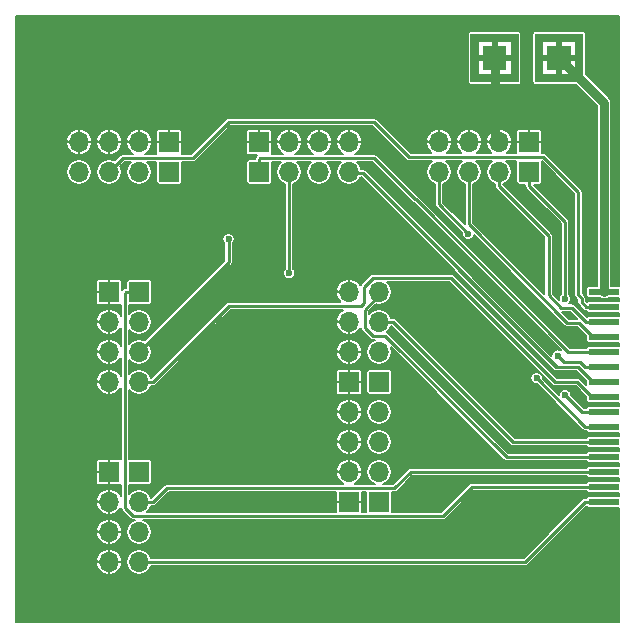
<source format=gbr>
G04 #@! TF.GenerationSoftware,KiCad,Pcbnew,(5.1.5)-3*
G04 #@! TF.CreationDate,2020-01-25T21:01:36+03:00*
G04 #@! TF.ProjectId,Casio VX Debug Unit,43617369-6f20-4565-9820-446562756720,rev?*
G04 #@! TF.SameCoordinates,Original*
G04 #@! TF.FileFunction,Copper,L1,Top*
G04 #@! TF.FilePolarity,Positive*
%FSLAX46Y46*%
G04 Gerber Fmt 4.6, Leading zero omitted, Abs format (unit mm)*
G04 Created by KiCad (PCBNEW (5.1.5)-3) date 2020-01-25 21:01:36*
%MOMM*%
%LPD*%
G04 APERTURE LIST*
%ADD10O,1.700000X1.700000*%
%ADD11R,1.700000X1.700000*%
%ADD12R,2.540000X0.600000*%
%ADD13C,0.100000*%
%ADD14C,0.600000*%
%ADD15C,0.250000*%
%ADD16C,0.800000*%
%ADD17C,0.150000*%
G04 APERTURE END LIST*
D10*
X172720000Y-91440000D03*
X175260000Y-91440000D03*
X177800000Y-91440000D03*
D11*
X180340000Y-91440000D03*
D10*
X195580000Y-91440000D03*
X193040000Y-91440000D03*
X190500000Y-91440000D03*
D11*
X187960000Y-91440000D03*
D10*
X198120000Y-101600000D03*
X198120000Y-104140000D03*
X198120000Y-106680000D03*
D11*
X198120000Y-109220000D03*
D10*
X198120000Y-111760000D03*
X198120000Y-114300000D03*
X198120000Y-116840000D03*
D11*
X198120000Y-119380000D03*
D10*
X195580000Y-88900000D03*
X193040000Y-88900000D03*
X190500000Y-88900000D03*
D11*
X187960000Y-88900000D03*
D10*
X175260000Y-109220000D03*
X175260000Y-106680000D03*
X175260000Y-104140000D03*
D11*
X175260000Y-101600000D03*
D10*
X175260000Y-124460000D03*
X175260000Y-121920000D03*
X175260000Y-119380000D03*
D11*
X175260000Y-116840000D03*
D10*
X177800000Y-109220000D03*
X177800000Y-106680000D03*
X177800000Y-104140000D03*
D11*
X177800000Y-101600000D03*
D10*
X177800000Y-124460000D03*
X177800000Y-121920000D03*
X177800000Y-119380000D03*
D11*
X177800000Y-116840000D03*
D10*
X195580000Y-101600000D03*
X195580000Y-104140000D03*
X195580000Y-106680000D03*
D11*
X195580000Y-109220000D03*
D10*
X195580000Y-111760000D03*
X195580000Y-114300000D03*
X195580000Y-116840000D03*
D11*
X195580000Y-119380000D03*
D12*
X217170000Y-119380000D03*
X217170000Y-118110000D03*
X217170000Y-116840000D03*
X217170000Y-115570000D03*
X217170000Y-114300000D03*
X217170000Y-113030000D03*
X217170000Y-111760000D03*
X217170000Y-110490000D03*
X217170000Y-109220000D03*
X217170000Y-107950000D03*
X217170000Y-106680000D03*
X217170000Y-105410000D03*
X217170000Y-104140000D03*
X217170000Y-102870000D03*
X217170000Y-101600000D03*
D10*
X203200000Y-88900000D03*
X205740000Y-88900000D03*
X208280000Y-88900000D03*
D11*
X210820000Y-88900000D03*
D10*
X203200000Y-91440000D03*
X205740000Y-91440000D03*
X208280000Y-91440000D03*
D11*
X210820000Y-91440000D03*
G04 #@! TA.AperFunction,Conductor*
D13*
G36*
X209908755Y-79738961D02*
G01*
X209918134Y-79741806D01*
X209926779Y-79746427D01*
X209934355Y-79752645D01*
X209940573Y-79760221D01*
X209945194Y-79768866D01*
X209948039Y-79778245D01*
X209949000Y-79788000D01*
X209949000Y-83788000D01*
X209948039Y-83797755D01*
X209945194Y-83807134D01*
X209940573Y-83815779D01*
X209934355Y-83823355D01*
X209926779Y-83829573D01*
X209918134Y-83834194D01*
X209908755Y-83837039D01*
X209899000Y-83838000D01*
X205899000Y-83838000D01*
X205889245Y-83837039D01*
X205879866Y-83834194D01*
X205871221Y-83829573D01*
X205863645Y-83823355D01*
X205857427Y-83815779D01*
X205852806Y-83807134D01*
X205849961Y-83797755D01*
X205849000Y-83788000D01*
X205849000Y-82038000D01*
X206549000Y-82038000D01*
X206549000Y-83138000D01*
X207649000Y-83138000D01*
X207649000Y-82788000D01*
X208149000Y-82788000D01*
X208149000Y-83138000D01*
X209249000Y-83138000D01*
X209249000Y-82038000D01*
X208899000Y-82038000D01*
X208899000Y-82788000D01*
X208149000Y-82788000D01*
X207649000Y-82788000D01*
X206899000Y-82788000D01*
X206899000Y-82038000D01*
X206549000Y-82038000D01*
X205849000Y-82038000D01*
X205849000Y-80438000D01*
X206549000Y-80438000D01*
X206549000Y-81538000D01*
X206899000Y-81538000D01*
X206899000Y-80788000D01*
X207649000Y-80788000D01*
X207649000Y-80438000D01*
X208149000Y-80438000D01*
X208149000Y-80788000D01*
X208899000Y-80788000D01*
X208899000Y-81538000D01*
X209249000Y-81538000D01*
X209249000Y-80438000D01*
X208149000Y-80438000D01*
X207649000Y-80438000D01*
X206549000Y-80438000D01*
X205849000Y-80438000D01*
X205849000Y-79788000D01*
X205849961Y-79778245D01*
X205852806Y-79768866D01*
X205857427Y-79760221D01*
X205863645Y-79752645D01*
X205871221Y-79746427D01*
X205879866Y-79741806D01*
X205889245Y-79738961D01*
X205899000Y-79738000D01*
X209899000Y-79738000D01*
X209908755Y-79738961D01*
G37*
G04 #@! TD.AperFunction*
G04 #@! TA.AperFunction,Conductor*
G36*
X215369755Y-79738961D02*
G01*
X215379134Y-79741806D01*
X215387779Y-79746427D01*
X215395355Y-79752645D01*
X215401573Y-79760221D01*
X215406194Y-79768866D01*
X215409039Y-79778245D01*
X215410000Y-79788000D01*
X215410000Y-83788000D01*
X215409039Y-83797755D01*
X215406194Y-83807134D01*
X215401573Y-83815779D01*
X215395355Y-83823355D01*
X215387779Y-83829573D01*
X215379134Y-83834194D01*
X215369755Y-83837039D01*
X215360000Y-83838000D01*
X211360000Y-83838000D01*
X211350245Y-83837039D01*
X211340866Y-83834194D01*
X211332221Y-83829573D01*
X211324645Y-83823355D01*
X211318427Y-83815779D01*
X211313806Y-83807134D01*
X211310961Y-83797755D01*
X211310000Y-83788000D01*
X211310000Y-82038000D01*
X212010000Y-82038000D01*
X212010000Y-83138000D01*
X213110000Y-83138000D01*
X213110000Y-82788000D01*
X213610000Y-82788000D01*
X213610000Y-83138000D01*
X214710000Y-83138000D01*
X214710000Y-82038000D01*
X214360000Y-82038000D01*
X214360000Y-82788000D01*
X213610000Y-82788000D01*
X213110000Y-82788000D01*
X212360000Y-82788000D01*
X212360000Y-82038000D01*
X212010000Y-82038000D01*
X211310000Y-82038000D01*
X211310000Y-80438000D01*
X212010000Y-80438000D01*
X212010000Y-81538000D01*
X212360000Y-81538000D01*
X212360000Y-80788000D01*
X213110000Y-80788000D01*
X213110000Y-80438000D01*
X213610000Y-80438000D01*
X213610000Y-80788000D01*
X214360000Y-80788000D01*
X214360000Y-81538000D01*
X214710000Y-81538000D01*
X214710000Y-80438000D01*
X213610000Y-80438000D01*
X213110000Y-80438000D01*
X212010000Y-80438000D01*
X211310000Y-80438000D01*
X211310000Y-79788000D01*
X211310961Y-79778245D01*
X211313806Y-79768866D01*
X211318427Y-79760221D01*
X211324645Y-79752645D01*
X211332221Y-79746427D01*
X211340866Y-79741806D01*
X211350245Y-79738961D01*
X211360000Y-79738000D01*
X215360000Y-79738000D01*
X215369755Y-79738961D01*
G37*
G04 #@! TD.AperFunction*
D10*
X172720000Y-88900000D03*
X175260000Y-88900000D03*
X177800000Y-88900000D03*
D11*
X180340000Y-88900000D03*
D14*
X202057000Y-102108000D03*
X208254600Y-97002600D03*
X212217000Y-110871000D03*
X211201000Y-112649000D03*
X214630000Y-108585000D03*
X215265000Y-106045000D03*
X207899000Y-80137000D03*
X206248000Y-80137000D03*
X206248000Y-81788000D03*
X206248000Y-83439000D03*
X209550000Y-83439000D03*
X209550000Y-81788000D03*
X209550000Y-80137000D03*
X207899000Y-83439000D03*
X217170000Y-120480000D03*
X211739999Y-125910001D03*
X176710001Y-125910001D03*
X175260000Y-112776000D03*
X173610000Y-101600000D03*
X171269999Y-99259999D03*
X171269999Y-90350001D03*
X188999006Y-99995508D03*
X190603498Y-101600000D03*
X176624490Y-99995508D03*
X185166000Y-88900000D03*
X182499000Y-88900000D03*
X198247000Y-88900000D03*
X201422000Y-88900000D03*
X204470000Y-92329000D03*
X207010000Y-92329000D03*
X213233000Y-98044000D03*
X214376000Y-93472000D03*
X199009000Y-102870000D03*
X202057000Y-107823000D03*
X210693000Y-114935000D03*
X210820000Y-117475000D03*
X185801000Y-91440000D03*
X198120000Y-91567000D03*
X200914000Y-97663000D03*
X186055000Y-121285000D03*
X186055000Y-122504200D03*
X207010000Y-120015000D03*
X215011000Y-110236000D03*
X214616923Y-104797277D03*
X214263513Y-103566687D03*
X207010000Y-94538800D03*
X197739000Y-93599000D03*
X218186000Y-121158000D03*
X218186000Y-123698000D03*
X218186000Y-129286000D03*
X218186000Y-126492000D03*
X215138000Y-129286000D03*
X211836000Y-129286000D03*
X208280000Y-129286000D03*
X204978000Y-129286000D03*
X201168000Y-129286000D03*
X197866000Y-129286000D03*
X194310000Y-129286000D03*
X190246000Y-129286000D03*
X186436000Y-129286000D03*
X182626000Y-129286000D03*
X167640000Y-129286000D03*
X171450000Y-129286000D03*
X175260000Y-129286000D03*
X179070000Y-129286000D03*
X167640000Y-78486000D03*
X167640000Y-81534000D03*
X167640000Y-84582000D03*
X167640000Y-87630000D03*
X167640000Y-91440000D03*
X167640000Y-95250000D03*
X167640000Y-99314000D03*
X167640000Y-103632000D03*
X167640000Y-107950000D03*
X167640000Y-112268000D03*
X167640000Y-116840000D03*
X167640000Y-121158000D03*
X167640000Y-125222000D03*
X171450000Y-125222000D03*
X171196000Y-121158000D03*
X171450000Y-116840000D03*
X171450000Y-112268000D03*
X171450000Y-107950000D03*
X171704000Y-103632000D03*
X171269999Y-95430001D03*
X171450000Y-84836000D03*
X171704000Y-78486000D03*
X175514000Y-78486000D03*
X179578000Y-78486000D03*
X183642000Y-78486000D03*
X187452000Y-78486000D03*
X190754000Y-78486000D03*
X193802000Y-78486000D03*
X196596000Y-78486000D03*
X199898000Y-78486000D03*
X203454000Y-78486000D03*
X206248000Y-78486000D03*
X209804000Y-78486000D03*
X211582000Y-78486000D03*
X215138000Y-78486000D03*
X218186000Y-78486000D03*
X218186000Y-81788000D03*
X218186000Y-84328000D03*
X218186000Y-87630000D03*
X218186000Y-91694000D03*
X218186000Y-94742000D03*
X218186000Y-97282000D03*
X218186000Y-100584000D03*
X215900000Y-100330000D03*
X215900000Y-97282000D03*
X216154000Y-94488000D03*
X216154000Y-91186000D03*
X214122000Y-88138000D03*
X210566000Y-85598000D03*
X205740000Y-85090000D03*
X204470000Y-83058000D03*
X201930000Y-85344000D03*
X197104000Y-85598000D03*
X193294000Y-85344000D03*
X189992000Y-85344000D03*
X185420000Y-85344000D03*
X180594000Y-85344000D03*
X176276000Y-84836000D03*
X183388000Y-94234000D03*
X182118000Y-98298000D03*
X178308000Y-98044000D03*
X175006000Y-98044000D03*
X205232000Y-105410000D03*
X207772000Y-107950000D03*
X191008000Y-104140000D03*
X185420000Y-104648000D03*
X185674000Y-100838000D03*
X178054000Y-112776000D03*
X183896000Y-115824000D03*
X184658000Y-108712000D03*
X190246000Y-108712000D03*
X187198000Y-112014000D03*
X191008000Y-116078000D03*
X192532000Y-111506000D03*
X181864000Y-112522000D03*
X202692000Y-113284000D03*
X213360000Y-83439000D03*
X211709000Y-83439000D03*
X211709000Y-81788000D03*
X211709000Y-80137000D03*
X213360000Y-80137000D03*
X215011000Y-80137000D03*
X215011000Y-81788000D03*
X214947500Y-83375500D03*
X217170000Y-85598000D03*
X217170000Y-100584000D03*
X205671336Y-96664864D03*
X213859700Y-102202900D03*
X190500000Y-100016500D03*
X185373400Y-97125900D03*
X211454800Y-108910100D03*
X213868000Y-110363000D03*
X213232000Y-107003800D03*
D15*
X207899000Y-81788000D02*
X208280000Y-82169000D01*
D16*
X207899000Y-88519000D02*
X208280000Y-88900000D01*
X207899000Y-81788000D02*
X207899000Y-83439000D01*
X207899000Y-83439000D02*
X207899000Y-88519000D01*
D15*
X215265000Y-106045000D02*
X215265000Y-105445354D01*
X215265000Y-105445354D02*
X214616923Y-104797277D01*
X208254600Y-95783400D02*
X208254600Y-97002600D01*
X207010000Y-94538800D02*
X208254600Y-95783400D01*
X199009000Y-102870000D02*
X201295000Y-102870000D01*
X201295000Y-102870000D02*
X202057000Y-102108000D01*
D16*
X217170000Y-85598000D02*
X214947500Y-83375500D01*
X217170000Y-101600000D02*
X217170000Y-100584000D01*
X214947500Y-83375500D02*
X213360000Y-81788000D01*
X217170000Y-85598000D02*
X217170000Y-85598000D01*
X217170000Y-100584000D02*
X217170000Y-85598000D01*
D15*
X203200000Y-94193528D02*
X203200000Y-91440000D01*
X205671336Y-96664864D02*
X203200000Y-94193528D01*
X216200000Y-105410000D02*
X217170000Y-105410000D01*
X205740000Y-91440000D02*
X205740000Y-95826000D01*
X216200000Y-105410000D02*
X215006200Y-104216200D01*
X205740000Y-95882526D02*
X205740000Y-95826000D01*
X214073674Y-104216200D02*
X205740000Y-95882526D01*
X215006200Y-104216200D02*
X214073674Y-104216200D01*
X212471000Y-101887202D02*
X213511699Y-102927901D01*
X212471000Y-96833081D02*
X212471000Y-101887202D01*
X208280000Y-92642081D02*
X212471000Y-96833081D01*
X208280000Y-91440000D02*
X208280000Y-92642081D01*
X213511699Y-102927901D02*
X214437901Y-102927901D01*
X215650000Y-104140000D02*
X217170000Y-104140000D01*
X214437901Y-102927901D02*
X215650000Y-104140000D01*
X210820000Y-91440000D02*
X210820000Y-92615300D01*
X213859700Y-102202900D02*
X213859700Y-95655000D01*
X213859700Y-95655000D02*
X210820000Y-92615300D01*
X190500000Y-91440000D02*
X190500000Y-100016500D01*
X185373400Y-99106600D02*
X185373400Y-97125900D01*
X177800000Y-106680000D02*
X185373400Y-99106600D01*
X217170000Y-119380000D02*
X215574700Y-119380000D01*
X215574700Y-119380000D02*
X210494700Y-124460000D01*
X210494700Y-124460000D02*
X177800000Y-124460000D01*
X176700000Y-101600000D02*
X177800000Y-101600000D01*
X217170000Y-118110000D02*
X205965300Y-118110000D01*
X203519900Y-120555400D02*
X177309100Y-120555400D01*
X176624700Y-119871000D02*
X176624700Y-101675300D01*
X176624700Y-101675300D02*
X176700000Y-101600000D01*
X205965300Y-118110000D02*
X203519900Y-120555400D01*
X177309100Y-120555400D02*
X176624700Y-119871000D01*
X177800000Y-119380000D02*
X178975300Y-119380000D01*
X217170000Y-116840000D02*
X200790100Y-116840000D01*
X200790100Y-116840000D02*
X199425400Y-118204700D01*
X199425400Y-118204700D02*
X180150600Y-118204700D01*
X180150600Y-118204700D02*
X178975300Y-119380000D01*
X217170000Y-115570000D02*
X208910200Y-115570000D01*
X208910200Y-115570000D02*
X198655600Y-105315400D01*
X198655600Y-105315400D02*
X197594400Y-105315400D01*
X197594400Y-105315400D02*
X196910100Y-104631100D01*
X198120000Y-101900710D02*
X198120000Y-101600000D01*
X196910100Y-103110610D02*
X198120000Y-101900710D01*
X196910100Y-104631100D02*
X196910100Y-103110610D01*
X198120000Y-104140000D02*
X199295300Y-104140000D01*
X217170000Y-114300000D02*
X209455300Y-114300000D01*
X209455300Y-114300000D02*
X199295300Y-104140000D01*
X215574700Y-113030000D02*
X211454800Y-108910100D01*
X217170000Y-113030000D02*
X215574700Y-113030000D01*
X215650000Y-111760000D02*
X217170000Y-111760000D01*
X214203001Y-110662999D02*
X215300002Y-111760000D01*
X214167999Y-110662999D02*
X214203001Y-110662999D01*
X215300002Y-111760000D02*
X215650000Y-111760000D01*
X213868000Y-110363000D02*
X214167999Y-110662999D01*
X185419900Y-102775400D02*
X178975300Y-109220000D01*
X178975300Y-109220000D02*
X177800000Y-109220000D01*
X196608900Y-102775400D02*
X185419900Y-102775400D01*
X196850300Y-102534000D02*
X196608900Y-102775400D01*
X197613700Y-100410300D02*
X196850300Y-101173700D01*
X217170000Y-110490000D02*
X216190002Y-110490000D01*
X204207200Y-100410300D02*
X197613700Y-100410300D01*
X196850300Y-101173700D02*
X196850300Y-102534000D01*
X216190002Y-110490000D02*
X214910003Y-109210001D01*
X213006901Y-109210001D02*
X204207200Y-100410300D01*
X214910003Y-109210001D02*
X213006901Y-109210001D01*
X196755300Y-91552800D02*
X213187800Y-107985300D01*
X195692800Y-91552800D02*
X195580000Y-91440000D01*
X196755300Y-91552800D02*
X195692800Y-91552800D01*
X216200000Y-109220000D02*
X217170000Y-109220000D01*
X214965009Y-107985009D02*
X216200000Y-109220000D01*
X204823697Y-99668499D02*
X213140207Y-107985009D01*
X213140207Y-107985009D02*
X214965009Y-107985009D01*
X215574700Y-107950000D02*
X215159700Y-107535000D01*
X215159700Y-107535000D02*
X213763200Y-107535000D01*
X213763200Y-107535000D02*
X213232000Y-107003800D01*
X217170000Y-107950000D02*
X215574700Y-107950000D01*
X214122000Y-106680000D02*
X214873298Y-106680000D01*
X201205998Y-93763998D02*
X214122000Y-106680000D01*
X214873298Y-106680000D02*
X217170000Y-106680000D01*
X188035300Y-90264700D02*
X197668702Y-90264700D01*
X187960000Y-90340000D02*
X188035300Y-90264700D01*
X187960000Y-91440000D02*
X187960000Y-90340000D01*
X197668702Y-90264700D02*
X201168000Y-93763998D01*
X201168000Y-93763998D02*
X201205998Y-93763998D01*
X217170000Y-102870000D02*
X216535000Y-102870000D01*
X215646000Y-102870000D02*
X217170000Y-102870000D01*
X197702700Y-87231400D02*
X200641300Y-90170000D01*
X182362300Y-90264700D02*
X185395600Y-87231400D01*
X211999002Y-90170000D02*
X215001001Y-93171999D01*
X175260000Y-91440000D02*
X176435300Y-90264700D01*
X176435300Y-90264700D02*
X182362300Y-90264700D01*
X215001001Y-93171999D02*
X215001001Y-101844001D01*
X200641300Y-90170000D02*
X211999002Y-90170000D01*
X215001001Y-101844001D02*
X215265000Y-102108000D01*
X185395600Y-87231400D02*
X197702700Y-87231400D01*
X215265000Y-102489000D02*
X215646000Y-102870000D01*
X215265000Y-102108000D02*
X215265000Y-102489000D01*
D17*
G36*
X218444000Y-101074306D02*
G01*
X218440000Y-101073912D01*
X217795000Y-101073912D01*
X217795000Y-85628704D01*
X217798024Y-85598000D01*
X217785957Y-85475479D01*
X217750219Y-85357666D01*
X217699796Y-85263332D01*
X217692183Y-85249088D01*
X217633652Y-85177769D01*
X217614080Y-85153920D01*
X217590229Y-85134346D01*
X215636089Y-83180207D01*
X215636089Y-79788000D01*
X215635000Y-79765834D01*
X215634039Y-79756079D01*
X215625393Y-79712617D01*
X215622548Y-79703238D01*
X215605585Y-79662286D01*
X215600964Y-79653641D01*
X215576336Y-79616784D01*
X215570118Y-79609208D01*
X215538792Y-79577882D01*
X215531216Y-79571664D01*
X215494359Y-79547036D01*
X215485714Y-79542415D01*
X215444762Y-79525452D01*
X215435383Y-79522607D01*
X215391921Y-79513961D01*
X215382166Y-79513000D01*
X215360000Y-79511911D01*
X211360000Y-79511911D01*
X211337834Y-79513000D01*
X211328079Y-79513961D01*
X211284617Y-79522607D01*
X211275238Y-79525452D01*
X211234286Y-79542415D01*
X211225641Y-79547036D01*
X211188784Y-79571664D01*
X211181208Y-79577882D01*
X211149882Y-79609208D01*
X211143664Y-79616784D01*
X211119036Y-79653641D01*
X211114415Y-79662286D01*
X211097452Y-79703238D01*
X211094607Y-79712617D01*
X211085961Y-79756079D01*
X211085000Y-79765834D01*
X211083911Y-79788000D01*
X211083911Y-83788000D01*
X211085000Y-83810166D01*
X211085961Y-83819921D01*
X211094607Y-83863383D01*
X211097452Y-83872762D01*
X211114415Y-83913714D01*
X211119036Y-83922359D01*
X211143664Y-83959216D01*
X211149882Y-83966792D01*
X211181208Y-83998118D01*
X211188784Y-84004336D01*
X211225641Y-84028964D01*
X211234286Y-84033585D01*
X211275238Y-84050548D01*
X211284617Y-84053393D01*
X211328079Y-84062039D01*
X211337834Y-84063000D01*
X211360000Y-84064089D01*
X214752207Y-84064089D01*
X216545001Y-85856884D01*
X216545000Y-100614703D01*
X216545001Y-100614713D01*
X216545001Y-101073912D01*
X215900000Y-101073912D01*
X215855892Y-101078256D01*
X215813480Y-101091122D01*
X215774392Y-101112015D01*
X215740132Y-101140132D01*
X215712015Y-101174392D01*
X215691122Y-101213480D01*
X215678256Y-101255892D01*
X215673912Y-101300000D01*
X215673912Y-101900000D01*
X215678256Y-101944108D01*
X215691122Y-101986520D01*
X215712015Y-102025608D01*
X215740132Y-102059868D01*
X215774392Y-102087985D01*
X215813480Y-102108878D01*
X215855892Y-102121744D01*
X215900000Y-102126088D01*
X216828395Y-102126088D01*
X216929666Y-102180219D01*
X217047479Y-102215957D01*
X217170000Y-102228024D01*
X217292520Y-102215957D01*
X217410333Y-102180219D01*
X217511604Y-102126088D01*
X218440000Y-102126088D01*
X218444000Y-102125694D01*
X218444000Y-102344306D01*
X218440000Y-102343912D01*
X215900000Y-102343912D01*
X215855892Y-102348256D01*
X215813480Y-102361122D01*
X215774392Y-102382015D01*
X215740132Y-102410132D01*
X215713526Y-102442551D01*
X215615000Y-102344026D01*
X215615000Y-102125189D01*
X215616693Y-102108000D01*
X215609935Y-102039388D01*
X215598054Y-102000221D01*
X215589922Y-101973413D01*
X215557422Y-101912610D01*
X215513684Y-101859315D01*
X215500329Y-101848355D01*
X215351001Y-101699028D01*
X215351001Y-93189188D01*
X215352694Y-93171999D01*
X215345936Y-93103387D01*
X215325923Y-93037412D01*
X215293423Y-92976609D01*
X215260643Y-92936666D01*
X215260641Y-92936664D01*
X215249685Y-92923314D01*
X215236336Y-92912359D01*
X212258655Y-89934680D01*
X212247687Y-89921315D01*
X212194392Y-89877578D01*
X212133589Y-89845078D01*
X212067614Y-89825065D01*
X212016191Y-89820000D01*
X212016190Y-89820000D01*
X211999002Y-89818307D01*
X211981814Y-89820000D01*
X211936140Y-89820000D01*
X211941021Y-89803910D01*
X211946331Y-89750000D01*
X211945000Y-88993750D01*
X211876250Y-88925000D01*
X210845000Y-88925000D01*
X210845000Y-88945000D01*
X210795000Y-88945000D01*
X210795000Y-88925000D01*
X209763750Y-88925000D01*
X209695000Y-88993750D01*
X209693669Y-89750000D01*
X209698979Y-89803910D01*
X209703860Y-89820000D01*
X208926302Y-89820000D01*
X209088939Y-89681821D01*
X209225921Y-89508982D01*
X209326552Y-89312741D01*
X209386965Y-89100638D01*
X209335973Y-88925000D01*
X208305000Y-88925000D01*
X208305000Y-88945000D01*
X208255000Y-88945000D01*
X208255000Y-88925000D01*
X207224027Y-88925000D01*
X207173035Y-89100638D01*
X207233448Y-89312741D01*
X207334079Y-89508982D01*
X207471061Y-89681821D01*
X207633698Y-89820000D01*
X206386302Y-89820000D01*
X206548939Y-89681821D01*
X206685921Y-89508982D01*
X206786552Y-89312741D01*
X206846965Y-89100638D01*
X206795973Y-88925000D01*
X205765000Y-88925000D01*
X205765000Y-88945000D01*
X205715000Y-88945000D01*
X205715000Y-88925000D01*
X204684027Y-88925000D01*
X204633035Y-89100638D01*
X204693448Y-89312741D01*
X204794079Y-89508982D01*
X204931061Y-89681821D01*
X205093698Y-89820000D01*
X203846302Y-89820000D01*
X204008939Y-89681821D01*
X204145921Y-89508982D01*
X204246552Y-89312741D01*
X204306965Y-89100638D01*
X204255973Y-88925000D01*
X203225000Y-88925000D01*
X203225000Y-88945000D01*
X203175000Y-88945000D01*
X203175000Y-88925000D01*
X202144027Y-88925000D01*
X202093035Y-89100638D01*
X202153448Y-89312741D01*
X202254079Y-89508982D01*
X202391061Y-89681821D01*
X202553698Y-89820000D01*
X200786274Y-89820000D01*
X199665636Y-88699362D01*
X202093035Y-88699362D01*
X202144027Y-88875000D01*
X203175000Y-88875000D01*
X203175000Y-87844046D01*
X203225000Y-87844046D01*
X203225000Y-88875000D01*
X204255973Y-88875000D01*
X204306965Y-88699362D01*
X204633035Y-88699362D01*
X204684027Y-88875000D01*
X205715000Y-88875000D01*
X205715000Y-87844046D01*
X205765000Y-87844046D01*
X205765000Y-88875000D01*
X206795973Y-88875000D01*
X206846965Y-88699362D01*
X207173035Y-88699362D01*
X207224027Y-88875000D01*
X208255000Y-88875000D01*
X208255000Y-87844046D01*
X208305000Y-87844046D01*
X208305000Y-88875000D01*
X209335973Y-88875000D01*
X209386965Y-88699362D01*
X209326552Y-88487259D01*
X209225921Y-88291018D01*
X209088939Y-88118179D01*
X209008693Y-88050000D01*
X209693669Y-88050000D01*
X209695000Y-88806250D01*
X209763750Y-88875000D01*
X210795000Y-88875000D01*
X210795000Y-87843750D01*
X210845000Y-87843750D01*
X210845000Y-88875000D01*
X211876250Y-88875000D01*
X211945000Y-88806250D01*
X211946331Y-88050000D01*
X211941021Y-87996090D01*
X211925297Y-87944253D01*
X211899761Y-87896479D01*
X211865396Y-87854604D01*
X211823521Y-87820239D01*
X211775747Y-87794703D01*
X211723910Y-87778979D01*
X211670000Y-87773669D01*
X210913750Y-87775000D01*
X210845000Y-87843750D01*
X210795000Y-87843750D01*
X210726250Y-87775000D01*
X209970000Y-87773669D01*
X209916090Y-87778979D01*
X209864253Y-87794703D01*
X209816479Y-87820239D01*
X209774604Y-87854604D01*
X209740239Y-87896479D01*
X209714703Y-87944253D01*
X209698979Y-87996090D01*
X209693669Y-88050000D01*
X209008693Y-88050000D01*
X208920870Y-87975385D01*
X208728172Y-87868124D01*
X208518251Y-87800517D01*
X208480637Y-87793036D01*
X208305000Y-87844046D01*
X208255000Y-87844046D01*
X208079363Y-87793036D01*
X208041749Y-87800517D01*
X207831828Y-87868124D01*
X207639130Y-87975385D01*
X207471061Y-88118179D01*
X207334079Y-88291018D01*
X207233448Y-88487259D01*
X207173035Y-88699362D01*
X206846965Y-88699362D01*
X206786552Y-88487259D01*
X206685921Y-88291018D01*
X206548939Y-88118179D01*
X206380870Y-87975385D01*
X206188172Y-87868124D01*
X205978251Y-87800517D01*
X205940637Y-87793036D01*
X205765000Y-87844046D01*
X205715000Y-87844046D01*
X205539363Y-87793036D01*
X205501749Y-87800517D01*
X205291828Y-87868124D01*
X205099130Y-87975385D01*
X204931061Y-88118179D01*
X204794079Y-88291018D01*
X204693448Y-88487259D01*
X204633035Y-88699362D01*
X204306965Y-88699362D01*
X204246552Y-88487259D01*
X204145921Y-88291018D01*
X204008939Y-88118179D01*
X203840870Y-87975385D01*
X203648172Y-87868124D01*
X203438251Y-87800517D01*
X203400637Y-87793036D01*
X203225000Y-87844046D01*
X203175000Y-87844046D01*
X202999363Y-87793036D01*
X202961749Y-87800517D01*
X202751828Y-87868124D01*
X202559130Y-87975385D01*
X202391061Y-88118179D01*
X202254079Y-88291018D01*
X202153448Y-88487259D01*
X202093035Y-88699362D01*
X199665636Y-88699362D01*
X197962354Y-86996081D01*
X197951385Y-86982715D01*
X197898090Y-86938978D01*
X197837287Y-86906478D01*
X197771312Y-86886465D01*
X197719889Y-86881400D01*
X197719888Y-86881400D01*
X197702700Y-86879707D01*
X197685512Y-86881400D01*
X185412788Y-86881400D01*
X185395600Y-86879707D01*
X185378411Y-86881400D01*
X185326988Y-86886465D01*
X185261013Y-86906478D01*
X185200210Y-86938978D01*
X185146915Y-86982715D01*
X185135951Y-86996075D01*
X182217327Y-89914700D01*
X181410587Y-89914700D01*
X181419761Y-89903521D01*
X181445297Y-89855747D01*
X181461021Y-89803910D01*
X181466331Y-89750000D01*
X181465000Y-88993750D01*
X181396250Y-88925000D01*
X180365000Y-88925000D01*
X180365000Y-88945000D01*
X180315000Y-88945000D01*
X180315000Y-88925000D01*
X179283750Y-88925000D01*
X179215000Y-88993750D01*
X179213669Y-89750000D01*
X179218979Y-89803910D01*
X179234703Y-89855747D01*
X179260239Y-89903521D01*
X179269413Y-89914700D01*
X178279029Y-89914700D01*
X178440870Y-89824615D01*
X178608939Y-89681821D01*
X178745921Y-89508982D01*
X178846552Y-89312741D01*
X178906965Y-89100638D01*
X178855973Y-88925000D01*
X177825000Y-88925000D01*
X177825000Y-88945000D01*
X177775000Y-88945000D01*
X177775000Y-88925000D01*
X176744027Y-88925000D01*
X176693035Y-89100638D01*
X176753448Y-89312741D01*
X176854079Y-89508982D01*
X176991061Y-89681821D01*
X177159130Y-89824615D01*
X177320971Y-89914700D01*
X176452488Y-89914700D01*
X176435299Y-89913007D01*
X176366687Y-89919765D01*
X176346674Y-89925836D01*
X176300713Y-89939778D01*
X176239910Y-89972278D01*
X176186615Y-90016015D01*
X176175657Y-90029368D01*
X175732769Y-90472257D01*
X175573566Y-90406312D01*
X175365878Y-90365000D01*
X175154122Y-90365000D01*
X174946434Y-90406312D01*
X174750797Y-90487348D01*
X174574728Y-90604993D01*
X174424993Y-90754728D01*
X174307348Y-90930797D01*
X174226312Y-91126434D01*
X174185000Y-91334122D01*
X174185000Y-91545878D01*
X174226312Y-91753566D01*
X174307348Y-91949203D01*
X174424993Y-92125272D01*
X174574728Y-92275007D01*
X174750797Y-92392652D01*
X174946434Y-92473688D01*
X175154122Y-92515000D01*
X175365878Y-92515000D01*
X175573566Y-92473688D01*
X175769203Y-92392652D01*
X175945272Y-92275007D01*
X176095007Y-92125272D01*
X176212652Y-91949203D01*
X176293688Y-91753566D01*
X176335000Y-91545878D01*
X176335000Y-91334122D01*
X176293688Y-91126434D01*
X176227743Y-90967231D01*
X176580275Y-90614700D01*
X177105021Y-90614700D01*
X176964993Y-90754728D01*
X176847348Y-90930797D01*
X176766312Y-91126434D01*
X176725000Y-91334122D01*
X176725000Y-91545878D01*
X176766312Y-91753566D01*
X176847348Y-91949203D01*
X176964993Y-92125272D01*
X177114728Y-92275007D01*
X177290797Y-92392652D01*
X177486434Y-92473688D01*
X177694122Y-92515000D01*
X177905878Y-92515000D01*
X178113566Y-92473688D01*
X178309203Y-92392652D01*
X178485272Y-92275007D01*
X178635007Y-92125272D01*
X178752652Y-91949203D01*
X178833688Y-91753566D01*
X178875000Y-91545878D01*
X178875000Y-91334122D01*
X178833688Y-91126434D01*
X178752652Y-90930797D01*
X178635007Y-90754728D01*
X178494979Y-90614700D01*
X179263912Y-90614700D01*
X179263912Y-92290000D01*
X179268256Y-92334108D01*
X179281122Y-92376520D01*
X179302015Y-92415608D01*
X179330132Y-92449868D01*
X179364392Y-92477985D01*
X179403480Y-92498878D01*
X179445892Y-92511744D01*
X179490000Y-92516088D01*
X181190000Y-92516088D01*
X181234108Y-92511744D01*
X181276520Y-92498878D01*
X181315608Y-92477985D01*
X181349868Y-92449868D01*
X181377985Y-92415608D01*
X181398878Y-92376520D01*
X181411744Y-92334108D01*
X181416088Y-92290000D01*
X181416088Y-90614700D01*
X182345112Y-90614700D01*
X182362300Y-90616393D01*
X182379488Y-90614700D01*
X182379489Y-90614700D01*
X182430912Y-90609635D01*
X182496887Y-90589622D01*
X182557690Y-90557122D01*
X182610985Y-90513385D01*
X182621954Y-90500019D01*
X185071973Y-88050000D01*
X186833669Y-88050000D01*
X186835000Y-88806250D01*
X186903750Y-88875000D01*
X187935000Y-88875000D01*
X187935000Y-87843750D01*
X187985000Y-87843750D01*
X187985000Y-88875000D01*
X189016250Y-88875000D01*
X189085000Y-88806250D01*
X189085188Y-88699362D01*
X189393035Y-88699362D01*
X189444027Y-88875000D01*
X190475000Y-88875000D01*
X190475000Y-87844046D01*
X190525000Y-87844046D01*
X190525000Y-88875000D01*
X191555973Y-88875000D01*
X191606965Y-88699362D01*
X191933035Y-88699362D01*
X191984027Y-88875000D01*
X193015000Y-88875000D01*
X193015000Y-87844046D01*
X193065000Y-87844046D01*
X193065000Y-88875000D01*
X194095973Y-88875000D01*
X194146965Y-88699362D01*
X194473035Y-88699362D01*
X194524027Y-88875000D01*
X195555000Y-88875000D01*
X195555000Y-87844046D01*
X195605000Y-87844046D01*
X195605000Y-88875000D01*
X196635973Y-88875000D01*
X196686965Y-88699362D01*
X196626552Y-88487259D01*
X196525921Y-88291018D01*
X196388939Y-88118179D01*
X196220870Y-87975385D01*
X196028172Y-87868124D01*
X195818251Y-87800517D01*
X195780637Y-87793036D01*
X195605000Y-87844046D01*
X195555000Y-87844046D01*
X195379363Y-87793036D01*
X195341749Y-87800517D01*
X195131828Y-87868124D01*
X194939130Y-87975385D01*
X194771061Y-88118179D01*
X194634079Y-88291018D01*
X194533448Y-88487259D01*
X194473035Y-88699362D01*
X194146965Y-88699362D01*
X194086552Y-88487259D01*
X193985921Y-88291018D01*
X193848939Y-88118179D01*
X193680870Y-87975385D01*
X193488172Y-87868124D01*
X193278251Y-87800517D01*
X193240637Y-87793036D01*
X193065000Y-87844046D01*
X193015000Y-87844046D01*
X192839363Y-87793036D01*
X192801749Y-87800517D01*
X192591828Y-87868124D01*
X192399130Y-87975385D01*
X192231061Y-88118179D01*
X192094079Y-88291018D01*
X191993448Y-88487259D01*
X191933035Y-88699362D01*
X191606965Y-88699362D01*
X191546552Y-88487259D01*
X191445921Y-88291018D01*
X191308939Y-88118179D01*
X191140870Y-87975385D01*
X190948172Y-87868124D01*
X190738251Y-87800517D01*
X190700637Y-87793036D01*
X190525000Y-87844046D01*
X190475000Y-87844046D01*
X190299363Y-87793036D01*
X190261749Y-87800517D01*
X190051828Y-87868124D01*
X189859130Y-87975385D01*
X189691061Y-88118179D01*
X189554079Y-88291018D01*
X189453448Y-88487259D01*
X189393035Y-88699362D01*
X189085188Y-88699362D01*
X189086331Y-88050000D01*
X189081021Y-87996090D01*
X189065297Y-87944253D01*
X189039761Y-87896479D01*
X189005396Y-87854604D01*
X188963521Y-87820239D01*
X188915747Y-87794703D01*
X188863910Y-87778979D01*
X188810000Y-87773669D01*
X188053750Y-87775000D01*
X187985000Y-87843750D01*
X187935000Y-87843750D01*
X187866250Y-87775000D01*
X187110000Y-87773669D01*
X187056090Y-87778979D01*
X187004253Y-87794703D01*
X186956479Y-87820239D01*
X186914604Y-87854604D01*
X186880239Y-87896479D01*
X186854703Y-87944253D01*
X186838979Y-87996090D01*
X186833669Y-88050000D01*
X185071973Y-88050000D01*
X185540574Y-87581400D01*
X197557727Y-87581400D01*
X200381651Y-90405325D01*
X200392615Y-90418685D01*
X200445910Y-90462422D01*
X200506713Y-90494922D01*
X200567575Y-90513384D01*
X200572688Y-90514935D01*
X200641300Y-90521693D01*
X200658489Y-90520000D01*
X202641930Y-90520000D01*
X202514728Y-90604993D01*
X202364993Y-90754728D01*
X202247348Y-90930797D01*
X202166312Y-91126434D01*
X202125000Y-91334122D01*
X202125000Y-91545878D01*
X202166312Y-91753566D01*
X202247348Y-91949203D01*
X202364993Y-92125272D01*
X202514728Y-92275007D01*
X202690797Y-92392652D01*
X202850001Y-92458597D01*
X202850000Y-94176340D01*
X202848307Y-94193528D01*
X202850000Y-94210716D01*
X202855065Y-94262139D01*
X202875078Y-94328114D01*
X202907578Y-94388917D01*
X202951315Y-94442212D01*
X202964676Y-94453177D01*
X205146336Y-96634838D01*
X205146336Y-96716572D01*
X205166512Y-96818001D01*
X205206087Y-96913545D01*
X205263542Y-96999532D01*
X205336668Y-97072658D01*
X205422655Y-97130113D01*
X205518199Y-97169688D01*
X205619628Y-97189864D01*
X205723044Y-97189864D01*
X205824473Y-97169688D01*
X205920017Y-97130113D01*
X206006004Y-97072658D01*
X206079130Y-96999532D01*
X206136585Y-96913545D01*
X206176160Y-96818001D01*
X206176880Y-96814379D01*
X213814025Y-104451525D01*
X213824989Y-104464885D01*
X213863529Y-104496513D01*
X213878284Y-104508622D01*
X213939086Y-104541122D01*
X214005062Y-104561135D01*
X214073674Y-104567893D01*
X214090863Y-104566200D01*
X214861227Y-104566200D01*
X215673912Y-105378887D01*
X215673912Y-105710000D01*
X215678256Y-105754108D01*
X215691122Y-105796520D01*
X215712015Y-105835608D01*
X215740132Y-105869868D01*
X215774392Y-105897985D01*
X215813480Y-105918878D01*
X215855892Y-105931744D01*
X215900000Y-105936088D01*
X218440000Y-105936088D01*
X218444001Y-105935694D01*
X218444001Y-106154306D01*
X218440000Y-106153912D01*
X215900000Y-106153912D01*
X215855892Y-106158256D01*
X215813480Y-106171122D01*
X215774392Y-106192015D01*
X215740132Y-106220132D01*
X215712015Y-106254392D01*
X215691122Y-106293480D01*
X215680043Y-106330000D01*
X214266975Y-106330000D01*
X201465652Y-93528679D01*
X201454683Y-93515313D01*
X201401388Y-93471576D01*
X201340585Y-93439076D01*
X201336950Y-93437973D01*
X197928356Y-90029380D01*
X197917387Y-90016015D01*
X197864092Y-89972278D01*
X197803289Y-89939778D01*
X197737314Y-89919765D01*
X197685891Y-89914700D01*
X197685890Y-89914700D01*
X197668702Y-89913007D01*
X197651514Y-89914700D01*
X196059029Y-89914700D01*
X196220870Y-89824615D01*
X196388939Y-89681821D01*
X196525921Y-89508982D01*
X196626552Y-89312741D01*
X196686965Y-89100638D01*
X196635973Y-88925000D01*
X195605000Y-88925000D01*
X195605000Y-88945000D01*
X195555000Y-88945000D01*
X195555000Y-88925000D01*
X194524027Y-88925000D01*
X194473035Y-89100638D01*
X194533448Y-89312741D01*
X194634079Y-89508982D01*
X194771061Y-89681821D01*
X194939130Y-89824615D01*
X195100971Y-89914700D01*
X193519029Y-89914700D01*
X193680870Y-89824615D01*
X193848939Y-89681821D01*
X193985921Y-89508982D01*
X194086552Y-89312741D01*
X194146965Y-89100638D01*
X194095973Y-88925000D01*
X193065000Y-88925000D01*
X193065000Y-88945000D01*
X193015000Y-88945000D01*
X193015000Y-88925000D01*
X191984027Y-88925000D01*
X191933035Y-89100638D01*
X191993448Y-89312741D01*
X192094079Y-89508982D01*
X192231061Y-89681821D01*
X192399130Y-89824615D01*
X192560971Y-89914700D01*
X190979029Y-89914700D01*
X191140870Y-89824615D01*
X191308939Y-89681821D01*
X191445921Y-89508982D01*
X191546552Y-89312741D01*
X191606965Y-89100638D01*
X191555973Y-88925000D01*
X190525000Y-88925000D01*
X190525000Y-88945000D01*
X190475000Y-88945000D01*
X190475000Y-88925000D01*
X189444027Y-88925000D01*
X189393035Y-89100638D01*
X189453448Y-89312741D01*
X189554079Y-89508982D01*
X189691061Y-89681821D01*
X189859130Y-89824615D01*
X190020971Y-89914700D01*
X189030587Y-89914700D01*
X189039761Y-89903521D01*
X189065297Y-89855747D01*
X189081021Y-89803910D01*
X189086331Y-89750000D01*
X189085000Y-88993750D01*
X189016250Y-88925000D01*
X187985000Y-88925000D01*
X187985000Y-88945000D01*
X187935000Y-88945000D01*
X187935000Y-88925000D01*
X186903750Y-88925000D01*
X186835000Y-88993750D01*
X186833669Y-89750000D01*
X186838979Y-89803910D01*
X186854703Y-89855747D01*
X186880239Y-89903521D01*
X186914604Y-89945396D01*
X186956479Y-89979761D01*
X187004253Y-90005297D01*
X187056090Y-90021021D01*
X187110000Y-90026331D01*
X187779116Y-90025153D01*
X187775650Y-90029376D01*
X187724675Y-90080352D01*
X187711316Y-90091315D01*
X187667579Y-90144610D01*
X187654008Y-90170000D01*
X187635079Y-90205413D01*
X187615065Y-90271389D01*
X187608307Y-90340000D01*
X187610001Y-90357198D01*
X187610001Y-90363912D01*
X187110000Y-90363912D01*
X187065892Y-90368256D01*
X187023480Y-90381122D01*
X186984392Y-90402015D01*
X186950132Y-90430132D01*
X186922015Y-90464392D01*
X186901122Y-90503480D01*
X186888256Y-90545892D01*
X186883912Y-90590000D01*
X186883912Y-92290000D01*
X186888256Y-92334108D01*
X186901122Y-92376520D01*
X186922015Y-92415608D01*
X186950132Y-92449868D01*
X186984392Y-92477985D01*
X187023480Y-92498878D01*
X187065892Y-92511744D01*
X187110000Y-92516088D01*
X188810000Y-92516088D01*
X188854108Y-92511744D01*
X188896520Y-92498878D01*
X188935608Y-92477985D01*
X188969868Y-92449868D01*
X188997985Y-92415608D01*
X189018878Y-92376520D01*
X189031744Y-92334108D01*
X189036088Y-92290000D01*
X189036088Y-90614700D01*
X189805021Y-90614700D01*
X189664993Y-90754728D01*
X189547348Y-90930797D01*
X189466312Y-91126434D01*
X189425000Y-91334122D01*
X189425000Y-91545878D01*
X189466312Y-91753566D01*
X189547348Y-91949203D01*
X189664993Y-92125272D01*
X189814728Y-92275007D01*
X189990797Y-92392652D01*
X190150000Y-92458596D01*
X190150001Y-99624037D01*
X190092206Y-99681832D01*
X190034751Y-99767819D01*
X189995176Y-99863363D01*
X189975000Y-99964792D01*
X189975000Y-100068208D01*
X189995176Y-100169637D01*
X190034751Y-100265181D01*
X190092206Y-100351168D01*
X190165332Y-100424294D01*
X190251319Y-100481749D01*
X190346863Y-100521324D01*
X190448292Y-100541500D01*
X190551708Y-100541500D01*
X190653137Y-100521324D01*
X190748681Y-100481749D01*
X190834668Y-100424294D01*
X190907794Y-100351168D01*
X190965249Y-100265181D01*
X191004824Y-100169637D01*
X191025000Y-100068208D01*
X191025000Y-99964792D01*
X191004824Y-99863363D01*
X190965249Y-99767819D01*
X190907794Y-99681832D01*
X190850000Y-99624038D01*
X190850000Y-92458596D01*
X191009203Y-92392652D01*
X191185272Y-92275007D01*
X191335007Y-92125272D01*
X191452652Y-91949203D01*
X191533688Y-91753566D01*
X191575000Y-91545878D01*
X191575000Y-91334122D01*
X191533688Y-91126434D01*
X191452652Y-90930797D01*
X191335007Y-90754728D01*
X191194979Y-90614700D01*
X192345021Y-90614700D01*
X192204993Y-90754728D01*
X192087348Y-90930797D01*
X192006312Y-91126434D01*
X191965000Y-91334122D01*
X191965000Y-91545878D01*
X192006312Y-91753566D01*
X192087348Y-91949203D01*
X192204993Y-92125272D01*
X192354728Y-92275007D01*
X192530797Y-92392652D01*
X192726434Y-92473688D01*
X192934122Y-92515000D01*
X193145878Y-92515000D01*
X193353566Y-92473688D01*
X193549203Y-92392652D01*
X193725272Y-92275007D01*
X193875007Y-92125272D01*
X193992652Y-91949203D01*
X194073688Y-91753566D01*
X194115000Y-91545878D01*
X194115000Y-91334122D01*
X194073688Y-91126434D01*
X193992652Y-90930797D01*
X193875007Y-90754728D01*
X193734979Y-90614700D01*
X194885021Y-90614700D01*
X194744993Y-90754728D01*
X194627348Y-90930797D01*
X194546312Y-91126434D01*
X194505000Y-91334122D01*
X194505000Y-91545878D01*
X194546312Y-91753566D01*
X194627348Y-91949203D01*
X194744993Y-92125272D01*
X194894728Y-92275007D01*
X195070797Y-92392652D01*
X195266434Y-92473688D01*
X195474122Y-92515000D01*
X195685878Y-92515000D01*
X195893566Y-92473688D01*
X196089203Y-92392652D01*
X196265272Y-92275007D01*
X196415007Y-92125272D01*
X196532652Y-91949203D01*
X196551873Y-91902800D01*
X196610327Y-91902800D01*
X204493622Y-99786096D01*
X204498776Y-99803086D01*
X204531276Y-99863888D01*
X204564056Y-99903831D01*
X212880563Y-108220340D01*
X212891522Y-108233694D01*
X212944817Y-108277431D01*
X213005620Y-108309931D01*
X213051581Y-108323873D01*
X213071594Y-108329944D01*
X213140206Y-108336702D01*
X213157395Y-108335009D01*
X213167659Y-108335009D01*
X213187799Y-108336993D01*
X213207939Y-108335009D01*
X214820036Y-108335009D01*
X215673912Y-109188886D01*
X215673912Y-109478937D01*
X215169656Y-108974681D01*
X215158688Y-108961316D01*
X215105393Y-108917579D01*
X215044590Y-108885079D01*
X214978615Y-108865066D01*
X214927192Y-108860001D01*
X214927191Y-108860001D01*
X214910003Y-108858308D01*
X214892815Y-108860001D01*
X213151876Y-108860001D01*
X204466854Y-100174981D01*
X204455885Y-100161615D01*
X204402590Y-100117878D01*
X204341787Y-100085378D01*
X204275812Y-100065365D01*
X204224389Y-100060300D01*
X204224388Y-100060300D01*
X204207200Y-100058607D01*
X204190012Y-100060300D01*
X197630889Y-100060300D01*
X197613700Y-100058607D01*
X197596511Y-100060300D01*
X197545088Y-100065365D01*
X197479113Y-100085378D01*
X197418310Y-100117878D01*
X197365015Y-100161615D01*
X197354055Y-100174970D01*
X196614976Y-100914051D01*
X196601615Y-100925016D01*
X196557878Y-100978311D01*
X196537016Y-101017340D01*
X196504615Y-100959130D01*
X196361821Y-100791061D01*
X196188982Y-100654079D01*
X195992741Y-100553448D01*
X195780638Y-100493035D01*
X195605000Y-100544027D01*
X195605000Y-101575000D01*
X195625000Y-101575000D01*
X195625000Y-101625000D01*
X195605000Y-101625000D01*
X195605000Y-101645000D01*
X195555000Y-101645000D01*
X195555000Y-101625000D01*
X194524046Y-101625000D01*
X194473036Y-101800637D01*
X194480517Y-101838251D01*
X194548124Y-102048172D01*
X194655385Y-102240870D01*
X194798179Y-102408939D01*
X194818949Y-102425400D01*
X185437089Y-102425400D01*
X185419900Y-102423707D01*
X185402711Y-102425400D01*
X185351288Y-102430465D01*
X185285313Y-102450478D01*
X185224510Y-102482978D01*
X185171215Y-102526715D01*
X185160257Y-102540068D01*
X178830327Y-108870000D01*
X178818596Y-108870000D01*
X178752652Y-108710797D01*
X178635007Y-108534728D01*
X178485272Y-108384993D01*
X178309203Y-108267348D01*
X178113566Y-108186312D01*
X177905878Y-108145000D01*
X177694122Y-108145000D01*
X177486434Y-108186312D01*
X177290797Y-108267348D01*
X177114728Y-108384993D01*
X176974700Y-108525021D01*
X176974700Y-107374979D01*
X177114728Y-107515007D01*
X177290797Y-107632652D01*
X177486434Y-107713688D01*
X177694122Y-107755000D01*
X177905878Y-107755000D01*
X178113566Y-107713688D01*
X178309203Y-107632652D01*
X178485272Y-107515007D01*
X178635007Y-107365272D01*
X178752652Y-107189203D01*
X178833688Y-106993566D01*
X178875000Y-106785878D01*
X178875000Y-106574122D01*
X178833688Y-106366434D01*
X178767743Y-106207230D01*
X183575610Y-101399363D01*
X194473036Y-101399363D01*
X194524046Y-101575000D01*
X195555000Y-101575000D01*
X195555000Y-100544027D01*
X195379362Y-100493035D01*
X195167259Y-100553448D01*
X194971018Y-100654079D01*
X194798179Y-100791061D01*
X194655385Y-100959130D01*
X194548124Y-101151828D01*
X194480517Y-101361749D01*
X194473036Y-101399363D01*
X183575610Y-101399363D01*
X185608730Y-99366244D01*
X185622084Y-99355285D01*
X185665822Y-99301990D01*
X185698322Y-99241187D01*
X185718335Y-99175212D01*
X185723400Y-99123789D01*
X185723400Y-99123788D01*
X185725093Y-99106600D01*
X185723400Y-99089412D01*
X185723400Y-97518362D01*
X185781194Y-97460568D01*
X185838649Y-97374581D01*
X185878224Y-97279037D01*
X185898400Y-97177608D01*
X185898400Y-97074192D01*
X185878224Y-96972763D01*
X185838649Y-96877219D01*
X185781194Y-96791232D01*
X185708068Y-96718106D01*
X185622081Y-96660651D01*
X185526537Y-96621076D01*
X185425108Y-96600900D01*
X185321692Y-96600900D01*
X185220263Y-96621076D01*
X185124719Y-96660651D01*
X185038732Y-96718106D01*
X184965606Y-96791232D01*
X184908151Y-96877219D01*
X184868576Y-96972763D01*
X184848400Y-97074192D01*
X184848400Y-97177608D01*
X184868576Y-97279037D01*
X184908151Y-97374581D01*
X184965606Y-97460568D01*
X185023401Y-97518363D01*
X185023400Y-98961626D01*
X178272770Y-105712257D01*
X178113566Y-105646312D01*
X177905878Y-105605000D01*
X177694122Y-105605000D01*
X177486434Y-105646312D01*
X177290797Y-105727348D01*
X177114728Y-105844993D01*
X176974700Y-105985021D01*
X176974700Y-104834979D01*
X177114728Y-104975007D01*
X177290797Y-105092652D01*
X177486434Y-105173688D01*
X177694122Y-105215000D01*
X177905878Y-105215000D01*
X178113566Y-105173688D01*
X178309203Y-105092652D01*
X178485272Y-104975007D01*
X178635007Y-104825272D01*
X178752652Y-104649203D01*
X178833688Y-104453566D01*
X178875000Y-104245878D01*
X178875000Y-104034122D01*
X178833688Y-103826434D01*
X178752652Y-103630797D01*
X178635007Y-103454728D01*
X178485272Y-103304993D01*
X178309203Y-103187348D01*
X178113566Y-103106312D01*
X177905878Y-103065000D01*
X177694122Y-103065000D01*
X177486434Y-103106312D01*
X177290797Y-103187348D01*
X177114728Y-103304993D01*
X176974700Y-103445021D01*
X176974700Y-102676088D01*
X178650000Y-102676088D01*
X178694108Y-102671744D01*
X178736520Y-102658878D01*
X178775608Y-102637985D01*
X178809868Y-102609868D01*
X178837985Y-102575608D01*
X178858878Y-102536520D01*
X178871744Y-102494108D01*
X178876088Y-102450000D01*
X178876088Y-100750000D01*
X178871744Y-100705892D01*
X178858878Y-100663480D01*
X178837985Y-100624392D01*
X178809868Y-100590132D01*
X178775608Y-100562015D01*
X178736520Y-100541122D01*
X178694108Y-100528256D01*
X178650000Y-100523912D01*
X176950000Y-100523912D01*
X176905892Y-100528256D01*
X176863480Y-100541122D01*
X176824392Y-100562015D01*
X176790132Y-100590132D01*
X176762015Y-100624392D01*
X176741122Y-100663480D01*
X176728256Y-100705892D01*
X176723912Y-100750000D01*
X176723912Y-101250000D01*
X176717185Y-101250000D01*
X176699999Y-101248307D01*
X176682813Y-101250000D01*
X176682811Y-101250000D01*
X176631388Y-101255065D01*
X176565413Y-101275078D01*
X176504610Y-101307578D01*
X176451315Y-101351315D01*
X176440350Y-101364676D01*
X176389375Y-101415652D01*
X176385153Y-101419116D01*
X176386331Y-100750000D01*
X176381021Y-100696090D01*
X176365297Y-100644253D01*
X176339761Y-100596479D01*
X176305396Y-100554604D01*
X176263521Y-100520239D01*
X176215747Y-100494703D01*
X176163910Y-100478979D01*
X176110000Y-100473669D01*
X175353750Y-100475000D01*
X175285000Y-100543750D01*
X175285000Y-101575000D01*
X175305000Y-101575000D01*
X175305000Y-101625000D01*
X175285000Y-101625000D01*
X175285000Y-102656250D01*
X175353750Y-102725000D01*
X176110000Y-102726331D01*
X176163910Y-102721021D01*
X176215747Y-102705297D01*
X176263521Y-102679761D01*
X176274701Y-102670586D01*
X176274701Y-103660972D01*
X176184615Y-103499130D01*
X176041821Y-103331061D01*
X175868982Y-103194079D01*
X175672741Y-103093448D01*
X175460638Y-103033035D01*
X175285000Y-103084027D01*
X175285000Y-104115000D01*
X175305000Y-104115000D01*
X175305000Y-104165000D01*
X175285000Y-104165000D01*
X175285000Y-105195973D01*
X175460638Y-105246965D01*
X175672741Y-105186552D01*
X175868982Y-105085921D01*
X176041821Y-104948939D01*
X176184615Y-104780870D01*
X176274701Y-104619028D01*
X176274701Y-106200972D01*
X176184615Y-106039130D01*
X176041821Y-105871061D01*
X175868982Y-105734079D01*
X175672741Y-105633448D01*
X175460638Y-105573035D01*
X175285000Y-105624027D01*
X175285000Y-106655000D01*
X175305000Y-106655000D01*
X175305000Y-106705000D01*
X175285000Y-106705000D01*
X175285000Y-107735973D01*
X175460638Y-107786965D01*
X175672741Y-107726552D01*
X175868982Y-107625921D01*
X176041821Y-107488939D01*
X176184615Y-107320870D01*
X176274701Y-107159028D01*
X176274701Y-108740972D01*
X176184615Y-108579130D01*
X176041821Y-108411061D01*
X175868982Y-108274079D01*
X175672741Y-108173448D01*
X175460638Y-108113035D01*
X175285000Y-108164027D01*
X175285000Y-109195000D01*
X175305000Y-109195000D01*
X175305000Y-109245000D01*
X175285000Y-109245000D01*
X175285000Y-110275973D01*
X175460638Y-110326965D01*
X175672741Y-110266552D01*
X175868982Y-110165921D01*
X176041821Y-110028939D01*
X176184615Y-109860870D01*
X176274701Y-109699028D01*
X176274700Y-115769413D01*
X176263521Y-115760239D01*
X176215747Y-115734703D01*
X176163910Y-115718979D01*
X176110000Y-115713669D01*
X175353750Y-115715000D01*
X175285000Y-115783750D01*
X175285000Y-116815000D01*
X175305000Y-116815000D01*
X175305000Y-116865000D01*
X175285000Y-116865000D01*
X175285000Y-117896250D01*
X175353750Y-117965000D01*
X176110000Y-117966331D01*
X176163910Y-117961021D01*
X176215747Y-117945297D01*
X176263521Y-117919761D01*
X176274700Y-117910587D01*
X176274700Y-118900971D01*
X176184615Y-118739130D01*
X176041821Y-118571061D01*
X175868982Y-118434079D01*
X175672741Y-118333448D01*
X175460638Y-118273035D01*
X175285000Y-118324027D01*
X175285000Y-119355000D01*
X175305000Y-119355000D01*
X175305000Y-119405000D01*
X175285000Y-119405000D01*
X175285000Y-120435973D01*
X175460638Y-120486965D01*
X175672741Y-120426552D01*
X175868982Y-120325921D01*
X176041821Y-120188939D01*
X176184615Y-120020870D01*
X176274076Y-119860151D01*
X176273007Y-119871000D01*
X176274700Y-119888188D01*
X176279765Y-119939611D01*
X176299778Y-120005586D01*
X176332278Y-120066389D01*
X176376015Y-120119684D01*
X176389376Y-120130649D01*
X177049455Y-120790730D01*
X177060415Y-120804085D01*
X177110271Y-120845000D01*
X177113710Y-120847822D01*
X177174512Y-120880322D01*
X177240488Y-120900335D01*
X177309100Y-120907093D01*
X177326289Y-120905400D01*
X177440352Y-120905400D01*
X177290797Y-120967348D01*
X177114728Y-121084993D01*
X176964993Y-121234728D01*
X176847348Y-121410797D01*
X176766312Y-121606434D01*
X176725000Y-121814122D01*
X176725000Y-122025878D01*
X176766312Y-122233566D01*
X176847348Y-122429203D01*
X176964993Y-122605272D01*
X177114728Y-122755007D01*
X177290797Y-122872652D01*
X177486434Y-122953688D01*
X177694122Y-122995000D01*
X177905878Y-122995000D01*
X178113566Y-122953688D01*
X178309203Y-122872652D01*
X178485272Y-122755007D01*
X178635007Y-122605272D01*
X178752652Y-122429203D01*
X178833688Y-122233566D01*
X178875000Y-122025878D01*
X178875000Y-121814122D01*
X178833688Y-121606434D01*
X178752652Y-121410797D01*
X178635007Y-121234728D01*
X178485272Y-121084993D01*
X178309203Y-120967348D01*
X178159648Y-120905400D01*
X203502712Y-120905400D01*
X203519900Y-120907093D01*
X203537088Y-120905400D01*
X203537089Y-120905400D01*
X203588512Y-120900335D01*
X203654487Y-120880322D01*
X203715290Y-120847822D01*
X203768585Y-120804085D01*
X203779554Y-120790719D01*
X206110274Y-118460000D01*
X215680043Y-118460000D01*
X215691122Y-118496520D01*
X215712015Y-118535608D01*
X215740132Y-118569868D01*
X215774392Y-118597985D01*
X215813480Y-118618878D01*
X215855892Y-118631744D01*
X215900000Y-118636088D01*
X218440000Y-118636088D01*
X218444001Y-118635694D01*
X218444001Y-118854306D01*
X218440000Y-118853912D01*
X215900000Y-118853912D01*
X215855892Y-118858256D01*
X215813480Y-118871122D01*
X215774392Y-118892015D01*
X215740132Y-118920132D01*
X215712015Y-118954392D01*
X215691122Y-118993480D01*
X215680043Y-119030000D01*
X215591889Y-119030000D01*
X215574700Y-119028307D01*
X215506088Y-119035065D01*
X215440112Y-119055078D01*
X215418933Y-119066399D01*
X215379310Y-119087578D01*
X215326015Y-119131315D01*
X215315051Y-119144675D01*
X210349727Y-124110000D01*
X178818596Y-124110000D01*
X178752652Y-123950797D01*
X178635007Y-123774728D01*
X178485272Y-123624993D01*
X178309203Y-123507348D01*
X178113566Y-123426312D01*
X177905878Y-123385000D01*
X177694122Y-123385000D01*
X177486434Y-123426312D01*
X177290797Y-123507348D01*
X177114728Y-123624993D01*
X176964993Y-123774728D01*
X176847348Y-123950797D01*
X176766312Y-124146434D01*
X176725000Y-124354122D01*
X176725000Y-124565878D01*
X176766312Y-124773566D01*
X176847348Y-124969203D01*
X176964993Y-125145272D01*
X177114728Y-125295007D01*
X177290797Y-125412652D01*
X177486434Y-125493688D01*
X177694122Y-125535000D01*
X177905878Y-125535000D01*
X178113566Y-125493688D01*
X178309203Y-125412652D01*
X178485272Y-125295007D01*
X178635007Y-125145272D01*
X178752652Y-124969203D01*
X178818596Y-124810000D01*
X210477512Y-124810000D01*
X210494700Y-124811693D01*
X210511888Y-124810000D01*
X210511889Y-124810000D01*
X210563312Y-124804935D01*
X210629287Y-124784922D01*
X210690090Y-124752422D01*
X210743385Y-124708685D01*
X210754354Y-124695319D01*
X215689267Y-119760407D01*
X215691122Y-119766520D01*
X215712015Y-119805608D01*
X215740132Y-119839868D01*
X215774392Y-119867985D01*
X215813480Y-119888878D01*
X215855892Y-119901744D01*
X215900000Y-119906088D01*
X218440000Y-119906088D01*
X218444001Y-119905694D01*
X218444001Y-129544000D01*
X167382000Y-129544000D01*
X167382000Y-124660637D01*
X174153036Y-124660637D01*
X174160517Y-124698251D01*
X174228124Y-124908172D01*
X174335385Y-125100870D01*
X174478179Y-125268939D01*
X174651018Y-125405921D01*
X174847259Y-125506552D01*
X175059362Y-125566965D01*
X175235000Y-125515973D01*
X175235000Y-124485000D01*
X175285000Y-124485000D01*
X175285000Y-125515973D01*
X175460638Y-125566965D01*
X175672741Y-125506552D01*
X175868982Y-125405921D01*
X176041821Y-125268939D01*
X176184615Y-125100870D01*
X176291876Y-124908172D01*
X176359483Y-124698251D01*
X176366964Y-124660637D01*
X176315954Y-124485000D01*
X175285000Y-124485000D01*
X175235000Y-124485000D01*
X174204046Y-124485000D01*
X174153036Y-124660637D01*
X167382000Y-124660637D01*
X167382000Y-124259363D01*
X174153036Y-124259363D01*
X174204046Y-124435000D01*
X175235000Y-124435000D01*
X175235000Y-123404027D01*
X175285000Y-123404027D01*
X175285000Y-124435000D01*
X176315954Y-124435000D01*
X176366964Y-124259363D01*
X176359483Y-124221749D01*
X176291876Y-124011828D01*
X176184615Y-123819130D01*
X176041821Y-123651061D01*
X175868982Y-123514079D01*
X175672741Y-123413448D01*
X175460638Y-123353035D01*
X175285000Y-123404027D01*
X175235000Y-123404027D01*
X175059362Y-123353035D01*
X174847259Y-123413448D01*
X174651018Y-123514079D01*
X174478179Y-123651061D01*
X174335385Y-123819130D01*
X174228124Y-124011828D01*
X174160517Y-124221749D01*
X174153036Y-124259363D01*
X167382000Y-124259363D01*
X167382000Y-122120637D01*
X174153036Y-122120637D01*
X174160517Y-122158251D01*
X174228124Y-122368172D01*
X174335385Y-122560870D01*
X174478179Y-122728939D01*
X174651018Y-122865921D01*
X174847259Y-122966552D01*
X175059362Y-123026965D01*
X175235000Y-122975973D01*
X175235000Y-121945000D01*
X175285000Y-121945000D01*
X175285000Y-122975973D01*
X175460638Y-123026965D01*
X175672741Y-122966552D01*
X175868982Y-122865921D01*
X176041821Y-122728939D01*
X176184615Y-122560870D01*
X176291876Y-122368172D01*
X176359483Y-122158251D01*
X176366964Y-122120637D01*
X176315954Y-121945000D01*
X175285000Y-121945000D01*
X175235000Y-121945000D01*
X174204046Y-121945000D01*
X174153036Y-122120637D01*
X167382000Y-122120637D01*
X167382000Y-121719363D01*
X174153036Y-121719363D01*
X174204046Y-121895000D01*
X175235000Y-121895000D01*
X175235000Y-120864027D01*
X175285000Y-120864027D01*
X175285000Y-121895000D01*
X176315954Y-121895000D01*
X176366964Y-121719363D01*
X176359483Y-121681749D01*
X176291876Y-121471828D01*
X176184615Y-121279130D01*
X176041821Y-121111061D01*
X175868982Y-120974079D01*
X175672741Y-120873448D01*
X175460638Y-120813035D01*
X175285000Y-120864027D01*
X175235000Y-120864027D01*
X175059362Y-120813035D01*
X174847259Y-120873448D01*
X174651018Y-120974079D01*
X174478179Y-121111061D01*
X174335385Y-121279130D01*
X174228124Y-121471828D01*
X174160517Y-121681749D01*
X174153036Y-121719363D01*
X167382000Y-121719363D01*
X167382000Y-119580637D01*
X174153036Y-119580637D01*
X174160517Y-119618251D01*
X174228124Y-119828172D01*
X174335385Y-120020870D01*
X174478179Y-120188939D01*
X174651018Y-120325921D01*
X174847259Y-120426552D01*
X175059362Y-120486965D01*
X175235000Y-120435973D01*
X175235000Y-119405000D01*
X174204046Y-119405000D01*
X174153036Y-119580637D01*
X167382000Y-119580637D01*
X167382000Y-119179363D01*
X174153036Y-119179363D01*
X174204046Y-119355000D01*
X175235000Y-119355000D01*
X175235000Y-118324027D01*
X175059362Y-118273035D01*
X174847259Y-118333448D01*
X174651018Y-118434079D01*
X174478179Y-118571061D01*
X174335385Y-118739130D01*
X174228124Y-118931828D01*
X174160517Y-119141749D01*
X174153036Y-119179363D01*
X167382000Y-119179363D01*
X167382000Y-117690000D01*
X174133669Y-117690000D01*
X174138979Y-117743910D01*
X174154703Y-117795747D01*
X174180239Y-117843521D01*
X174214604Y-117885396D01*
X174256479Y-117919761D01*
X174304253Y-117945297D01*
X174356090Y-117961021D01*
X174410000Y-117966331D01*
X175166250Y-117965000D01*
X175235000Y-117896250D01*
X175235000Y-116865000D01*
X174203750Y-116865000D01*
X174135000Y-116933750D01*
X174133669Y-117690000D01*
X167382000Y-117690000D01*
X167382000Y-115990000D01*
X174133669Y-115990000D01*
X174135000Y-116746250D01*
X174203750Y-116815000D01*
X175235000Y-116815000D01*
X175235000Y-115783750D01*
X175166250Y-115715000D01*
X174410000Y-115713669D01*
X174356090Y-115718979D01*
X174304253Y-115734703D01*
X174256479Y-115760239D01*
X174214604Y-115794604D01*
X174180239Y-115836479D01*
X174154703Y-115884253D01*
X174138979Y-115936090D01*
X174133669Y-115990000D01*
X167382000Y-115990000D01*
X167382000Y-109420637D01*
X174153036Y-109420637D01*
X174160517Y-109458251D01*
X174228124Y-109668172D01*
X174335385Y-109860870D01*
X174478179Y-110028939D01*
X174651018Y-110165921D01*
X174847259Y-110266552D01*
X175059362Y-110326965D01*
X175235000Y-110275973D01*
X175235000Y-109245000D01*
X174204046Y-109245000D01*
X174153036Y-109420637D01*
X167382000Y-109420637D01*
X167382000Y-109019363D01*
X174153036Y-109019363D01*
X174204046Y-109195000D01*
X175235000Y-109195000D01*
X175235000Y-108164027D01*
X175059362Y-108113035D01*
X174847259Y-108173448D01*
X174651018Y-108274079D01*
X174478179Y-108411061D01*
X174335385Y-108579130D01*
X174228124Y-108771828D01*
X174160517Y-108981749D01*
X174153036Y-109019363D01*
X167382000Y-109019363D01*
X167382000Y-106880637D01*
X174153036Y-106880637D01*
X174160517Y-106918251D01*
X174228124Y-107128172D01*
X174335385Y-107320870D01*
X174478179Y-107488939D01*
X174651018Y-107625921D01*
X174847259Y-107726552D01*
X175059362Y-107786965D01*
X175235000Y-107735973D01*
X175235000Y-106705000D01*
X174204046Y-106705000D01*
X174153036Y-106880637D01*
X167382000Y-106880637D01*
X167382000Y-106479363D01*
X174153036Y-106479363D01*
X174204046Y-106655000D01*
X175235000Y-106655000D01*
X175235000Y-105624027D01*
X175059362Y-105573035D01*
X174847259Y-105633448D01*
X174651018Y-105734079D01*
X174478179Y-105871061D01*
X174335385Y-106039130D01*
X174228124Y-106231828D01*
X174160517Y-106441749D01*
X174153036Y-106479363D01*
X167382000Y-106479363D01*
X167382000Y-104340637D01*
X174153036Y-104340637D01*
X174160517Y-104378251D01*
X174228124Y-104588172D01*
X174335385Y-104780870D01*
X174478179Y-104948939D01*
X174651018Y-105085921D01*
X174847259Y-105186552D01*
X175059362Y-105246965D01*
X175235000Y-105195973D01*
X175235000Y-104165000D01*
X174204046Y-104165000D01*
X174153036Y-104340637D01*
X167382000Y-104340637D01*
X167382000Y-103939363D01*
X174153036Y-103939363D01*
X174204046Y-104115000D01*
X175235000Y-104115000D01*
X175235000Y-103084027D01*
X175059362Y-103033035D01*
X174847259Y-103093448D01*
X174651018Y-103194079D01*
X174478179Y-103331061D01*
X174335385Y-103499130D01*
X174228124Y-103691828D01*
X174160517Y-103901749D01*
X174153036Y-103939363D01*
X167382000Y-103939363D01*
X167382000Y-102450000D01*
X174133669Y-102450000D01*
X174138979Y-102503910D01*
X174154703Y-102555747D01*
X174180239Y-102603521D01*
X174214604Y-102645396D01*
X174256479Y-102679761D01*
X174304253Y-102705297D01*
X174356090Y-102721021D01*
X174410000Y-102726331D01*
X175166250Y-102725000D01*
X175235000Y-102656250D01*
X175235000Y-101625000D01*
X174203750Y-101625000D01*
X174135000Y-101693750D01*
X174133669Y-102450000D01*
X167382000Y-102450000D01*
X167382000Y-100750000D01*
X174133669Y-100750000D01*
X174135000Y-101506250D01*
X174203750Y-101575000D01*
X175235000Y-101575000D01*
X175235000Y-100543750D01*
X175166250Y-100475000D01*
X174410000Y-100473669D01*
X174356090Y-100478979D01*
X174304253Y-100494703D01*
X174256479Y-100520239D01*
X174214604Y-100554604D01*
X174180239Y-100596479D01*
X174154703Y-100644253D01*
X174138979Y-100696090D01*
X174133669Y-100750000D01*
X167382000Y-100750000D01*
X167382000Y-91334122D01*
X171645000Y-91334122D01*
X171645000Y-91545878D01*
X171686312Y-91753566D01*
X171767348Y-91949203D01*
X171884993Y-92125272D01*
X172034728Y-92275007D01*
X172210797Y-92392652D01*
X172406434Y-92473688D01*
X172614122Y-92515000D01*
X172825878Y-92515000D01*
X173033566Y-92473688D01*
X173229203Y-92392652D01*
X173405272Y-92275007D01*
X173555007Y-92125272D01*
X173672652Y-91949203D01*
X173753688Y-91753566D01*
X173795000Y-91545878D01*
X173795000Y-91334122D01*
X173753688Y-91126434D01*
X173672652Y-90930797D01*
X173555007Y-90754728D01*
X173405272Y-90604993D01*
X173229203Y-90487348D01*
X173033566Y-90406312D01*
X172825878Y-90365000D01*
X172614122Y-90365000D01*
X172406434Y-90406312D01*
X172210797Y-90487348D01*
X172034728Y-90604993D01*
X171884993Y-90754728D01*
X171767348Y-90930797D01*
X171686312Y-91126434D01*
X171645000Y-91334122D01*
X167382000Y-91334122D01*
X167382000Y-89100638D01*
X171613035Y-89100638D01*
X171673448Y-89312741D01*
X171774079Y-89508982D01*
X171911061Y-89681821D01*
X172079130Y-89824615D01*
X172271828Y-89931876D01*
X172481749Y-89999483D01*
X172519363Y-90006964D01*
X172695000Y-89955954D01*
X172695000Y-88925000D01*
X172745000Y-88925000D01*
X172745000Y-89955954D01*
X172920637Y-90006964D01*
X172958251Y-89999483D01*
X173168172Y-89931876D01*
X173360870Y-89824615D01*
X173528939Y-89681821D01*
X173665921Y-89508982D01*
X173766552Y-89312741D01*
X173826965Y-89100638D01*
X174153035Y-89100638D01*
X174213448Y-89312741D01*
X174314079Y-89508982D01*
X174451061Y-89681821D01*
X174619130Y-89824615D01*
X174811828Y-89931876D01*
X175021749Y-89999483D01*
X175059363Y-90006964D01*
X175235000Y-89955954D01*
X175235000Y-88925000D01*
X175285000Y-88925000D01*
X175285000Y-89955954D01*
X175460637Y-90006964D01*
X175498251Y-89999483D01*
X175708172Y-89931876D01*
X175900870Y-89824615D01*
X176068939Y-89681821D01*
X176205921Y-89508982D01*
X176306552Y-89312741D01*
X176366965Y-89100638D01*
X176315973Y-88925000D01*
X175285000Y-88925000D01*
X175235000Y-88925000D01*
X174204027Y-88925000D01*
X174153035Y-89100638D01*
X173826965Y-89100638D01*
X173775973Y-88925000D01*
X172745000Y-88925000D01*
X172695000Y-88925000D01*
X171664027Y-88925000D01*
X171613035Y-89100638D01*
X167382000Y-89100638D01*
X167382000Y-88699362D01*
X171613035Y-88699362D01*
X171664027Y-88875000D01*
X172695000Y-88875000D01*
X172695000Y-87844046D01*
X172745000Y-87844046D01*
X172745000Y-88875000D01*
X173775973Y-88875000D01*
X173826965Y-88699362D01*
X174153035Y-88699362D01*
X174204027Y-88875000D01*
X175235000Y-88875000D01*
X175235000Y-87844046D01*
X175285000Y-87844046D01*
X175285000Y-88875000D01*
X176315973Y-88875000D01*
X176366965Y-88699362D01*
X176693035Y-88699362D01*
X176744027Y-88875000D01*
X177775000Y-88875000D01*
X177775000Y-87844046D01*
X177825000Y-87844046D01*
X177825000Y-88875000D01*
X178855973Y-88875000D01*
X178906965Y-88699362D01*
X178846552Y-88487259D01*
X178745921Y-88291018D01*
X178608939Y-88118179D01*
X178528693Y-88050000D01*
X179213669Y-88050000D01*
X179215000Y-88806250D01*
X179283750Y-88875000D01*
X180315000Y-88875000D01*
X180315000Y-87843750D01*
X180365000Y-87843750D01*
X180365000Y-88875000D01*
X181396250Y-88875000D01*
X181465000Y-88806250D01*
X181466331Y-88050000D01*
X181461021Y-87996090D01*
X181445297Y-87944253D01*
X181419761Y-87896479D01*
X181385396Y-87854604D01*
X181343521Y-87820239D01*
X181295747Y-87794703D01*
X181243910Y-87778979D01*
X181190000Y-87773669D01*
X180433750Y-87775000D01*
X180365000Y-87843750D01*
X180315000Y-87843750D01*
X180246250Y-87775000D01*
X179490000Y-87773669D01*
X179436090Y-87778979D01*
X179384253Y-87794703D01*
X179336479Y-87820239D01*
X179294604Y-87854604D01*
X179260239Y-87896479D01*
X179234703Y-87944253D01*
X179218979Y-87996090D01*
X179213669Y-88050000D01*
X178528693Y-88050000D01*
X178440870Y-87975385D01*
X178248172Y-87868124D01*
X178038251Y-87800517D01*
X178000637Y-87793036D01*
X177825000Y-87844046D01*
X177775000Y-87844046D01*
X177599363Y-87793036D01*
X177561749Y-87800517D01*
X177351828Y-87868124D01*
X177159130Y-87975385D01*
X176991061Y-88118179D01*
X176854079Y-88291018D01*
X176753448Y-88487259D01*
X176693035Y-88699362D01*
X176366965Y-88699362D01*
X176306552Y-88487259D01*
X176205921Y-88291018D01*
X176068939Y-88118179D01*
X175900870Y-87975385D01*
X175708172Y-87868124D01*
X175498251Y-87800517D01*
X175460637Y-87793036D01*
X175285000Y-87844046D01*
X175235000Y-87844046D01*
X175059363Y-87793036D01*
X175021749Y-87800517D01*
X174811828Y-87868124D01*
X174619130Y-87975385D01*
X174451061Y-88118179D01*
X174314079Y-88291018D01*
X174213448Y-88487259D01*
X174153035Y-88699362D01*
X173826965Y-88699362D01*
X173766552Y-88487259D01*
X173665921Y-88291018D01*
X173528939Y-88118179D01*
X173360870Y-87975385D01*
X173168172Y-87868124D01*
X172958251Y-87800517D01*
X172920637Y-87793036D01*
X172745000Y-87844046D01*
X172695000Y-87844046D01*
X172519363Y-87793036D01*
X172481749Y-87800517D01*
X172271828Y-87868124D01*
X172079130Y-87975385D01*
X171911061Y-88118179D01*
X171774079Y-88291018D01*
X171673448Y-88487259D01*
X171613035Y-88699362D01*
X167382000Y-88699362D01*
X167382000Y-79788000D01*
X205622911Y-79788000D01*
X205622911Y-83788000D01*
X205624000Y-83810166D01*
X205624961Y-83819921D01*
X205633607Y-83863383D01*
X205636452Y-83872762D01*
X205653415Y-83913714D01*
X205658036Y-83922359D01*
X205682664Y-83959216D01*
X205688882Y-83966792D01*
X205720208Y-83998118D01*
X205727784Y-84004336D01*
X205764641Y-84028964D01*
X205773286Y-84033585D01*
X205814238Y-84050548D01*
X205823617Y-84053393D01*
X205867079Y-84062039D01*
X205876834Y-84063000D01*
X205899000Y-84064089D01*
X209899000Y-84064089D01*
X209921166Y-84063000D01*
X209930921Y-84062039D01*
X209974383Y-84053393D01*
X209983762Y-84050548D01*
X210024714Y-84033585D01*
X210033359Y-84028964D01*
X210070216Y-84004336D01*
X210077792Y-83998118D01*
X210109118Y-83966792D01*
X210115336Y-83959216D01*
X210139964Y-83922359D01*
X210144585Y-83913714D01*
X210161548Y-83872762D01*
X210164393Y-83863383D01*
X210173039Y-83819921D01*
X210174000Y-83810166D01*
X210175089Y-83788000D01*
X210175089Y-79788000D01*
X210174000Y-79765834D01*
X210173039Y-79756079D01*
X210164393Y-79712617D01*
X210161548Y-79703238D01*
X210144585Y-79662286D01*
X210139964Y-79653641D01*
X210115336Y-79616784D01*
X210109118Y-79609208D01*
X210077792Y-79577882D01*
X210070216Y-79571664D01*
X210033359Y-79547036D01*
X210024714Y-79542415D01*
X209983762Y-79525452D01*
X209974383Y-79522607D01*
X209930921Y-79513961D01*
X209921166Y-79513000D01*
X209899000Y-79511911D01*
X205899000Y-79511911D01*
X205876834Y-79513000D01*
X205867079Y-79513961D01*
X205823617Y-79522607D01*
X205814238Y-79525452D01*
X205773286Y-79542415D01*
X205764641Y-79547036D01*
X205727784Y-79571664D01*
X205720208Y-79577882D01*
X205688882Y-79609208D01*
X205682664Y-79616784D01*
X205658036Y-79653641D01*
X205653415Y-79662286D01*
X205636452Y-79703238D01*
X205633607Y-79712617D01*
X205624961Y-79756079D01*
X205624000Y-79765834D01*
X205622911Y-79788000D01*
X167382000Y-79788000D01*
X167382000Y-78228000D01*
X218444000Y-78228000D01*
X218444000Y-101074306D01*
G37*
X218444000Y-101074306D02*
X218440000Y-101073912D01*
X217795000Y-101073912D01*
X217795000Y-85628704D01*
X217798024Y-85598000D01*
X217785957Y-85475479D01*
X217750219Y-85357666D01*
X217699796Y-85263332D01*
X217692183Y-85249088D01*
X217633652Y-85177769D01*
X217614080Y-85153920D01*
X217590229Y-85134346D01*
X215636089Y-83180207D01*
X215636089Y-79788000D01*
X215635000Y-79765834D01*
X215634039Y-79756079D01*
X215625393Y-79712617D01*
X215622548Y-79703238D01*
X215605585Y-79662286D01*
X215600964Y-79653641D01*
X215576336Y-79616784D01*
X215570118Y-79609208D01*
X215538792Y-79577882D01*
X215531216Y-79571664D01*
X215494359Y-79547036D01*
X215485714Y-79542415D01*
X215444762Y-79525452D01*
X215435383Y-79522607D01*
X215391921Y-79513961D01*
X215382166Y-79513000D01*
X215360000Y-79511911D01*
X211360000Y-79511911D01*
X211337834Y-79513000D01*
X211328079Y-79513961D01*
X211284617Y-79522607D01*
X211275238Y-79525452D01*
X211234286Y-79542415D01*
X211225641Y-79547036D01*
X211188784Y-79571664D01*
X211181208Y-79577882D01*
X211149882Y-79609208D01*
X211143664Y-79616784D01*
X211119036Y-79653641D01*
X211114415Y-79662286D01*
X211097452Y-79703238D01*
X211094607Y-79712617D01*
X211085961Y-79756079D01*
X211085000Y-79765834D01*
X211083911Y-79788000D01*
X211083911Y-83788000D01*
X211085000Y-83810166D01*
X211085961Y-83819921D01*
X211094607Y-83863383D01*
X211097452Y-83872762D01*
X211114415Y-83913714D01*
X211119036Y-83922359D01*
X211143664Y-83959216D01*
X211149882Y-83966792D01*
X211181208Y-83998118D01*
X211188784Y-84004336D01*
X211225641Y-84028964D01*
X211234286Y-84033585D01*
X211275238Y-84050548D01*
X211284617Y-84053393D01*
X211328079Y-84062039D01*
X211337834Y-84063000D01*
X211360000Y-84064089D01*
X214752207Y-84064089D01*
X216545001Y-85856884D01*
X216545000Y-100614703D01*
X216545001Y-100614713D01*
X216545001Y-101073912D01*
X215900000Y-101073912D01*
X215855892Y-101078256D01*
X215813480Y-101091122D01*
X215774392Y-101112015D01*
X215740132Y-101140132D01*
X215712015Y-101174392D01*
X215691122Y-101213480D01*
X215678256Y-101255892D01*
X215673912Y-101300000D01*
X215673912Y-101900000D01*
X215678256Y-101944108D01*
X215691122Y-101986520D01*
X215712015Y-102025608D01*
X215740132Y-102059868D01*
X215774392Y-102087985D01*
X215813480Y-102108878D01*
X215855892Y-102121744D01*
X215900000Y-102126088D01*
X216828395Y-102126088D01*
X216929666Y-102180219D01*
X217047479Y-102215957D01*
X217170000Y-102228024D01*
X217292520Y-102215957D01*
X217410333Y-102180219D01*
X217511604Y-102126088D01*
X218440000Y-102126088D01*
X218444000Y-102125694D01*
X218444000Y-102344306D01*
X218440000Y-102343912D01*
X215900000Y-102343912D01*
X215855892Y-102348256D01*
X215813480Y-102361122D01*
X215774392Y-102382015D01*
X215740132Y-102410132D01*
X215713526Y-102442551D01*
X215615000Y-102344026D01*
X215615000Y-102125189D01*
X215616693Y-102108000D01*
X215609935Y-102039388D01*
X215598054Y-102000221D01*
X215589922Y-101973413D01*
X215557422Y-101912610D01*
X215513684Y-101859315D01*
X215500329Y-101848355D01*
X215351001Y-101699028D01*
X215351001Y-93189188D01*
X215352694Y-93171999D01*
X215345936Y-93103387D01*
X215325923Y-93037412D01*
X215293423Y-92976609D01*
X215260643Y-92936666D01*
X215260641Y-92936664D01*
X215249685Y-92923314D01*
X215236336Y-92912359D01*
X212258655Y-89934680D01*
X212247687Y-89921315D01*
X212194392Y-89877578D01*
X212133589Y-89845078D01*
X212067614Y-89825065D01*
X212016191Y-89820000D01*
X212016190Y-89820000D01*
X211999002Y-89818307D01*
X211981814Y-89820000D01*
X211936140Y-89820000D01*
X211941021Y-89803910D01*
X211946331Y-89750000D01*
X211945000Y-88993750D01*
X211876250Y-88925000D01*
X210845000Y-88925000D01*
X210845000Y-88945000D01*
X210795000Y-88945000D01*
X210795000Y-88925000D01*
X209763750Y-88925000D01*
X209695000Y-88993750D01*
X209693669Y-89750000D01*
X209698979Y-89803910D01*
X209703860Y-89820000D01*
X208926302Y-89820000D01*
X209088939Y-89681821D01*
X209225921Y-89508982D01*
X209326552Y-89312741D01*
X209386965Y-89100638D01*
X209335973Y-88925000D01*
X208305000Y-88925000D01*
X208305000Y-88945000D01*
X208255000Y-88945000D01*
X208255000Y-88925000D01*
X207224027Y-88925000D01*
X207173035Y-89100638D01*
X207233448Y-89312741D01*
X207334079Y-89508982D01*
X207471061Y-89681821D01*
X207633698Y-89820000D01*
X206386302Y-89820000D01*
X206548939Y-89681821D01*
X206685921Y-89508982D01*
X206786552Y-89312741D01*
X206846965Y-89100638D01*
X206795973Y-88925000D01*
X205765000Y-88925000D01*
X205765000Y-88945000D01*
X205715000Y-88945000D01*
X205715000Y-88925000D01*
X204684027Y-88925000D01*
X204633035Y-89100638D01*
X204693448Y-89312741D01*
X204794079Y-89508982D01*
X204931061Y-89681821D01*
X205093698Y-89820000D01*
X203846302Y-89820000D01*
X204008939Y-89681821D01*
X204145921Y-89508982D01*
X204246552Y-89312741D01*
X204306965Y-89100638D01*
X204255973Y-88925000D01*
X203225000Y-88925000D01*
X203225000Y-88945000D01*
X203175000Y-88945000D01*
X203175000Y-88925000D01*
X202144027Y-88925000D01*
X202093035Y-89100638D01*
X202153448Y-89312741D01*
X202254079Y-89508982D01*
X202391061Y-89681821D01*
X202553698Y-89820000D01*
X200786274Y-89820000D01*
X199665636Y-88699362D01*
X202093035Y-88699362D01*
X202144027Y-88875000D01*
X203175000Y-88875000D01*
X203175000Y-87844046D01*
X203225000Y-87844046D01*
X203225000Y-88875000D01*
X204255973Y-88875000D01*
X204306965Y-88699362D01*
X204633035Y-88699362D01*
X204684027Y-88875000D01*
X205715000Y-88875000D01*
X205715000Y-87844046D01*
X205765000Y-87844046D01*
X205765000Y-88875000D01*
X206795973Y-88875000D01*
X206846965Y-88699362D01*
X207173035Y-88699362D01*
X207224027Y-88875000D01*
X208255000Y-88875000D01*
X208255000Y-87844046D01*
X208305000Y-87844046D01*
X208305000Y-88875000D01*
X209335973Y-88875000D01*
X209386965Y-88699362D01*
X209326552Y-88487259D01*
X209225921Y-88291018D01*
X209088939Y-88118179D01*
X209008693Y-88050000D01*
X209693669Y-88050000D01*
X209695000Y-88806250D01*
X209763750Y-88875000D01*
X210795000Y-88875000D01*
X210795000Y-87843750D01*
X210845000Y-87843750D01*
X210845000Y-88875000D01*
X211876250Y-88875000D01*
X211945000Y-88806250D01*
X211946331Y-88050000D01*
X211941021Y-87996090D01*
X211925297Y-87944253D01*
X211899761Y-87896479D01*
X211865396Y-87854604D01*
X211823521Y-87820239D01*
X211775747Y-87794703D01*
X211723910Y-87778979D01*
X211670000Y-87773669D01*
X210913750Y-87775000D01*
X210845000Y-87843750D01*
X210795000Y-87843750D01*
X210726250Y-87775000D01*
X209970000Y-87773669D01*
X209916090Y-87778979D01*
X209864253Y-87794703D01*
X209816479Y-87820239D01*
X209774604Y-87854604D01*
X209740239Y-87896479D01*
X209714703Y-87944253D01*
X209698979Y-87996090D01*
X209693669Y-88050000D01*
X209008693Y-88050000D01*
X208920870Y-87975385D01*
X208728172Y-87868124D01*
X208518251Y-87800517D01*
X208480637Y-87793036D01*
X208305000Y-87844046D01*
X208255000Y-87844046D01*
X208079363Y-87793036D01*
X208041749Y-87800517D01*
X207831828Y-87868124D01*
X207639130Y-87975385D01*
X207471061Y-88118179D01*
X207334079Y-88291018D01*
X207233448Y-88487259D01*
X207173035Y-88699362D01*
X206846965Y-88699362D01*
X206786552Y-88487259D01*
X206685921Y-88291018D01*
X206548939Y-88118179D01*
X206380870Y-87975385D01*
X206188172Y-87868124D01*
X205978251Y-87800517D01*
X205940637Y-87793036D01*
X205765000Y-87844046D01*
X205715000Y-87844046D01*
X205539363Y-87793036D01*
X205501749Y-87800517D01*
X205291828Y-87868124D01*
X205099130Y-87975385D01*
X204931061Y-88118179D01*
X204794079Y-88291018D01*
X204693448Y-88487259D01*
X204633035Y-88699362D01*
X204306965Y-88699362D01*
X204246552Y-88487259D01*
X204145921Y-88291018D01*
X204008939Y-88118179D01*
X203840870Y-87975385D01*
X203648172Y-87868124D01*
X203438251Y-87800517D01*
X203400637Y-87793036D01*
X203225000Y-87844046D01*
X203175000Y-87844046D01*
X202999363Y-87793036D01*
X202961749Y-87800517D01*
X202751828Y-87868124D01*
X202559130Y-87975385D01*
X202391061Y-88118179D01*
X202254079Y-88291018D01*
X202153448Y-88487259D01*
X202093035Y-88699362D01*
X199665636Y-88699362D01*
X197962354Y-86996081D01*
X197951385Y-86982715D01*
X197898090Y-86938978D01*
X197837287Y-86906478D01*
X197771312Y-86886465D01*
X197719889Y-86881400D01*
X197719888Y-86881400D01*
X197702700Y-86879707D01*
X197685512Y-86881400D01*
X185412788Y-86881400D01*
X185395600Y-86879707D01*
X185378411Y-86881400D01*
X185326988Y-86886465D01*
X185261013Y-86906478D01*
X185200210Y-86938978D01*
X185146915Y-86982715D01*
X185135951Y-86996075D01*
X182217327Y-89914700D01*
X181410587Y-89914700D01*
X181419761Y-89903521D01*
X181445297Y-89855747D01*
X181461021Y-89803910D01*
X181466331Y-89750000D01*
X181465000Y-88993750D01*
X181396250Y-88925000D01*
X180365000Y-88925000D01*
X180365000Y-88945000D01*
X180315000Y-88945000D01*
X180315000Y-88925000D01*
X179283750Y-88925000D01*
X179215000Y-88993750D01*
X179213669Y-89750000D01*
X179218979Y-89803910D01*
X179234703Y-89855747D01*
X179260239Y-89903521D01*
X179269413Y-89914700D01*
X178279029Y-89914700D01*
X178440870Y-89824615D01*
X178608939Y-89681821D01*
X178745921Y-89508982D01*
X178846552Y-89312741D01*
X178906965Y-89100638D01*
X178855973Y-88925000D01*
X177825000Y-88925000D01*
X177825000Y-88945000D01*
X177775000Y-88945000D01*
X177775000Y-88925000D01*
X176744027Y-88925000D01*
X176693035Y-89100638D01*
X176753448Y-89312741D01*
X176854079Y-89508982D01*
X176991061Y-89681821D01*
X177159130Y-89824615D01*
X177320971Y-89914700D01*
X176452488Y-89914700D01*
X176435299Y-89913007D01*
X176366687Y-89919765D01*
X176346674Y-89925836D01*
X176300713Y-89939778D01*
X176239910Y-89972278D01*
X176186615Y-90016015D01*
X176175657Y-90029368D01*
X175732769Y-90472257D01*
X175573566Y-90406312D01*
X175365878Y-90365000D01*
X175154122Y-90365000D01*
X174946434Y-90406312D01*
X174750797Y-90487348D01*
X174574728Y-90604993D01*
X174424993Y-90754728D01*
X174307348Y-90930797D01*
X174226312Y-91126434D01*
X174185000Y-91334122D01*
X174185000Y-91545878D01*
X174226312Y-91753566D01*
X174307348Y-91949203D01*
X174424993Y-92125272D01*
X174574728Y-92275007D01*
X174750797Y-92392652D01*
X174946434Y-92473688D01*
X175154122Y-92515000D01*
X175365878Y-92515000D01*
X175573566Y-92473688D01*
X175769203Y-92392652D01*
X175945272Y-92275007D01*
X176095007Y-92125272D01*
X176212652Y-91949203D01*
X176293688Y-91753566D01*
X176335000Y-91545878D01*
X176335000Y-91334122D01*
X176293688Y-91126434D01*
X176227743Y-90967231D01*
X176580275Y-90614700D01*
X177105021Y-90614700D01*
X176964993Y-90754728D01*
X176847348Y-90930797D01*
X176766312Y-91126434D01*
X176725000Y-91334122D01*
X176725000Y-91545878D01*
X176766312Y-91753566D01*
X176847348Y-91949203D01*
X176964993Y-92125272D01*
X177114728Y-92275007D01*
X177290797Y-92392652D01*
X177486434Y-92473688D01*
X177694122Y-92515000D01*
X177905878Y-92515000D01*
X178113566Y-92473688D01*
X178309203Y-92392652D01*
X178485272Y-92275007D01*
X178635007Y-92125272D01*
X178752652Y-91949203D01*
X178833688Y-91753566D01*
X178875000Y-91545878D01*
X178875000Y-91334122D01*
X178833688Y-91126434D01*
X178752652Y-90930797D01*
X178635007Y-90754728D01*
X178494979Y-90614700D01*
X179263912Y-90614700D01*
X179263912Y-92290000D01*
X179268256Y-92334108D01*
X179281122Y-92376520D01*
X179302015Y-92415608D01*
X179330132Y-92449868D01*
X179364392Y-92477985D01*
X179403480Y-92498878D01*
X179445892Y-92511744D01*
X179490000Y-92516088D01*
X181190000Y-92516088D01*
X181234108Y-92511744D01*
X181276520Y-92498878D01*
X181315608Y-92477985D01*
X181349868Y-92449868D01*
X181377985Y-92415608D01*
X181398878Y-92376520D01*
X181411744Y-92334108D01*
X181416088Y-92290000D01*
X181416088Y-90614700D01*
X182345112Y-90614700D01*
X182362300Y-90616393D01*
X182379488Y-90614700D01*
X182379489Y-90614700D01*
X182430912Y-90609635D01*
X182496887Y-90589622D01*
X182557690Y-90557122D01*
X182610985Y-90513385D01*
X182621954Y-90500019D01*
X185071973Y-88050000D01*
X186833669Y-88050000D01*
X186835000Y-88806250D01*
X186903750Y-88875000D01*
X187935000Y-88875000D01*
X187935000Y-87843750D01*
X187985000Y-87843750D01*
X187985000Y-88875000D01*
X189016250Y-88875000D01*
X189085000Y-88806250D01*
X189085188Y-88699362D01*
X189393035Y-88699362D01*
X189444027Y-88875000D01*
X190475000Y-88875000D01*
X190475000Y-87844046D01*
X190525000Y-87844046D01*
X190525000Y-88875000D01*
X191555973Y-88875000D01*
X191606965Y-88699362D01*
X191933035Y-88699362D01*
X191984027Y-88875000D01*
X193015000Y-88875000D01*
X193015000Y-87844046D01*
X193065000Y-87844046D01*
X193065000Y-88875000D01*
X194095973Y-88875000D01*
X194146965Y-88699362D01*
X194473035Y-88699362D01*
X194524027Y-88875000D01*
X195555000Y-88875000D01*
X195555000Y-87844046D01*
X195605000Y-87844046D01*
X195605000Y-88875000D01*
X196635973Y-88875000D01*
X196686965Y-88699362D01*
X196626552Y-88487259D01*
X196525921Y-88291018D01*
X196388939Y-88118179D01*
X196220870Y-87975385D01*
X196028172Y-87868124D01*
X195818251Y-87800517D01*
X195780637Y-87793036D01*
X195605000Y-87844046D01*
X195555000Y-87844046D01*
X195379363Y-87793036D01*
X195341749Y-87800517D01*
X195131828Y-87868124D01*
X194939130Y-87975385D01*
X194771061Y-88118179D01*
X194634079Y-88291018D01*
X194533448Y-88487259D01*
X194473035Y-88699362D01*
X194146965Y-88699362D01*
X194086552Y-88487259D01*
X193985921Y-88291018D01*
X193848939Y-88118179D01*
X193680870Y-87975385D01*
X193488172Y-87868124D01*
X193278251Y-87800517D01*
X193240637Y-87793036D01*
X193065000Y-87844046D01*
X193015000Y-87844046D01*
X192839363Y-87793036D01*
X192801749Y-87800517D01*
X192591828Y-87868124D01*
X192399130Y-87975385D01*
X192231061Y-88118179D01*
X192094079Y-88291018D01*
X191993448Y-88487259D01*
X191933035Y-88699362D01*
X191606965Y-88699362D01*
X191546552Y-88487259D01*
X191445921Y-88291018D01*
X191308939Y-88118179D01*
X191140870Y-87975385D01*
X190948172Y-87868124D01*
X190738251Y-87800517D01*
X190700637Y-87793036D01*
X190525000Y-87844046D01*
X190475000Y-87844046D01*
X190299363Y-87793036D01*
X190261749Y-87800517D01*
X190051828Y-87868124D01*
X189859130Y-87975385D01*
X189691061Y-88118179D01*
X189554079Y-88291018D01*
X189453448Y-88487259D01*
X189393035Y-88699362D01*
X189085188Y-88699362D01*
X189086331Y-88050000D01*
X189081021Y-87996090D01*
X189065297Y-87944253D01*
X189039761Y-87896479D01*
X189005396Y-87854604D01*
X188963521Y-87820239D01*
X188915747Y-87794703D01*
X188863910Y-87778979D01*
X188810000Y-87773669D01*
X188053750Y-87775000D01*
X187985000Y-87843750D01*
X187935000Y-87843750D01*
X187866250Y-87775000D01*
X187110000Y-87773669D01*
X187056090Y-87778979D01*
X187004253Y-87794703D01*
X186956479Y-87820239D01*
X186914604Y-87854604D01*
X186880239Y-87896479D01*
X186854703Y-87944253D01*
X186838979Y-87996090D01*
X186833669Y-88050000D01*
X185071973Y-88050000D01*
X185540574Y-87581400D01*
X197557727Y-87581400D01*
X200381651Y-90405325D01*
X200392615Y-90418685D01*
X200445910Y-90462422D01*
X200506713Y-90494922D01*
X200567575Y-90513384D01*
X200572688Y-90514935D01*
X200641300Y-90521693D01*
X200658489Y-90520000D01*
X202641930Y-90520000D01*
X202514728Y-90604993D01*
X202364993Y-90754728D01*
X202247348Y-90930797D01*
X202166312Y-91126434D01*
X202125000Y-91334122D01*
X202125000Y-91545878D01*
X202166312Y-91753566D01*
X202247348Y-91949203D01*
X202364993Y-92125272D01*
X202514728Y-92275007D01*
X202690797Y-92392652D01*
X202850001Y-92458597D01*
X202850000Y-94176340D01*
X202848307Y-94193528D01*
X202850000Y-94210716D01*
X202855065Y-94262139D01*
X202875078Y-94328114D01*
X202907578Y-94388917D01*
X202951315Y-94442212D01*
X202964676Y-94453177D01*
X205146336Y-96634838D01*
X205146336Y-96716572D01*
X205166512Y-96818001D01*
X205206087Y-96913545D01*
X205263542Y-96999532D01*
X205336668Y-97072658D01*
X205422655Y-97130113D01*
X205518199Y-97169688D01*
X205619628Y-97189864D01*
X205723044Y-97189864D01*
X205824473Y-97169688D01*
X205920017Y-97130113D01*
X206006004Y-97072658D01*
X206079130Y-96999532D01*
X206136585Y-96913545D01*
X206176160Y-96818001D01*
X206176880Y-96814379D01*
X213814025Y-104451525D01*
X213824989Y-104464885D01*
X213863529Y-104496513D01*
X213878284Y-104508622D01*
X213939086Y-104541122D01*
X214005062Y-104561135D01*
X214073674Y-104567893D01*
X214090863Y-104566200D01*
X214861227Y-104566200D01*
X215673912Y-105378887D01*
X215673912Y-105710000D01*
X215678256Y-105754108D01*
X215691122Y-105796520D01*
X215712015Y-105835608D01*
X215740132Y-105869868D01*
X215774392Y-105897985D01*
X215813480Y-105918878D01*
X215855892Y-105931744D01*
X215900000Y-105936088D01*
X218440000Y-105936088D01*
X218444001Y-105935694D01*
X218444001Y-106154306D01*
X218440000Y-106153912D01*
X215900000Y-106153912D01*
X215855892Y-106158256D01*
X215813480Y-106171122D01*
X215774392Y-106192015D01*
X215740132Y-106220132D01*
X215712015Y-106254392D01*
X215691122Y-106293480D01*
X215680043Y-106330000D01*
X214266975Y-106330000D01*
X201465652Y-93528679D01*
X201454683Y-93515313D01*
X201401388Y-93471576D01*
X201340585Y-93439076D01*
X201336950Y-93437973D01*
X197928356Y-90029380D01*
X197917387Y-90016015D01*
X197864092Y-89972278D01*
X197803289Y-89939778D01*
X197737314Y-89919765D01*
X197685891Y-89914700D01*
X197685890Y-89914700D01*
X197668702Y-89913007D01*
X197651514Y-89914700D01*
X196059029Y-89914700D01*
X196220870Y-89824615D01*
X196388939Y-89681821D01*
X196525921Y-89508982D01*
X196626552Y-89312741D01*
X196686965Y-89100638D01*
X196635973Y-88925000D01*
X195605000Y-88925000D01*
X195605000Y-88945000D01*
X195555000Y-88945000D01*
X195555000Y-88925000D01*
X194524027Y-88925000D01*
X194473035Y-89100638D01*
X194533448Y-89312741D01*
X194634079Y-89508982D01*
X194771061Y-89681821D01*
X194939130Y-89824615D01*
X195100971Y-89914700D01*
X193519029Y-89914700D01*
X193680870Y-89824615D01*
X193848939Y-89681821D01*
X193985921Y-89508982D01*
X194086552Y-89312741D01*
X194146965Y-89100638D01*
X194095973Y-88925000D01*
X193065000Y-88925000D01*
X193065000Y-88945000D01*
X193015000Y-88945000D01*
X193015000Y-88925000D01*
X191984027Y-88925000D01*
X191933035Y-89100638D01*
X191993448Y-89312741D01*
X192094079Y-89508982D01*
X192231061Y-89681821D01*
X192399130Y-89824615D01*
X192560971Y-89914700D01*
X190979029Y-89914700D01*
X191140870Y-89824615D01*
X191308939Y-89681821D01*
X191445921Y-89508982D01*
X191546552Y-89312741D01*
X191606965Y-89100638D01*
X191555973Y-88925000D01*
X190525000Y-88925000D01*
X190525000Y-88945000D01*
X190475000Y-88945000D01*
X190475000Y-88925000D01*
X189444027Y-88925000D01*
X189393035Y-89100638D01*
X189453448Y-89312741D01*
X189554079Y-89508982D01*
X189691061Y-89681821D01*
X189859130Y-89824615D01*
X190020971Y-89914700D01*
X189030587Y-89914700D01*
X189039761Y-89903521D01*
X189065297Y-89855747D01*
X189081021Y-89803910D01*
X189086331Y-89750000D01*
X189085000Y-88993750D01*
X189016250Y-88925000D01*
X187985000Y-88925000D01*
X187985000Y-88945000D01*
X187935000Y-88945000D01*
X187935000Y-88925000D01*
X186903750Y-88925000D01*
X186835000Y-88993750D01*
X186833669Y-89750000D01*
X186838979Y-89803910D01*
X186854703Y-89855747D01*
X186880239Y-89903521D01*
X186914604Y-89945396D01*
X186956479Y-89979761D01*
X187004253Y-90005297D01*
X187056090Y-90021021D01*
X187110000Y-90026331D01*
X187779116Y-90025153D01*
X187775650Y-90029376D01*
X187724675Y-90080352D01*
X187711316Y-90091315D01*
X187667579Y-90144610D01*
X187654008Y-90170000D01*
X187635079Y-90205413D01*
X187615065Y-90271389D01*
X187608307Y-90340000D01*
X187610001Y-90357198D01*
X187610001Y-90363912D01*
X187110000Y-90363912D01*
X187065892Y-90368256D01*
X187023480Y-90381122D01*
X186984392Y-90402015D01*
X186950132Y-90430132D01*
X186922015Y-90464392D01*
X186901122Y-90503480D01*
X186888256Y-90545892D01*
X186883912Y-90590000D01*
X186883912Y-92290000D01*
X186888256Y-92334108D01*
X186901122Y-92376520D01*
X186922015Y-92415608D01*
X186950132Y-92449868D01*
X186984392Y-92477985D01*
X187023480Y-92498878D01*
X187065892Y-92511744D01*
X187110000Y-92516088D01*
X188810000Y-92516088D01*
X188854108Y-92511744D01*
X188896520Y-92498878D01*
X188935608Y-92477985D01*
X188969868Y-92449868D01*
X188997985Y-92415608D01*
X189018878Y-92376520D01*
X189031744Y-92334108D01*
X189036088Y-92290000D01*
X189036088Y-90614700D01*
X189805021Y-90614700D01*
X189664993Y-90754728D01*
X189547348Y-90930797D01*
X189466312Y-91126434D01*
X189425000Y-91334122D01*
X189425000Y-91545878D01*
X189466312Y-91753566D01*
X189547348Y-91949203D01*
X189664993Y-92125272D01*
X189814728Y-92275007D01*
X189990797Y-92392652D01*
X190150000Y-92458596D01*
X190150001Y-99624037D01*
X190092206Y-99681832D01*
X190034751Y-99767819D01*
X189995176Y-99863363D01*
X189975000Y-99964792D01*
X189975000Y-100068208D01*
X189995176Y-100169637D01*
X190034751Y-100265181D01*
X190092206Y-100351168D01*
X190165332Y-100424294D01*
X190251319Y-100481749D01*
X190346863Y-100521324D01*
X190448292Y-100541500D01*
X190551708Y-100541500D01*
X190653137Y-100521324D01*
X190748681Y-100481749D01*
X190834668Y-100424294D01*
X190907794Y-100351168D01*
X190965249Y-100265181D01*
X191004824Y-100169637D01*
X191025000Y-100068208D01*
X191025000Y-99964792D01*
X191004824Y-99863363D01*
X190965249Y-99767819D01*
X190907794Y-99681832D01*
X190850000Y-99624038D01*
X190850000Y-92458596D01*
X191009203Y-92392652D01*
X191185272Y-92275007D01*
X191335007Y-92125272D01*
X191452652Y-91949203D01*
X191533688Y-91753566D01*
X191575000Y-91545878D01*
X191575000Y-91334122D01*
X191533688Y-91126434D01*
X191452652Y-90930797D01*
X191335007Y-90754728D01*
X191194979Y-90614700D01*
X192345021Y-90614700D01*
X192204993Y-90754728D01*
X192087348Y-90930797D01*
X192006312Y-91126434D01*
X191965000Y-91334122D01*
X191965000Y-91545878D01*
X192006312Y-91753566D01*
X192087348Y-91949203D01*
X192204993Y-92125272D01*
X192354728Y-92275007D01*
X192530797Y-92392652D01*
X192726434Y-92473688D01*
X192934122Y-92515000D01*
X193145878Y-92515000D01*
X193353566Y-92473688D01*
X193549203Y-92392652D01*
X193725272Y-92275007D01*
X193875007Y-92125272D01*
X193992652Y-91949203D01*
X194073688Y-91753566D01*
X194115000Y-91545878D01*
X194115000Y-91334122D01*
X194073688Y-91126434D01*
X193992652Y-90930797D01*
X193875007Y-90754728D01*
X193734979Y-90614700D01*
X194885021Y-90614700D01*
X194744993Y-90754728D01*
X194627348Y-90930797D01*
X194546312Y-91126434D01*
X194505000Y-91334122D01*
X194505000Y-91545878D01*
X194546312Y-91753566D01*
X194627348Y-91949203D01*
X194744993Y-92125272D01*
X194894728Y-92275007D01*
X195070797Y-92392652D01*
X195266434Y-92473688D01*
X195474122Y-92515000D01*
X195685878Y-92515000D01*
X195893566Y-92473688D01*
X196089203Y-92392652D01*
X196265272Y-92275007D01*
X196415007Y-92125272D01*
X196532652Y-91949203D01*
X196551873Y-91902800D01*
X196610327Y-91902800D01*
X204493622Y-99786096D01*
X204498776Y-99803086D01*
X204531276Y-99863888D01*
X204564056Y-99903831D01*
X212880563Y-108220340D01*
X212891522Y-108233694D01*
X212944817Y-108277431D01*
X213005620Y-108309931D01*
X213051581Y-108323873D01*
X213071594Y-108329944D01*
X213140206Y-108336702D01*
X213157395Y-108335009D01*
X213167659Y-108335009D01*
X213187799Y-108336993D01*
X213207939Y-108335009D01*
X214820036Y-108335009D01*
X215673912Y-109188886D01*
X215673912Y-109478937D01*
X215169656Y-108974681D01*
X215158688Y-108961316D01*
X215105393Y-108917579D01*
X215044590Y-108885079D01*
X214978615Y-108865066D01*
X214927192Y-108860001D01*
X214927191Y-108860001D01*
X214910003Y-108858308D01*
X214892815Y-108860001D01*
X213151876Y-108860001D01*
X204466854Y-100174981D01*
X204455885Y-100161615D01*
X204402590Y-100117878D01*
X204341787Y-100085378D01*
X204275812Y-100065365D01*
X204224389Y-100060300D01*
X204224388Y-100060300D01*
X204207200Y-100058607D01*
X204190012Y-100060300D01*
X197630889Y-100060300D01*
X197613700Y-100058607D01*
X197596511Y-100060300D01*
X197545088Y-100065365D01*
X197479113Y-100085378D01*
X197418310Y-100117878D01*
X197365015Y-100161615D01*
X197354055Y-100174970D01*
X196614976Y-100914051D01*
X196601615Y-100925016D01*
X196557878Y-100978311D01*
X196537016Y-101017340D01*
X196504615Y-100959130D01*
X196361821Y-100791061D01*
X196188982Y-100654079D01*
X195992741Y-100553448D01*
X195780638Y-100493035D01*
X195605000Y-100544027D01*
X195605000Y-101575000D01*
X195625000Y-101575000D01*
X195625000Y-101625000D01*
X195605000Y-101625000D01*
X195605000Y-101645000D01*
X195555000Y-101645000D01*
X195555000Y-101625000D01*
X194524046Y-101625000D01*
X194473036Y-101800637D01*
X194480517Y-101838251D01*
X194548124Y-102048172D01*
X194655385Y-102240870D01*
X194798179Y-102408939D01*
X194818949Y-102425400D01*
X185437089Y-102425400D01*
X185419900Y-102423707D01*
X185402711Y-102425400D01*
X185351288Y-102430465D01*
X185285313Y-102450478D01*
X185224510Y-102482978D01*
X185171215Y-102526715D01*
X185160257Y-102540068D01*
X178830327Y-108870000D01*
X178818596Y-108870000D01*
X178752652Y-108710797D01*
X178635007Y-108534728D01*
X178485272Y-108384993D01*
X178309203Y-108267348D01*
X178113566Y-108186312D01*
X177905878Y-108145000D01*
X177694122Y-108145000D01*
X177486434Y-108186312D01*
X177290797Y-108267348D01*
X177114728Y-108384993D01*
X176974700Y-108525021D01*
X176974700Y-107374979D01*
X177114728Y-107515007D01*
X177290797Y-107632652D01*
X177486434Y-107713688D01*
X177694122Y-107755000D01*
X177905878Y-107755000D01*
X178113566Y-107713688D01*
X178309203Y-107632652D01*
X178485272Y-107515007D01*
X178635007Y-107365272D01*
X178752652Y-107189203D01*
X178833688Y-106993566D01*
X178875000Y-106785878D01*
X178875000Y-106574122D01*
X178833688Y-106366434D01*
X178767743Y-106207230D01*
X183575610Y-101399363D01*
X194473036Y-101399363D01*
X194524046Y-101575000D01*
X195555000Y-101575000D01*
X195555000Y-100544027D01*
X195379362Y-100493035D01*
X195167259Y-100553448D01*
X194971018Y-100654079D01*
X194798179Y-100791061D01*
X194655385Y-100959130D01*
X194548124Y-101151828D01*
X194480517Y-101361749D01*
X194473036Y-101399363D01*
X183575610Y-101399363D01*
X185608730Y-99366244D01*
X185622084Y-99355285D01*
X185665822Y-99301990D01*
X185698322Y-99241187D01*
X185718335Y-99175212D01*
X185723400Y-99123789D01*
X185723400Y-99123788D01*
X185725093Y-99106600D01*
X185723400Y-99089412D01*
X185723400Y-97518362D01*
X185781194Y-97460568D01*
X185838649Y-97374581D01*
X185878224Y-97279037D01*
X185898400Y-97177608D01*
X185898400Y-97074192D01*
X185878224Y-96972763D01*
X185838649Y-96877219D01*
X185781194Y-96791232D01*
X185708068Y-96718106D01*
X185622081Y-96660651D01*
X185526537Y-96621076D01*
X185425108Y-96600900D01*
X185321692Y-96600900D01*
X185220263Y-96621076D01*
X185124719Y-96660651D01*
X185038732Y-96718106D01*
X184965606Y-96791232D01*
X184908151Y-96877219D01*
X184868576Y-96972763D01*
X184848400Y-97074192D01*
X184848400Y-97177608D01*
X184868576Y-97279037D01*
X184908151Y-97374581D01*
X184965606Y-97460568D01*
X185023401Y-97518363D01*
X185023400Y-98961626D01*
X178272770Y-105712257D01*
X178113566Y-105646312D01*
X177905878Y-105605000D01*
X177694122Y-105605000D01*
X177486434Y-105646312D01*
X177290797Y-105727348D01*
X177114728Y-105844993D01*
X176974700Y-105985021D01*
X176974700Y-104834979D01*
X177114728Y-104975007D01*
X177290797Y-105092652D01*
X177486434Y-105173688D01*
X177694122Y-105215000D01*
X177905878Y-105215000D01*
X178113566Y-105173688D01*
X178309203Y-105092652D01*
X178485272Y-104975007D01*
X178635007Y-104825272D01*
X178752652Y-104649203D01*
X178833688Y-104453566D01*
X178875000Y-104245878D01*
X178875000Y-104034122D01*
X178833688Y-103826434D01*
X178752652Y-103630797D01*
X178635007Y-103454728D01*
X178485272Y-103304993D01*
X178309203Y-103187348D01*
X178113566Y-103106312D01*
X177905878Y-103065000D01*
X177694122Y-103065000D01*
X177486434Y-103106312D01*
X177290797Y-103187348D01*
X177114728Y-103304993D01*
X176974700Y-103445021D01*
X176974700Y-102676088D01*
X178650000Y-102676088D01*
X178694108Y-102671744D01*
X178736520Y-102658878D01*
X178775608Y-102637985D01*
X178809868Y-102609868D01*
X178837985Y-102575608D01*
X178858878Y-102536520D01*
X178871744Y-102494108D01*
X178876088Y-102450000D01*
X178876088Y-100750000D01*
X178871744Y-100705892D01*
X178858878Y-100663480D01*
X178837985Y-100624392D01*
X178809868Y-100590132D01*
X178775608Y-100562015D01*
X178736520Y-100541122D01*
X178694108Y-100528256D01*
X178650000Y-100523912D01*
X176950000Y-100523912D01*
X176905892Y-100528256D01*
X176863480Y-100541122D01*
X176824392Y-100562015D01*
X176790132Y-100590132D01*
X176762015Y-100624392D01*
X176741122Y-100663480D01*
X176728256Y-100705892D01*
X176723912Y-100750000D01*
X176723912Y-101250000D01*
X176717185Y-101250000D01*
X176699999Y-101248307D01*
X176682813Y-101250000D01*
X176682811Y-101250000D01*
X176631388Y-101255065D01*
X176565413Y-101275078D01*
X176504610Y-101307578D01*
X176451315Y-101351315D01*
X176440350Y-101364676D01*
X176389375Y-101415652D01*
X176385153Y-101419116D01*
X176386331Y-100750000D01*
X176381021Y-100696090D01*
X176365297Y-100644253D01*
X176339761Y-100596479D01*
X176305396Y-100554604D01*
X176263521Y-100520239D01*
X176215747Y-100494703D01*
X176163910Y-100478979D01*
X176110000Y-100473669D01*
X175353750Y-100475000D01*
X175285000Y-100543750D01*
X175285000Y-101575000D01*
X175305000Y-101575000D01*
X175305000Y-101625000D01*
X175285000Y-101625000D01*
X175285000Y-102656250D01*
X175353750Y-102725000D01*
X176110000Y-102726331D01*
X176163910Y-102721021D01*
X176215747Y-102705297D01*
X176263521Y-102679761D01*
X176274701Y-102670586D01*
X176274701Y-103660972D01*
X176184615Y-103499130D01*
X176041821Y-103331061D01*
X175868982Y-103194079D01*
X175672741Y-103093448D01*
X175460638Y-103033035D01*
X175285000Y-103084027D01*
X175285000Y-104115000D01*
X175305000Y-104115000D01*
X175305000Y-104165000D01*
X175285000Y-104165000D01*
X175285000Y-105195973D01*
X175460638Y-105246965D01*
X175672741Y-105186552D01*
X175868982Y-105085921D01*
X176041821Y-104948939D01*
X176184615Y-104780870D01*
X176274701Y-104619028D01*
X176274701Y-106200972D01*
X176184615Y-106039130D01*
X176041821Y-105871061D01*
X175868982Y-105734079D01*
X175672741Y-105633448D01*
X175460638Y-105573035D01*
X175285000Y-105624027D01*
X175285000Y-106655000D01*
X175305000Y-106655000D01*
X175305000Y-106705000D01*
X175285000Y-106705000D01*
X175285000Y-107735973D01*
X175460638Y-107786965D01*
X175672741Y-107726552D01*
X175868982Y-107625921D01*
X176041821Y-107488939D01*
X176184615Y-107320870D01*
X176274701Y-107159028D01*
X176274701Y-108740972D01*
X176184615Y-108579130D01*
X176041821Y-108411061D01*
X175868982Y-108274079D01*
X175672741Y-108173448D01*
X175460638Y-108113035D01*
X175285000Y-108164027D01*
X175285000Y-109195000D01*
X175305000Y-109195000D01*
X175305000Y-109245000D01*
X175285000Y-109245000D01*
X175285000Y-110275973D01*
X175460638Y-110326965D01*
X175672741Y-110266552D01*
X175868982Y-110165921D01*
X176041821Y-110028939D01*
X176184615Y-109860870D01*
X176274701Y-109699028D01*
X176274700Y-115769413D01*
X176263521Y-115760239D01*
X176215747Y-115734703D01*
X176163910Y-115718979D01*
X176110000Y-115713669D01*
X175353750Y-115715000D01*
X175285000Y-115783750D01*
X175285000Y-116815000D01*
X175305000Y-116815000D01*
X175305000Y-116865000D01*
X175285000Y-116865000D01*
X175285000Y-117896250D01*
X175353750Y-117965000D01*
X176110000Y-117966331D01*
X176163910Y-117961021D01*
X176215747Y-117945297D01*
X176263521Y-117919761D01*
X176274700Y-117910587D01*
X176274700Y-118900971D01*
X176184615Y-118739130D01*
X176041821Y-118571061D01*
X175868982Y-118434079D01*
X175672741Y-118333448D01*
X175460638Y-118273035D01*
X175285000Y-118324027D01*
X175285000Y-119355000D01*
X175305000Y-119355000D01*
X175305000Y-119405000D01*
X175285000Y-119405000D01*
X175285000Y-120435973D01*
X175460638Y-120486965D01*
X175672741Y-120426552D01*
X175868982Y-120325921D01*
X176041821Y-120188939D01*
X176184615Y-120020870D01*
X176274076Y-119860151D01*
X176273007Y-119871000D01*
X176274700Y-119888188D01*
X176279765Y-119939611D01*
X176299778Y-120005586D01*
X176332278Y-120066389D01*
X176376015Y-120119684D01*
X176389376Y-120130649D01*
X177049455Y-120790730D01*
X177060415Y-120804085D01*
X177110271Y-120845000D01*
X177113710Y-120847822D01*
X177174512Y-120880322D01*
X177240488Y-120900335D01*
X177309100Y-120907093D01*
X177326289Y-120905400D01*
X177440352Y-120905400D01*
X177290797Y-120967348D01*
X177114728Y-121084993D01*
X176964993Y-121234728D01*
X176847348Y-121410797D01*
X176766312Y-121606434D01*
X176725000Y-121814122D01*
X176725000Y-122025878D01*
X176766312Y-122233566D01*
X176847348Y-122429203D01*
X176964993Y-122605272D01*
X177114728Y-122755007D01*
X177290797Y-122872652D01*
X177486434Y-122953688D01*
X177694122Y-122995000D01*
X177905878Y-122995000D01*
X178113566Y-122953688D01*
X178309203Y-122872652D01*
X178485272Y-122755007D01*
X178635007Y-122605272D01*
X178752652Y-122429203D01*
X178833688Y-122233566D01*
X178875000Y-122025878D01*
X178875000Y-121814122D01*
X178833688Y-121606434D01*
X178752652Y-121410797D01*
X178635007Y-121234728D01*
X178485272Y-121084993D01*
X178309203Y-120967348D01*
X178159648Y-120905400D01*
X203502712Y-120905400D01*
X203519900Y-120907093D01*
X203537088Y-120905400D01*
X203537089Y-120905400D01*
X203588512Y-120900335D01*
X203654487Y-120880322D01*
X203715290Y-120847822D01*
X203768585Y-120804085D01*
X203779554Y-120790719D01*
X206110274Y-118460000D01*
X215680043Y-118460000D01*
X215691122Y-118496520D01*
X215712015Y-118535608D01*
X215740132Y-118569868D01*
X215774392Y-118597985D01*
X215813480Y-118618878D01*
X215855892Y-118631744D01*
X215900000Y-118636088D01*
X218440000Y-118636088D01*
X218444001Y-118635694D01*
X218444001Y-118854306D01*
X218440000Y-118853912D01*
X215900000Y-118853912D01*
X215855892Y-118858256D01*
X215813480Y-118871122D01*
X215774392Y-118892015D01*
X215740132Y-118920132D01*
X215712015Y-118954392D01*
X215691122Y-118993480D01*
X215680043Y-119030000D01*
X215591889Y-119030000D01*
X215574700Y-119028307D01*
X215506088Y-119035065D01*
X215440112Y-119055078D01*
X215418933Y-119066399D01*
X215379310Y-119087578D01*
X215326015Y-119131315D01*
X215315051Y-119144675D01*
X210349727Y-124110000D01*
X178818596Y-124110000D01*
X178752652Y-123950797D01*
X178635007Y-123774728D01*
X178485272Y-123624993D01*
X178309203Y-123507348D01*
X178113566Y-123426312D01*
X177905878Y-123385000D01*
X177694122Y-123385000D01*
X177486434Y-123426312D01*
X177290797Y-123507348D01*
X177114728Y-123624993D01*
X176964993Y-123774728D01*
X176847348Y-123950797D01*
X176766312Y-124146434D01*
X176725000Y-124354122D01*
X176725000Y-124565878D01*
X176766312Y-124773566D01*
X176847348Y-124969203D01*
X176964993Y-125145272D01*
X177114728Y-125295007D01*
X177290797Y-125412652D01*
X177486434Y-125493688D01*
X177694122Y-125535000D01*
X177905878Y-125535000D01*
X178113566Y-125493688D01*
X178309203Y-125412652D01*
X178485272Y-125295007D01*
X178635007Y-125145272D01*
X178752652Y-124969203D01*
X178818596Y-124810000D01*
X210477512Y-124810000D01*
X210494700Y-124811693D01*
X210511888Y-124810000D01*
X210511889Y-124810000D01*
X210563312Y-124804935D01*
X210629287Y-124784922D01*
X210690090Y-124752422D01*
X210743385Y-124708685D01*
X210754354Y-124695319D01*
X215689267Y-119760407D01*
X215691122Y-119766520D01*
X215712015Y-119805608D01*
X215740132Y-119839868D01*
X215774392Y-119867985D01*
X215813480Y-119888878D01*
X215855892Y-119901744D01*
X215900000Y-119906088D01*
X218440000Y-119906088D01*
X218444001Y-119905694D01*
X218444001Y-129544000D01*
X167382000Y-129544000D01*
X167382000Y-124660637D01*
X174153036Y-124660637D01*
X174160517Y-124698251D01*
X174228124Y-124908172D01*
X174335385Y-125100870D01*
X174478179Y-125268939D01*
X174651018Y-125405921D01*
X174847259Y-125506552D01*
X175059362Y-125566965D01*
X175235000Y-125515973D01*
X175235000Y-124485000D01*
X175285000Y-124485000D01*
X175285000Y-125515973D01*
X175460638Y-125566965D01*
X175672741Y-125506552D01*
X175868982Y-125405921D01*
X176041821Y-125268939D01*
X176184615Y-125100870D01*
X176291876Y-124908172D01*
X176359483Y-124698251D01*
X176366964Y-124660637D01*
X176315954Y-124485000D01*
X175285000Y-124485000D01*
X175235000Y-124485000D01*
X174204046Y-124485000D01*
X174153036Y-124660637D01*
X167382000Y-124660637D01*
X167382000Y-124259363D01*
X174153036Y-124259363D01*
X174204046Y-124435000D01*
X175235000Y-124435000D01*
X175235000Y-123404027D01*
X175285000Y-123404027D01*
X175285000Y-124435000D01*
X176315954Y-124435000D01*
X176366964Y-124259363D01*
X176359483Y-124221749D01*
X176291876Y-124011828D01*
X176184615Y-123819130D01*
X176041821Y-123651061D01*
X175868982Y-123514079D01*
X175672741Y-123413448D01*
X175460638Y-123353035D01*
X175285000Y-123404027D01*
X175235000Y-123404027D01*
X175059362Y-123353035D01*
X174847259Y-123413448D01*
X174651018Y-123514079D01*
X174478179Y-123651061D01*
X174335385Y-123819130D01*
X174228124Y-124011828D01*
X174160517Y-124221749D01*
X174153036Y-124259363D01*
X167382000Y-124259363D01*
X167382000Y-122120637D01*
X174153036Y-122120637D01*
X174160517Y-122158251D01*
X174228124Y-122368172D01*
X174335385Y-122560870D01*
X174478179Y-122728939D01*
X174651018Y-122865921D01*
X174847259Y-122966552D01*
X175059362Y-123026965D01*
X175235000Y-122975973D01*
X175235000Y-121945000D01*
X175285000Y-121945000D01*
X175285000Y-122975973D01*
X175460638Y-123026965D01*
X175672741Y-122966552D01*
X175868982Y-122865921D01*
X176041821Y-122728939D01*
X176184615Y-122560870D01*
X176291876Y-122368172D01*
X176359483Y-122158251D01*
X176366964Y-122120637D01*
X176315954Y-121945000D01*
X175285000Y-121945000D01*
X175235000Y-121945000D01*
X174204046Y-121945000D01*
X174153036Y-122120637D01*
X167382000Y-122120637D01*
X167382000Y-121719363D01*
X174153036Y-121719363D01*
X174204046Y-121895000D01*
X175235000Y-121895000D01*
X175235000Y-120864027D01*
X175285000Y-120864027D01*
X175285000Y-121895000D01*
X176315954Y-121895000D01*
X176366964Y-121719363D01*
X176359483Y-121681749D01*
X176291876Y-121471828D01*
X176184615Y-121279130D01*
X176041821Y-121111061D01*
X175868982Y-120974079D01*
X175672741Y-120873448D01*
X175460638Y-120813035D01*
X175285000Y-120864027D01*
X175235000Y-120864027D01*
X175059362Y-120813035D01*
X174847259Y-120873448D01*
X174651018Y-120974079D01*
X174478179Y-121111061D01*
X174335385Y-121279130D01*
X174228124Y-121471828D01*
X174160517Y-121681749D01*
X174153036Y-121719363D01*
X167382000Y-121719363D01*
X167382000Y-119580637D01*
X174153036Y-119580637D01*
X174160517Y-119618251D01*
X174228124Y-119828172D01*
X174335385Y-120020870D01*
X174478179Y-120188939D01*
X174651018Y-120325921D01*
X174847259Y-120426552D01*
X175059362Y-120486965D01*
X175235000Y-120435973D01*
X175235000Y-119405000D01*
X174204046Y-119405000D01*
X174153036Y-119580637D01*
X167382000Y-119580637D01*
X167382000Y-119179363D01*
X174153036Y-119179363D01*
X174204046Y-119355000D01*
X175235000Y-119355000D01*
X175235000Y-118324027D01*
X175059362Y-118273035D01*
X174847259Y-118333448D01*
X174651018Y-118434079D01*
X174478179Y-118571061D01*
X174335385Y-118739130D01*
X174228124Y-118931828D01*
X174160517Y-119141749D01*
X174153036Y-119179363D01*
X167382000Y-119179363D01*
X167382000Y-117690000D01*
X174133669Y-117690000D01*
X174138979Y-117743910D01*
X174154703Y-117795747D01*
X174180239Y-117843521D01*
X174214604Y-117885396D01*
X174256479Y-117919761D01*
X174304253Y-117945297D01*
X174356090Y-117961021D01*
X174410000Y-117966331D01*
X175166250Y-117965000D01*
X175235000Y-117896250D01*
X175235000Y-116865000D01*
X174203750Y-116865000D01*
X174135000Y-116933750D01*
X174133669Y-117690000D01*
X167382000Y-117690000D01*
X167382000Y-115990000D01*
X174133669Y-115990000D01*
X174135000Y-116746250D01*
X174203750Y-116815000D01*
X175235000Y-116815000D01*
X175235000Y-115783750D01*
X175166250Y-115715000D01*
X174410000Y-115713669D01*
X174356090Y-115718979D01*
X174304253Y-115734703D01*
X174256479Y-115760239D01*
X174214604Y-115794604D01*
X174180239Y-115836479D01*
X174154703Y-115884253D01*
X174138979Y-115936090D01*
X174133669Y-115990000D01*
X167382000Y-115990000D01*
X167382000Y-109420637D01*
X174153036Y-109420637D01*
X174160517Y-109458251D01*
X174228124Y-109668172D01*
X174335385Y-109860870D01*
X174478179Y-110028939D01*
X174651018Y-110165921D01*
X174847259Y-110266552D01*
X175059362Y-110326965D01*
X175235000Y-110275973D01*
X175235000Y-109245000D01*
X174204046Y-109245000D01*
X174153036Y-109420637D01*
X167382000Y-109420637D01*
X167382000Y-109019363D01*
X174153036Y-109019363D01*
X174204046Y-109195000D01*
X175235000Y-109195000D01*
X175235000Y-108164027D01*
X175059362Y-108113035D01*
X174847259Y-108173448D01*
X174651018Y-108274079D01*
X174478179Y-108411061D01*
X174335385Y-108579130D01*
X174228124Y-108771828D01*
X174160517Y-108981749D01*
X174153036Y-109019363D01*
X167382000Y-109019363D01*
X167382000Y-106880637D01*
X174153036Y-106880637D01*
X174160517Y-106918251D01*
X174228124Y-107128172D01*
X174335385Y-107320870D01*
X174478179Y-107488939D01*
X174651018Y-107625921D01*
X174847259Y-107726552D01*
X175059362Y-107786965D01*
X175235000Y-107735973D01*
X175235000Y-106705000D01*
X174204046Y-106705000D01*
X174153036Y-106880637D01*
X167382000Y-106880637D01*
X167382000Y-106479363D01*
X174153036Y-106479363D01*
X174204046Y-106655000D01*
X175235000Y-106655000D01*
X175235000Y-105624027D01*
X175059362Y-105573035D01*
X174847259Y-105633448D01*
X174651018Y-105734079D01*
X174478179Y-105871061D01*
X174335385Y-106039130D01*
X174228124Y-106231828D01*
X174160517Y-106441749D01*
X174153036Y-106479363D01*
X167382000Y-106479363D01*
X167382000Y-104340637D01*
X174153036Y-104340637D01*
X174160517Y-104378251D01*
X174228124Y-104588172D01*
X174335385Y-104780870D01*
X174478179Y-104948939D01*
X174651018Y-105085921D01*
X174847259Y-105186552D01*
X175059362Y-105246965D01*
X175235000Y-105195973D01*
X175235000Y-104165000D01*
X174204046Y-104165000D01*
X174153036Y-104340637D01*
X167382000Y-104340637D01*
X167382000Y-103939363D01*
X174153036Y-103939363D01*
X174204046Y-104115000D01*
X175235000Y-104115000D01*
X175235000Y-103084027D01*
X175059362Y-103033035D01*
X174847259Y-103093448D01*
X174651018Y-103194079D01*
X174478179Y-103331061D01*
X174335385Y-103499130D01*
X174228124Y-103691828D01*
X174160517Y-103901749D01*
X174153036Y-103939363D01*
X167382000Y-103939363D01*
X167382000Y-102450000D01*
X174133669Y-102450000D01*
X174138979Y-102503910D01*
X174154703Y-102555747D01*
X174180239Y-102603521D01*
X174214604Y-102645396D01*
X174256479Y-102679761D01*
X174304253Y-102705297D01*
X174356090Y-102721021D01*
X174410000Y-102726331D01*
X175166250Y-102725000D01*
X175235000Y-102656250D01*
X175235000Y-101625000D01*
X174203750Y-101625000D01*
X174135000Y-101693750D01*
X174133669Y-102450000D01*
X167382000Y-102450000D01*
X167382000Y-100750000D01*
X174133669Y-100750000D01*
X174135000Y-101506250D01*
X174203750Y-101575000D01*
X175235000Y-101575000D01*
X175235000Y-100543750D01*
X175166250Y-100475000D01*
X174410000Y-100473669D01*
X174356090Y-100478979D01*
X174304253Y-100494703D01*
X174256479Y-100520239D01*
X174214604Y-100554604D01*
X174180239Y-100596479D01*
X174154703Y-100644253D01*
X174138979Y-100696090D01*
X174133669Y-100750000D01*
X167382000Y-100750000D01*
X167382000Y-91334122D01*
X171645000Y-91334122D01*
X171645000Y-91545878D01*
X171686312Y-91753566D01*
X171767348Y-91949203D01*
X171884993Y-92125272D01*
X172034728Y-92275007D01*
X172210797Y-92392652D01*
X172406434Y-92473688D01*
X172614122Y-92515000D01*
X172825878Y-92515000D01*
X173033566Y-92473688D01*
X173229203Y-92392652D01*
X173405272Y-92275007D01*
X173555007Y-92125272D01*
X173672652Y-91949203D01*
X173753688Y-91753566D01*
X173795000Y-91545878D01*
X173795000Y-91334122D01*
X173753688Y-91126434D01*
X173672652Y-90930797D01*
X173555007Y-90754728D01*
X173405272Y-90604993D01*
X173229203Y-90487348D01*
X173033566Y-90406312D01*
X172825878Y-90365000D01*
X172614122Y-90365000D01*
X172406434Y-90406312D01*
X172210797Y-90487348D01*
X172034728Y-90604993D01*
X171884993Y-90754728D01*
X171767348Y-90930797D01*
X171686312Y-91126434D01*
X171645000Y-91334122D01*
X167382000Y-91334122D01*
X167382000Y-89100638D01*
X171613035Y-89100638D01*
X171673448Y-89312741D01*
X171774079Y-89508982D01*
X171911061Y-89681821D01*
X172079130Y-89824615D01*
X172271828Y-89931876D01*
X172481749Y-89999483D01*
X172519363Y-90006964D01*
X172695000Y-89955954D01*
X172695000Y-88925000D01*
X172745000Y-88925000D01*
X172745000Y-89955954D01*
X172920637Y-90006964D01*
X172958251Y-89999483D01*
X173168172Y-89931876D01*
X173360870Y-89824615D01*
X173528939Y-89681821D01*
X173665921Y-89508982D01*
X173766552Y-89312741D01*
X173826965Y-89100638D01*
X174153035Y-89100638D01*
X174213448Y-89312741D01*
X174314079Y-89508982D01*
X174451061Y-89681821D01*
X174619130Y-89824615D01*
X174811828Y-89931876D01*
X175021749Y-89999483D01*
X175059363Y-90006964D01*
X175235000Y-89955954D01*
X175235000Y-88925000D01*
X175285000Y-88925000D01*
X175285000Y-89955954D01*
X175460637Y-90006964D01*
X175498251Y-89999483D01*
X175708172Y-89931876D01*
X175900870Y-89824615D01*
X176068939Y-89681821D01*
X176205921Y-89508982D01*
X176306552Y-89312741D01*
X176366965Y-89100638D01*
X176315973Y-88925000D01*
X175285000Y-88925000D01*
X175235000Y-88925000D01*
X174204027Y-88925000D01*
X174153035Y-89100638D01*
X173826965Y-89100638D01*
X173775973Y-88925000D01*
X172745000Y-88925000D01*
X172695000Y-88925000D01*
X171664027Y-88925000D01*
X171613035Y-89100638D01*
X167382000Y-89100638D01*
X167382000Y-88699362D01*
X171613035Y-88699362D01*
X171664027Y-88875000D01*
X172695000Y-88875000D01*
X172695000Y-87844046D01*
X172745000Y-87844046D01*
X172745000Y-88875000D01*
X173775973Y-88875000D01*
X173826965Y-88699362D01*
X174153035Y-88699362D01*
X174204027Y-88875000D01*
X175235000Y-88875000D01*
X175235000Y-87844046D01*
X175285000Y-87844046D01*
X175285000Y-88875000D01*
X176315973Y-88875000D01*
X176366965Y-88699362D01*
X176693035Y-88699362D01*
X176744027Y-88875000D01*
X177775000Y-88875000D01*
X177775000Y-87844046D01*
X177825000Y-87844046D01*
X177825000Y-88875000D01*
X178855973Y-88875000D01*
X178906965Y-88699362D01*
X178846552Y-88487259D01*
X178745921Y-88291018D01*
X178608939Y-88118179D01*
X178528693Y-88050000D01*
X179213669Y-88050000D01*
X179215000Y-88806250D01*
X179283750Y-88875000D01*
X180315000Y-88875000D01*
X180315000Y-87843750D01*
X180365000Y-87843750D01*
X180365000Y-88875000D01*
X181396250Y-88875000D01*
X181465000Y-88806250D01*
X181466331Y-88050000D01*
X181461021Y-87996090D01*
X181445297Y-87944253D01*
X181419761Y-87896479D01*
X181385396Y-87854604D01*
X181343521Y-87820239D01*
X181295747Y-87794703D01*
X181243910Y-87778979D01*
X181190000Y-87773669D01*
X180433750Y-87775000D01*
X180365000Y-87843750D01*
X180315000Y-87843750D01*
X180246250Y-87775000D01*
X179490000Y-87773669D01*
X179436090Y-87778979D01*
X179384253Y-87794703D01*
X179336479Y-87820239D01*
X179294604Y-87854604D01*
X179260239Y-87896479D01*
X179234703Y-87944253D01*
X179218979Y-87996090D01*
X179213669Y-88050000D01*
X178528693Y-88050000D01*
X178440870Y-87975385D01*
X178248172Y-87868124D01*
X178038251Y-87800517D01*
X178000637Y-87793036D01*
X177825000Y-87844046D01*
X177775000Y-87844046D01*
X177599363Y-87793036D01*
X177561749Y-87800517D01*
X177351828Y-87868124D01*
X177159130Y-87975385D01*
X176991061Y-88118179D01*
X176854079Y-88291018D01*
X176753448Y-88487259D01*
X176693035Y-88699362D01*
X176366965Y-88699362D01*
X176306552Y-88487259D01*
X176205921Y-88291018D01*
X176068939Y-88118179D01*
X175900870Y-87975385D01*
X175708172Y-87868124D01*
X175498251Y-87800517D01*
X175460637Y-87793036D01*
X175285000Y-87844046D01*
X175235000Y-87844046D01*
X175059363Y-87793036D01*
X175021749Y-87800517D01*
X174811828Y-87868124D01*
X174619130Y-87975385D01*
X174451061Y-88118179D01*
X174314079Y-88291018D01*
X174213448Y-88487259D01*
X174153035Y-88699362D01*
X173826965Y-88699362D01*
X173766552Y-88487259D01*
X173665921Y-88291018D01*
X173528939Y-88118179D01*
X173360870Y-87975385D01*
X173168172Y-87868124D01*
X172958251Y-87800517D01*
X172920637Y-87793036D01*
X172745000Y-87844046D01*
X172695000Y-87844046D01*
X172519363Y-87793036D01*
X172481749Y-87800517D01*
X172271828Y-87868124D01*
X172079130Y-87975385D01*
X171911061Y-88118179D01*
X171774079Y-88291018D01*
X171673448Y-88487259D01*
X171613035Y-88699362D01*
X167382000Y-88699362D01*
X167382000Y-79788000D01*
X205622911Y-79788000D01*
X205622911Y-83788000D01*
X205624000Y-83810166D01*
X205624961Y-83819921D01*
X205633607Y-83863383D01*
X205636452Y-83872762D01*
X205653415Y-83913714D01*
X205658036Y-83922359D01*
X205682664Y-83959216D01*
X205688882Y-83966792D01*
X205720208Y-83998118D01*
X205727784Y-84004336D01*
X205764641Y-84028964D01*
X205773286Y-84033585D01*
X205814238Y-84050548D01*
X205823617Y-84053393D01*
X205867079Y-84062039D01*
X205876834Y-84063000D01*
X205899000Y-84064089D01*
X209899000Y-84064089D01*
X209921166Y-84063000D01*
X209930921Y-84062039D01*
X209974383Y-84053393D01*
X209983762Y-84050548D01*
X210024714Y-84033585D01*
X210033359Y-84028964D01*
X210070216Y-84004336D01*
X210077792Y-83998118D01*
X210109118Y-83966792D01*
X210115336Y-83959216D01*
X210139964Y-83922359D01*
X210144585Y-83913714D01*
X210161548Y-83872762D01*
X210164393Y-83863383D01*
X210173039Y-83819921D01*
X210174000Y-83810166D01*
X210175089Y-83788000D01*
X210175089Y-79788000D01*
X210174000Y-79765834D01*
X210173039Y-79756079D01*
X210164393Y-79712617D01*
X210161548Y-79703238D01*
X210144585Y-79662286D01*
X210139964Y-79653641D01*
X210115336Y-79616784D01*
X210109118Y-79609208D01*
X210077792Y-79577882D01*
X210070216Y-79571664D01*
X210033359Y-79547036D01*
X210024714Y-79542415D01*
X209983762Y-79525452D01*
X209974383Y-79522607D01*
X209930921Y-79513961D01*
X209921166Y-79513000D01*
X209899000Y-79511911D01*
X205899000Y-79511911D01*
X205876834Y-79513000D01*
X205867079Y-79513961D01*
X205823617Y-79522607D01*
X205814238Y-79525452D01*
X205773286Y-79542415D01*
X205764641Y-79547036D01*
X205727784Y-79571664D01*
X205720208Y-79577882D01*
X205688882Y-79609208D01*
X205682664Y-79616784D01*
X205658036Y-79653641D01*
X205653415Y-79662286D01*
X205636452Y-79703238D01*
X205633607Y-79712617D01*
X205624961Y-79756079D01*
X205624000Y-79765834D01*
X205622911Y-79788000D01*
X167382000Y-79788000D01*
X167382000Y-78228000D01*
X218444000Y-78228000D01*
X218444000Y-101074306D01*
G36*
X194455000Y-119286250D02*
G01*
X194523750Y-119355000D01*
X195555000Y-119355000D01*
X195555000Y-119335000D01*
X195605000Y-119335000D01*
X195605000Y-119355000D01*
X196636250Y-119355000D01*
X196705000Y-119286250D01*
X196706288Y-118554700D01*
X197043912Y-118554700D01*
X197043912Y-120205400D01*
X196706288Y-120205400D01*
X196705000Y-119473750D01*
X196636250Y-119405000D01*
X195605000Y-119405000D01*
X195605000Y-119425000D01*
X195555000Y-119425000D01*
X195555000Y-119405000D01*
X194523750Y-119405000D01*
X194455000Y-119473750D01*
X194453712Y-120205400D01*
X178494879Y-120205400D01*
X178635007Y-120065272D01*
X178752652Y-119889203D01*
X178818596Y-119730000D01*
X178958112Y-119730000D01*
X178975300Y-119731693D01*
X178992488Y-119730000D01*
X178992489Y-119730000D01*
X179043912Y-119724935D01*
X179109887Y-119704922D01*
X179170690Y-119672422D01*
X179223985Y-119628685D01*
X179234953Y-119615320D01*
X180295575Y-118554700D01*
X194453712Y-118554700D01*
X194455000Y-119286250D01*
G37*
X194455000Y-119286250D02*
X194523750Y-119355000D01*
X195555000Y-119355000D01*
X195555000Y-119335000D01*
X195605000Y-119335000D01*
X195605000Y-119355000D01*
X196636250Y-119355000D01*
X196705000Y-119286250D01*
X196706288Y-118554700D01*
X197043912Y-118554700D01*
X197043912Y-120205400D01*
X196706288Y-120205400D01*
X196705000Y-119473750D01*
X196636250Y-119405000D01*
X195605000Y-119405000D01*
X195605000Y-119425000D01*
X195555000Y-119425000D01*
X195555000Y-119405000D01*
X194523750Y-119405000D01*
X194455000Y-119473750D01*
X194453712Y-120205400D01*
X178494879Y-120205400D01*
X178635007Y-120065272D01*
X178752652Y-119889203D01*
X178818596Y-119730000D01*
X178958112Y-119730000D01*
X178975300Y-119731693D01*
X178992488Y-119730000D01*
X178992489Y-119730000D01*
X179043912Y-119724935D01*
X179109887Y-119704922D01*
X179170690Y-119672422D01*
X179223985Y-119628685D01*
X179234953Y-119615320D01*
X180295575Y-118554700D01*
X194453712Y-118554700D01*
X194455000Y-119286250D01*
G36*
X215691122Y-117226520D02*
G01*
X215712015Y-117265608D01*
X215740132Y-117299868D01*
X215774392Y-117327985D01*
X215813480Y-117348878D01*
X215855892Y-117361744D01*
X215900000Y-117366088D01*
X218440000Y-117366088D01*
X218444001Y-117365694D01*
X218444001Y-117584306D01*
X218440000Y-117583912D01*
X215900000Y-117583912D01*
X215855892Y-117588256D01*
X215813480Y-117601122D01*
X215774392Y-117622015D01*
X215740132Y-117650132D01*
X215712015Y-117684392D01*
X215691122Y-117723480D01*
X215680043Y-117760000D01*
X205982489Y-117760000D01*
X205965300Y-117758307D01*
X205896688Y-117765065D01*
X205830712Y-117785078D01*
X205816543Y-117792652D01*
X205769910Y-117817578D01*
X205716615Y-117861315D01*
X205705651Y-117874675D01*
X203374927Y-120205400D01*
X199196088Y-120205400D01*
X199196088Y-118554700D01*
X199408212Y-118554700D01*
X199425400Y-118556393D01*
X199442588Y-118554700D01*
X199442589Y-118554700D01*
X199494012Y-118549635D01*
X199559987Y-118529622D01*
X199620790Y-118497122D01*
X199674085Y-118453385D01*
X199685053Y-118440020D01*
X200935075Y-117190000D01*
X215680043Y-117190000D01*
X215691122Y-117226520D01*
G37*
X215691122Y-117226520D02*
X215712015Y-117265608D01*
X215740132Y-117299868D01*
X215774392Y-117327985D01*
X215813480Y-117348878D01*
X215855892Y-117361744D01*
X215900000Y-117366088D01*
X218440000Y-117366088D01*
X218444001Y-117365694D01*
X218444001Y-117584306D01*
X218440000Y-117583912D01*
X215900000Y-117583912D01*
X215855892Y-117588256D01*
X215813480Y-117601122D01*
X215774392Y-117622015D01*
X215740132Y-117650132D01*
X215712015Y-117684392D01*
X215691122Y-117723480D01*
X215680043Y-117760000D01*
X205982489Y-117760000D01*
X205965300Y-117758307D01*
X205896688Y-117765065D01*
X205830712Y-117785078D01*
X205816543Y-117792652D01*
X205769910Y-117817578D01*
X205716615Y-117861315D01*
X205705651Y-117874675D01*
X203374927Y-120205400D01*
X199196088Y-120205400D01*
X199196088Y-118554700D01*
X199408212Y-118554700D01*
X199425400Y-118556393D01*
X199442588Y-118554700D01*
X199442589Y-118554700D01*
X199494012Y-118549635D01*
X199559987Y-118529622D01*
X199620790Y-118497122D01*
X199674085Y-118453385D01*
X199685053Y-118440020D01*
X200935075Y-117190000D01*
X215680043Y-117190000D01*
X215691122Y-117226520D01*
G36*
X194971018Y-103194079D02*
G01*
X194798179Y-103331061D01*
X194655385Y-103499130D01*
X194548124Y-103691828D01*
X194480517Y-103901749D01*
X194473036Y-103939363D01*
X194524046Y-104115000D01*
X195555000Y-104115000D01*
X195555000Y-104095000D01*
X195605000Y-104095000D01*
X195605000Y-104115000D01*
X195625000Y-104115000D01*
X195625000Y-104165000D01*
X195605000Y-104165000D01*
X195605000Y-105195973D01*
X195780638Y-105246965D01*
X195992741Y-105186552D01*
X196188982Y-105085921D01*
X196361821Y-104948939D01*
X196504615Y-104780870D01*
X196562853Y-104676243D01*
X196565165Y-104699711D01*
X196585178Y-104765686D01*
X196617678Y-104826489D01*
X196661415Y-104879784D01*
X196674776Y-104890749D01*
X197334755Y-105550730D01*
X197345715Y-105564085D01*
X197399010Y-105607822D01*
X197459813Y-105640322D01*
X197525788Y-105660335D01*
X197577211Y-105665400D01*
X197577213Y-105665400D01*
X197594399Y-105667093D01*
X197611585Y-105665400D01*
X197760352Y-105665400D01*
X197610797Y-105727348D01*
X197434728Y-105844993D01*
X197284993Y-105994728D01*
X197167348Y-106170797D01*
X197086312Y-106366434D01*
X197045000Y-106574122D01*
X197045000Y-106785878D01*
X197086312Y-106993566D01*
X197167348Y-107189203D01*
X197284993Y-107365272D01*
X197434728Y-107515007D01*
X197610797Y-107632652D01*
X197806434Y-107713688D01*
X198014122Y-107755000D01*
X198225878Y-107755000D01*
X198433566Y-107713688D01*
X198629203Y-107632652D01*
X198805272Y-107515007D01*
X198955007Y-107365272D01*
X199072652Y-107189203D01*
X199153688Y-106993566D01*
X199195000Y-106785878D01*
X199195000Y-106574122D01*
X199153688Y-106366434D01*
X199112695Y-106267468D01*
X208650556Y-115805331D01*
X208661515Y-115818685D01*
X208714810Y-115862422D01*
X208775613Y-115894922D01*
X208841588Y-115914935D01*
X208893011Y-115920000D01*
X208893013Y-115920000D01*
X208910199Y-115921693D01*
X208927385Y-115920000D01*
X215680043Y-115920000D01*
X215691122Y-115956520D01*
X215712015Y-115995608D01*
X215740132Y-116029868D01*
X215774392Y-116057985D01*
X215813480Y-116078878D01*
X215855892Y-116091744D01*
X215900000Y-116096088D01*
X218440000Y-116096088D01*
X218444001Y-116095694D01*
X218444001Y-116314306D01*
X218440000Y-116313912D01*
X215900000Y-116313912D01*
X215855892Y-116318256D01*
X215813480Y-116331122D01*
X215774392Y-116352015D01*
X215740132Y-116380132D01*
X215712015Y-116414392D01*
X215691122Y-116453480D01*
X215680043Y-116490000D01*
X200807285Y-116490000D01*
X200790099Y-116488307D01*
X200772913Y-116490000D01*
X200772911Y-116490000D01*
X200721488Y-116495065D01*
X200655513Y-116515078D01*
X200594710Y-116547578D01*
X200541415Y-116591315D01*
X200530455Y-116604670D01*
X199280427Y-117854700D01*
X198479407Y-117854700D01*
X198629203Y-117792652D01*
X198805272Y-117675007D01*
X198955007Y-117525272D01*
X199072652Y-117349203D01*
X199153688Y-117153566D01*
X199195000Y-116945878D01*
X199195000Y-116734122D01*
X199153688Y-116526434D01*
X199072652Y-116330797D01*
X198955007Y-116154728D01*
X198805272Y-116004993D01*
X198629203Y-115887348D01*
X198433566Y-115806312D01*
X198225878Y-115765000D01*
X198014122Y-115765000D01*
X197806434Y-115806312D01*
X197610797Y-115887348D01*
X197434728Y-116004993D01*
X197284993Y-116154728D01*
X197167348Y-116330797D01*
X197086312Y-116526434D01*
X197045000Y-116734122D01*
X197045000Y-116945878D01*
X197086312Y-117153566D01*
X197167348Y-117349203D01*
X197284993Y-117525272D01*
X197434728Y-117675007D01*
X197610797Y-117792652D01*
X197760593Y-117854700D01*
X196054856Y-117854700D01*
X196188982Y-117785921D01*
X196361821Y-117648939D01*
X196504615Y-117480870D01*
X196611876Y-117288172D01*
X196679483Y-117078251D01*
X196686964Y-117040637D01*
X196635954Y-116865000D01*
X195605000Y-116865000D01*
X195605000Y-116885000D01*
X195555000Y-116885000D01*
X195555000Y-116865000D01*
X194524046Y-116865000D01*
X194473036Y-117040637D01*
X194480517Y-117078251D01*
X194548124Y-117288172D01*
X194655385Y-117480870D01*
X194798179Y-117648939D01*
X194971018Y-117785921D01*
X195105144Y-117854700D01*
X180167788Y-117854700D01*
X180150599Y-117853007D01*
X180081987Y-117859765D01*
X180061974Y-117865836D01*
X180016013Y-117879778D01*
X179955210Y-117912278D01*
X179901915Y-117956015D01*
X179890957Y-117969368D01*
X178830327Y-119030000D01*
X178818596Y-119030000D01*
X178752652Y-118870797D01*
X178635007Y-118694728D01*
X178485272Y-118544993D01*
X178309203Y-118427348D01*
X178113566Y-118346312D01*
X177905878Y-118305000D01*
X177694122Y-118305000D01*
X177486434Y-118346312D01*
X177290797Y-118427348D01*
X177114728Y-118544993D01*
X176974700Y-118685021D01*
X176974700Y-117916088D01*
X178650000Y-117916088D01*
X178694108Y-117911744D01*
X178736520Y-117898878D01*
X178775608Y-117877985D01*
X178809868Y-117849868D01*
X178837985Y-117815608D01*
X178858878Y-117776520D01*
X178871744Y-117734108D01*
X178876088Y-117690000D01*
X178876088Y-116639363D01*
X194473036Y-116639363D01*
X194524046Y-116815000D01*
X195555000Y-116815000D01*
X195555000Y-115784027D01*
X195605000Y-115784027D01*
X195605000Y-116815000D01*
X196635954Y-116815000D01*
X196686964Y-116639363D01*
X196679483Y-116601749D01*
X196611876Y-116391828D01*
X196504615Y-116199130D01*
X196361821Y-116031061D01*
X196188982Y-115894079D01*
X195992741Y-115793448D01*
X195780638Y-115733035D01*
X195605000Y-115784027D01*
X195555000Y-115784027D01*
X195379362Y-115733035D01*
X195167259Y-115793448D01*
X194971018Y-115894079D01*
X194798179Y-116031061D01*
X194655385Y-116199130D01*
X194548124Y-116391828D01*
X194480517Y-116601749D01*
X194473036Y-116639363D01*
X178876088Y-116639363D01*
X178876088Y-115990000D01*
X178871744Y-115945892D01*
X178858878Y-115903480D01*
X178837985Y-115864392D01*
X178809868Y-115830132D01*
X178775608Y-115802015D01*
X178736520Y-115781122D01*
X178694108Y-115768256D01*
X178650000Y-115763912D01*
X176974700Y-115763912D01*
X176974700Y-114500637D01*
X194473036Y-114500637D01*
X194480517Y-114538251D01*
X194548124Y-114748172D01*
X194655385Y-114940870D01*
X194798179Y-115108939D01*
X194971018Y-115245921D01*
X195167259Y-115346552D01*
X195379362Y-115406965D01*
X195555000Y-115355973D01*
X195555000Y-114325000D01*
X195605000Y-114325000D01*
X195605000Y-115355973D01*
X195780638Y-115406965D01*
X195992741Y-115346552D01*
X196188982Y-115245921D01*
X196361821Y-115108939D01*
X196504615Y-114940870D01*
X196611876Y-114748172D01*
X196679483Y-114538251D01*
X196686964Y-114500637D01*
X196635954Y-114325000D01*
X195605000Y-114325000D01*
X195555000Y-114325000D01*
X194524046Y-114325000D01*
X194473036Y-114500637D01*
X176974700Y-114500637D01*
X176974700Y-114099363D01*
X194473036Y-114099363D01*
X194524046Y-114275000D01*
X195555000Y-114275000D01*
X195555000Y-113244027D01*
X195605000Y-113244027D01*
X195605000Y-114275000D01*
X196635954Y-114275000D01*
X196659443Y-114194122D01*
X197045000Y-114194122D01*
X197045000Y-114405878D01*
X197086312Y-114613566D01*
X197167348Y-114809203D01*
X197284993Y-114985272D01*
X197434728Y-115135007D01*
X197610797Y-115252652D01*
X197806434Y-115333688D01*
X198014122Y-115375000D01*
X198225878Y-115375000D01*
X198433566Y-115333688D01*
X198629203Y-115252652D01*
X198805272Y-115135007D01*
X198955007Y-114985272D01*
X199072652Y-114809203D01*
X199153688Y-114613566D01*
X199195000Y-114405878D01*
X199195000Y-114194122D01*
X199153688Y-113986434D01*
X199072652Y-113790797D01*
X198955007Y-113614728D01*
X198805272Y-113464993D01*
X198629203Y-113347348D01*
X198433566Y-113266312D01*
X198225878Y-113225000D01*
X198014122Y-113225000D01*
X197806434Y-113266312D01*
X197610797Y-113347348D01*
X197434728Y-113464993D01*
X197284993Y-113614728D01*
X197167348Y-113790797D01*
X197086312Y-113986434D01*
X197045000Y-114194122D01*
X196659443Y-114194122D01*
X196686964Y-114099363D01*
X196679483Y-114061749D01*
X196611876Y-113851828D01*
X196504615Y-113659130D01*
X196361821Y-113491061D01*
X196188982Y-113354079D01*
X195992741Y-113253448D01*
X195780638Y-113193035D01*
X195605000Y-113244027D01*
X195555000Y-113244027D01*
X195379362Y-113193035D01*
X195167259Y-113253448D01*
X194971018Y-113354079D01*
X194798179Y-113491061D01*
X194655385Y-113659130D01*
X194548124Y-113851828D01*
X194480517Y-114061749D01*
X194473036Y-114099363D01*
X176974700Y-114099363D01*
X176974700Y-111960637D01*
X194473036Y-111960637D01*
X194480517Y-111998251D01*
X194548124Y-112208172D01*
X194655385Y-112400870D01*
X194798179Y-112568939D01*
X194971018Y-112705921D01*
X195167259Y-112806552D01*
X195379362Y-112866965D01*
X195555000Y-112815973D01*
X195555000Y-111785000D01*
X195605000Y-111785000D01*
X195605000Y-112815973D01*
X195780638Y-112866965D01*
X195992741Y-112806552D01*
X196188982Y-112705921D01*
X196361821Y-112568939D01*
X196504615Y-112400870D01*
X196611876Y-112208172D01*
X196679483Y-111998251D01*
X196686964Y-111960637D01*
X196635954Y-111785000D01*
X195605000Y-111785000D01*
X195555000Y-111785000D01*
X194524046Y-111785000D01*
X194473036Y-111960637D01*
X176974700Y-111960637D01*
X176974700Y-111559363D01*
X194473036Y-111559363D01*
X194524046Y-111735000D01*
X195555000Y-111735000D01*
X195555000Y-110704027D01*
X195605000Y-110704027D01*
X195605000Y-111735000D01*
X196635954Y-111735000D01*
X196659443Y-111654122D01*
X197045000Y-111654122D01*
X197045000Y-111865878D01*
X197086312Y-112073566D01*
X197167348Y-112269203D01*
X197284993Y-112445272D01*
X197434728Y-112595007D01*
X197610797Y-112712652D01*
X197806434Y-112793688D01*
X198014122Y-112835000D01*
X198225878Y-112835000D01*
X198433566Y-112793688D01*
X198629203Y-112712652D01*
X198805272Y-112595007D01*
X198955007Y-112445272D01*
X199072652Y-112269203D01*
X199153688Y-112073566D01*
X199195000Y-111865878D01*
X199195000Y-111654122D01*
X199153688Y-111446434D01*
X199072652Y-111250797D01*
X198955007Y-111074728D01*
X198805272Y-110924993D01*
X198629203Y-110807348D01*
X198433566Y-110726312D01*
X198225878Y-110685000D01*
X198014122Y-110685000D01*
X197806434Y-110726312D01*
X197610797Y-110807348D01*
X197434728Y-110924993D01*
X197284993Y-111074728D01*
X197167348Y-111250797D01*
X197086312Y-111446434D01*
X197045000Y-111654122D01*
X196659443Y-111654122D01*
X196686964Y-111559363D01*
X196679483Y-111521749D01*
X196611876Y-111311828D01*
X196504615Y-111119130D01*
X196361821Y-110951061D01*
X196188982Y-110814079D01*
X195992741Y-110713448D01*
X195780638Y-110653035D01*
X195605000Y-110704027D01*
X195555000Y-110704027D01*
X195379362Y-110653035D01*
X195167259Y-110713448D01*
X194971018Y-110814079D01*
X194798179Y-110951061D01*
X194655385Y-111119130D01*
X194548124Y-111311828D01*
X194480517Y-111521749D01*
X194473036Y-111559363D01*
X176974700Y-111559363D01*
X176974700Y-109914979D01*
X177114728Y-110055007D01*
X177290797Y-110172652D01*
X177486434Y-110253688D01*
X177694122Y-110295000D01*
X177905878Y-110295000D01*
X178113566Y-110253688D01*
X178309203Y-110172652D01*
X178462833Y-110070000D01*
X194453669Y-110070000D01*
X194458979Y-110123910D01*
X194474703Y-110175747D01*
X194500239Y-110223521D01*
X194534604Y-110265396D01*
X194576479Y-110299761D01*
X194624253Y-110325297D01*
X194676090Y-110341021D01*
X194730000Y-110346331D01*
X195486250Y-110345000D01*
X195555000Y-110276250D01*
X195555000Y-109245000D01*
X195605000Y-109245000D01*
X195605000Y-110276250D01*
X195673750Y-110345000D01*
X196430000Y-110346331D01*
X196483910Y-110341021D01*
X196535747Y-110325297D01*
X196583521Y-110299761D01*
X196625396Y-110265396D01*
X196659761Y-110223521D01*
X196685297Y-110175747D01*
X196701021Y-110123910D01*
X196706331Y-110070000D01*
X196705000Y-109313750D01*
X196636250Y-109245000D01*
X195605000Y-109245000D01*
X195555000Y-109245000D01*
X194523750Y-109245000D01*
X194455000Y-109313750D01*
X194453669Y-110070000D01*
X178462833Y-110070000D01*
X178485272Y-110055007D01*
X178635007Y-109905272D01*
X178752652Y-109729203D01*
X178818596Y-109570000D01*
X178958112Y-109570000D01*
X178975300Y-109571693D01*
X178992488Y-109570000D01*
X178992489Y-109570000D01*
X179043912Y-109564935D01*
X179109887Y-109544922D01*
X179170690Y-109512422D01*
X179223985Y-109468685D01*
X179234954Y-109455319D01*
X180320273Y-108370000D01*
X194453669Y-108370000D01*
X194455000Y-109126250D01*
X194523750Y-109195000D01*
X195555000Y-109195000D01*
X195555000Y-108163750D01*
X195605000Y-108163750D01*
X195605000Y-109195000D01*
X196636250Y-109195000D01*
X196705000Y-109126250D01*
X196706331Y-108370000D01*
X197043912Y-108370000D01*
X197043912Y-110070000D01*
X197048256Y-110114108D01*
X197061122Y-110156520D01*
X197082015Y-110195608D01*
X197110132Y-110229868D01*
X197144392Y-110257985D01*
X197183480Y-110278878D01*
X197225892Y-110291744D01*
X197270000Y-110296088D01*
X198970000Y-110296088D01*
X199014108Y-110291744D01*
X199056520Y-110278878D01*
X199095608Y-110257985D01*
X199129868Y-110229868D01*
X199157985Y-110195608D01*
X199178878Y-110156520D01*
X199191744Y-110114108D01*
X199196088Y-110070000D01*
X199196088Y-108370000D01*
X199191744Y-108325892D01*
X199178878Y-108283480D01*
X199157985Y-108244392D01*
X199129868Y-108210132D01*
X199095608Y-108182015D01*
X199056520Y-108161122D01*
X199014108Y-108148256D01*
X198970000Y-108143912D01*
X197270000Y-108143912D01*
X197225892Y-108148256D01*
X197183480Y-108161122D01*
X197144392Y-108182015D01*
X197110132Y-108210132D01*
X197082015Y-108244392D01*
X197061122Y-108283480D01*
X197048256Y-108325892D01*
X197043912Y-108370000D01*
X196706331Y-108370000D01*
X196701021Y-108316090D01*
X196685297Y-108264253D01*
X196659761Y-108216479D01*
X196625396Y-108174604D01*
X196583521Y-108140239D01*
X196535747Y-108114703D01*
X196483910Y-108098979D01*
X196430000Y-108093669D01*
X195673750Y-108095000D01*
X195605000Y-108163750D01*
X195555000Y-108163750D01*
X195486250Y-108095000D01*
X194730000Y-108093669D01*
X194676090Y-108098979D01*
X194624253Y-108114703D01*
X194576479Y-108140239D01*
X194534604Y-108174604D01*
X194500239Y-108216479D01*
X194474703Y-108264253D01*
X194458979Y-108316090D01*
X194453669Y-108370000D01*
X180320273Y-108370000D01*
X181809636Y-106880637D01*
X194473036Y-106880637D01*
X194480517Y-106918251D01*
X194548124Y-107128172D01*
X194655385Y-107320870D01*
X194798179Y-107488939D01*
X194971018Y-107625921D01*
X195167259Y-107726552D01*
X195379362Y-107786965D01*
X195555000Y-107735973D01*
X195555000Y-106705000D01*
X195605000Y-106705000D01*
X195605000Y-107735973D01*
X195780638Y-107786965D01*
X195992741Y-107726552D01*
X196188982Y-107625921D01*
X196361821Y-107488939D01*
X196504615Y-107320870D01*
X196611876Y-107128172D01*
X196679483Y-106918251D01*
X196686964Y-106880637D01*
X196635954Y-106705000D01*
X195605000Y-106705000D01*
X195555000Y-106705000D01*
X194524046Y-106705000D01*
X194473036Y-106880637D01*
X181809636Y-106880637D01*
X182210910Y-106479363D01*
X194473036Y-106479363D01*
X194524046Y-106655000D01*
X195555000Y-106655000D01*
X195555000Y-105624027D01*
X195605000Y-105624027D01*
X195605000Y-106655000D01*
X196635954Y-106655000D01*
X196686964Y-106479363D01*
X196679483Y-106441749D01*
X196611876Y-106231828D01*
X196504615Y-106039130D01*
X196361821Y-105871061D01*
X196188982Y-105734079D01*
X195992741Y-105633448D01*
X195780638Y-105573035D01*
X195605000Y-105624027D01*
X195555000Y-105624027D01*
X195379362Y-105573035D01*
X195167259Y-105633448D01*
X194971018Y-105734079D01*
X194798179Y-105871061D01*
X194655385Y-106039130D01*
X194548124Y-106231828D01*
X194480517Y-106441749D01*
X194473036Y-106479363D01*
X182210910Y-106479363D01*
X184349637Y-104340637D01*
X194473036Y-104340637D01*
X194480517Y-104378251D01*
X194548124Y-104588172D01*
X194655385Y-104780870D01*
X194798179Y-104948939D01*
X194971018Y-105085921D01*
X195167259Y-105186552D01*
X195379362Y-105246965D01*
X195555000Y-105195973D01*
X195555000Y-104165000D01*
X194524046Y-104165000D01*
X194473036Y-104340637D01*
X184349637Y-104340637D01*
X185564875Y-103125400D01*
X195104949Y-103125400D01*
X194971018Y-103194079D01*
G37*
X194971018Y-103194079D02*
X194798179Y-103331061D01*
X194655385Y-103499130D01*
X194548124Y-103691828D01*
X194480517Y-103901749D01*
X194473036Y-103939363D01*
X194524046Y-104115000D01*
X195555000Y-104115000D01*
X195555000Y-104095000D01*
X195605000Y-104095000D01*
X195605000Y-104115000D01*
X195625000Y-104115000D01*
X195625000Y-104165000D01*
X195605000Y-104165000D01*
X195605000Y-105195973D01*
X195780638Y-105246965D01*
X195992741Y-105186552D01*
X196188982Y-105085921D01*
X196361821Y-104948939D01*
X196504615Y-104780870D01*
X196562853Y-104676243D01*
X196565165Y-104699711D01*
X196585178Y-104765686D01*
X196617678Y-104826489D01*
X196661415Y-104879784D01*
X196674776Y-104890749D01*
X197334755Y-105550730D01*
X197345715Y-105564085D01*
X197399010Y-105607822D01*
X197459813Y-105640322D01*
X197525788Y-105660335D01*
X197577211Y-105665400D01*
X197577213Y-105665400D01*
X197594399Y-105667093D01*
X197611585Y-105665400D01*
X197760352Y-105665400D01*
X197610797Y-105727348D01*
X197434728Y-105844993D01*
X197284993Y-105994728D01*
X197167348Y-106170797D01*
X197086312Y-106366434D01*
X197045000Y-106574122D01*
X197045000Y-106785878D01*
X197086312Y-106993566D01*
X197167348Y-107189203D01*
X197284993Y-107365272D01*
X197434728Y-107515007D01*
X197610797Y-107632652D01*
X197806434Y-107713688D01*
X198014122Y-107755000D01*
X198225878Y-107755000D01*
X198433566Y-107713688D01*
X198629203Y-107632652D01*
X198805272Y-107515007D01*
X198955007Y-107365272D01*
X199072652Y-107189203D01*
X199153688Y-106993566D01*
X199195000Y-106785878D01*
X199195000Y-106574122D01*
X199153688Y-106366434D01*
X199112695Y-106267468D01*
X208650556Y-115805331D01*
X208661515Y-115818685D01*
X208714810Y-115862422D01*
X208775613Y-115894922D01*
X208841588Y-115914935D01*
X208893011Y-115920000D01*
X208893013Y-115920000D01*
X208910199Y-115921693D01*
X208927385Y-115920000D01*
X215680043Y-115920000D01*
X215691122Y-115956520D01*
X215712015Y-115995608D01*
X215740132Y-116029868D01*
X215774392Y-116057985D01*
X215813480Y-116078878D01*
X215855892Y-116091744D01*
X215900000Y-116096088D01*
X218440000Y-116096088D01*
X218444001Y-116095694D01*
X218444001Y-116314306D01*
X218440000Y-116313912D01*
X215900000Y-116313912D01*
X215855892Y-116318256D01*
X215813480Y-116331122D01*
X215774392Y-116352015D01*
X215740132Y-116380132D01*
X215712015Y-116414392D01*
X215691122Y-116453480D01*
X215680043Y-116490000D01*
X200807285Y-116490000D01*
X200790099Y-116488307D01*
X200772913Y-116490000D01*
X200772911Y-116490000D01*
X200721488Y-116495065D01*
X200655513Y-116515078D01*
X200594710Y-116547578D01*
X200541415Y-116591315D01*
X200530455Y-116604670D01*
X199280427Y-117854700D01*
X198479407Y-117854700D01*
X198629203Y-117792652D01*
X198805272Y-117675007D01*
X198955007Y-117525272D01*
X199072652Y-117349203D01*
X199153688Y-117153566D01*
X199195000Y-116945878D01*
X199195000Y-116734122D01*
X199153688Y-116526434D01*
X199072652Y-116330797D01*
X198955007Y-116154728D01*
X198805272Y-116004993D01*
X198629203Y-115887348D01*
X198433566Y-115806312D01*
X198225878Y-115765000D01*
X198014122Y-115765000D01*
X197806434Y-115806312D01*
X197610797Y-115887348D01*
X197434728Y-116004993D01*
X197284993Y-116154728D01*
X197167348Y-116330797D01*
X197086312Y-116526434D01*
X197045000Y-116734122D01*
X197045000Y-116945878D01*
X197086312Y-117153566D01*
X197167348Y-117349203D01*
X197284993Y-117525272D01*
X197434728Y-117675007D01*
X197610797Y-117792652D01*
X197760593Y-117854700D01*
X196054856Y-117854700D01*
X196188982Y-117785921D01*
X196361821Y-117648939D01*
X196504615Y-117480870D01*
X196611876Y-117288172D01*
X196679483Y-117078251D01*
X196686964Y-117040637D01*
X196635954Y-116865000D01*
X195605000Y-116865000D01*
X195605000Y-116885000D01*
X195555000Y-116885000D01*
X195555000Y-116865000D01*
X194524046Y-116865000D01*
X194473036Y-117040637D01*
X194480517Y-117078251D01*
X194548124Y-117288172D01*
X194655385Y-117480870D01*
X194798179Y-117648939D01*
X194971018Y-117785921D01*
X195105144Y-117854700D01*
X180167788Y-117854700D01*
X180150599Y-117853007D01*
X180081987Y-117859765D01*
X180061974Y-117865836D01*
X180016013Y-117879778D01*
X179955210Y-117912278D01*
X179901915Y-117956015D01*
X179890957Y-117969368D01*
X178830327Y-119030000D01*
X178818596Y-119030000D01*
X178752652Y-118870797D01*
X178635007Y-118694728D01*
X178485272Y-118544993D01*
X178309203Y-118427348D01*
X178113566Y-118346312D01*
X177905878Y-118305000D01*
X177694122Y-118305000D01*
X177486434Y-118346312D01*
X177290797Y-118427348D01*
X177114728Y-118544993D01*
X176974700Y-118685021D01*
X176974700Y-117916088D01*
X178650000Y-117916088D01*
X178694108Y-117911744D01*
X178736520Y-117898878D01*
X178775608Y-117877985D01*
X178809868Y-117849868D01*
X178837985Y-117815608D01*
X178858878Y-117776520D01*
X178871744Y-117734108D01*
X178876088Y-117690000D01*
X178876088Y-116639363D01*
X194473036Y-116639363D01*
X194524046Y-116815000D01*
X195555000Y-116815000D01*
X195555000Y-115784027D01*
X195605000Y-115784027D01*
X195605000Y-116815000D01*
X196635954Y-116815000D01*
X196686964Y-116639363D01*
X196679483Y-116601749D01*
X196611876Y-116391828D01*
X196504615Y-116199130D01*
X196361821Y-116031061D01*
X196188982Y-115894079D01*
X195992741Y-115793448D01*
X195780638Y-115733035D01*
X195605000Y-115784027D01*
X195555000Y-115784027D01*
X195379362Y-115733035D01*
X195167259Y-115793448D01*
X194971018Y-115894079D01*
X194798179Y-116031061D01*
X194655385Y-116199130D01*
X194548124Y-116391828D01*
X194480517Y-116601749D01*
X194473036Y-116639363D01*
X178876088Y-116639363D01*
X178876088Y-115990000D01*
X178871744Y-115945892D01*
X178858878Y-115903480D01*
X178837985Y-115864392D01*
X178809868Y-115830132D01*
X178775608Y-115802015D01*
X178736520Y-115781122D01*
X178694108Y-115768256D01*
X178650000Y-115763912D01*
X176974700Y-115763912D01*
X176974700Y-114500637D01*
X194473036Y-114500637D01*
X194480517Y-114538251D01*
X194548124Y-114748172D01*
X194655385Y-114940870D01*
X194798179Y-115108939D01*
X194971018Y-115245921D01*
X195167259Y-115346552D01*
X195379362Y-115406965D01*
X195555000Y-115355973D01*
X195555000Y-114325000D01*
X195605000Y-114325000D01*
X195605000Y-115355973D01*
X195780638Y-115406965D01*
X195992741Y-115346552D01*
X196188982Y-115245921D01*
X196361821Y-115108939D01*
X196504615Y-114940870D01*
X196611876Y-114748172D01*
X196679483Y-114538251D01*
X196686964Y-114500637D01*
X196635954Y-114325000D01*
X195605000Y-114325000D01*
X195555000Y-114325000D01*
X194524046Y-114325000D01*
X194473036Y-114500637D01*
X176974700Y-114500637D01*
X176974700Y-114099363D01*
X194473036Y-114099363D01*
X194524046Y-114275000D01*
X195555000Y-114275000D01*
X195555000Y-113244027D01*
X195605000Y-113244027D01*
X195605000Y-114275000D01*
X196635954Y-114275000D01*
X196659443Y-114194122D01*
X197045000Y-114194122D01*
X197045000Y-114405878D01*
X197086312Y-114613566D01*
X197167348Y-114809203D01*
X197284993Y-114985272D01*
X197434728Y-115135007D01*
X197610797Y-115252652D01*
X197806434Y-115333688D01*
X198014122Y-115375000D01*
X198225878Y-115375000D01*
X198433566Y-115333688D01*
X198629203Y-115252652D01*
X198805272Y-115135007D01*
X198955007Y-114985272D01*
X199072652Y-114809203D01*
X199153688Y-114613566D01*
X199195000Y-114405878D01*
X199195000Y-114194122D01*
X199153688Y-113986434D01*
X199072652Y-113790797D01*
X198955007Y-113614728D01*
X198805272Y-113464993D01*
X198629203Y-113347348D01*
X198433566Y-113266312D01*
X198225878Y-113225000D01*
X198014122Y-113225000D01*
X197806434Y-113266312D01*
X197610797Y-113347348D01*
X197434728Y-113464993D01*
X197284993Y-113614728D01*
X197167348Y-113790797D01*
X197086312Y-113986434D01*
X197045000Y-114194122D01*
X196659443Y-114194122D01*
X196686964Y-114099363D01*
X196679483Y-114061749D01*
X196611876Y-113851828D01*
X196504615Y-113659130D01*
X196361821Y-113491061D01*
X196188982Y-113354079D01*
X195992741Y-113253448D01*
X195780638Y-113193035D01*
X195605000Y-113244027D01*
X195555000Y-113244027D01*
X195379362Y-113193035D01*
X195167259Y-113253448D01*
X194971018Y-113354079D01*
X194798179Y-113491061D01*
X194655385Y-113659130D01*
X194548124Y-113851828D01*
X194480517Y-114061749D01*
X194473036Y-114099363D01*
X176974700Y-114099363D01*
X176974700Y-111960637D01*
X194473036Y-111960637D01*
X194480517Y-111998251D01*
X194548124Y-112208172D01*
X194655385Y-112400870D01*
X194798179Y-112568939D01*
X194971018Y-112705921D01*
X195167259Y-112806552D01*
X195379362Y-112866965D01*
X195555000Y-112815973D01*
X195555000Y-111785000D01*
X195605000Y-111785000D01*
X195605000Y-112815973D01*
X195780638Y-112866965D01*
X195992741Y-112806552D01*
X196188982Y-112705921D01*
X196361821Y-112568939D01*
X196504615Y-112400870D01*
X196611876Y-112208172D01*
X196679483Y-111998251D01*
X196686964Y-111960637D01*
X196635954Y-111785000D01*
X195605000Y-111785000D01*
X195555000Y-111785000D01*
X194524046Y-111785000D01*
X194473036Y-111960637D01*
X176974700Y-111960637D01*
X176974700Y-111559363D01*
X194473036Y-111559363D01*
X194524046Y-111735000D01*
X195555000Y-111735000D01*
X195555000Y-110704027D01*
X195605000Y-110704027D01*
X195605000Y-111735000D01*
X196635954Y-111735000D01*
X196659443Y-111654122D01*
X197045000Y-111654122D01*
X197045000Y-111865878D01*
X197086312Y-112073566D01*
X197167348Y-112269203D01*
X197284993Y-112445272D01*
X197434728Y-112595007D01*
X197610797Y-112712652D01*
X197806434Y-112793688D01*
X198014122Y-112835000D01*
X198225878Y-112835000D01*
X198433566Y-112793688D01*
X198629203Y-112712652D01*
X198805272Y-112595007D01*
X198955007Y-112445272D01*
X199072652Y-112269203D01*
X199153688Y-112073566D01*
X199195000Y-111865878D01*
X199195000Y-111654122D01*
X199153688Y-111446434D01*
X199072652Y-111250797D01*
X198955007Y-111074728D01*
X198805272Y-110924993D01*
X198629203Y-110807348D01*
X198433566Y-110726312D01*
X198225878Y-110685000D01*
X198014122Y-110685000D01*
X197806434Y-110726312D01*
X197610797Y-110807348D01*
X197434728Y-110924993D01*
X197284993Y-111074728D01*
X197167348Y-111250797D01*
X197086312Y-111446434D01*
X197045000Y-111654122D01*
X196659443Y-111654122D01*
X196686964Y-111559363D01*
X196679483Y-111521749D01*
X196611876Y-111311828D01*
X196504615Y-111119130D01*
X196361821Y-110951061D01*
X196188982Y-110814079D01*
X195992741Y-110713448D01*
X195780638Y-110653035D01*
X195605000Y-110704027D01*
X195555000Y-110704027D01*
X195379362Y-110653035D01*
X195167259Y-110713448D01*
X194971018Y-110814079D01*
X194798179Y-110951061D01*
X194655385Y-111119130D01*
X194548124Y-111311828D01*
X194480517Y-111521749D01*
X194473036Y-111559363D01*
X176974700Y-111559363D01*
X176974700Y-109914979D01*
X177114728Y-110055007D01*
X177290797Y-110172652D01*
X177486434Y-110253688D01*
X177694122Y-110295000D01*
X177905878Y-110295000D01*
X178113566Y-110253688D01*
X178309203Y-110172652D01*
X178462833Y-110070000D01*
X194453669Y-110070000D01*
X194458979Y-110123910D01*
X194474703Y-110175747D01*
X194500239Y-110223521D01*
X194534604Y-110265396D01*
X194576479Y-110299761D01*
X194624253Y-110325297D01*
X194676090Y-110341021D01*
X194730000Y-110346331D01*
X195486250Y-110345000D01*
X195555000Y-110276250D01*
X195555000Y-109245000D01*
X195605000Y-109245000D01*
X195605000Y-110276250D01*
X195673750Y-110345000D01*
X196430000Y-110346331D01*
X196483910Y-110341021D01*
X196535747Y-110325297D01*
X196583521Y-110299761D01*
X196625396Y-110265396D01*
X196659761Y-110223521D01*
X196685297Y-110175747D01*
X196701021Y-110123910D01*
X196706331Y-110070000D01*
X196705000Y-109313750D01*
X196636250Y-109245000D01*
X195605000Y-109245000D01*
X195555000Y-109245000D01*
X194523750Y-109245000D01*
X194455000Y-109313750D01*
X194453669Y-110070000D01*
X178462833Y-110070000D01*
X178485272Y-110055007D01*
X178635007Y-109905272D01*
X178752652Y-109729203D01*
X178818596Y-109570000D01*
X178958112Y-109570000D01*
X178975300Y-109571693D01*
X178992488Y-109570000D01*
X178992489Y-109570000D01*
X179043912Y-109564935D01*
X179109887Y-109544922D01*
X179170690Y-109512422D01*
X179223985Y-109468685D01*
X179234954Y-109455319D01*
X180320273Y-108370000D01*
X194453669Y-108370000D01*
X194455000Y-109126250D01*
X194523750Y-109195000D01*
X195555000Y-109195000D01*
X195555000Y-108163750D01*
X195605000Y-108163750D01*
X195605000Y-109195000D01*
X196636250Y-109195000D01*
X196705000Y-109126250D01*
X196706331Y-108370000D01*
X197043912Y-108370000D01*
X197043912Y-110070000D01*
X197048256Y-110114108D01*
X197061122Y-110156520D01*
X197082015Y-110195608D01*
X197110132Y-110229868D01*
X197144392Y-110257985D01*
X197183480Y-110278878D01*
X197225892Y-110291744D01*
X197270000Y-110296088D01*
X198970000Y-110296088D01*
X199014108Y-110291744D01*
X199056520Y-110278878D01*
X199095608Y-110257985D01*
X199129868Y-110229868D01*
X199157985Y-110195608D01*
X199178878Y-110156520D01*
X199191744Y-110114108D01*
X199196088Y-110070000D01*
X199196088Y-108370000D01*
X199191744Y-108325892D01*
X199178878Y-108283480D01*
X199157985Y-108244392D01*
X199129868Y-108210132D01*
X199095608Y-108182015D01*
X199056520Y-108161122D01*
X199014108Y-108148256D01*
X198970000Y-108143912D01*
X197270000Y-108143912D01*
X197225892Y-108148256D01*
X197183480Y-108161122D01*
X197144392Y-108182015D01*
X197110132Y-108210132D01*
X197082015Y-108244392D01*
X197061122Y-108283480D01*
X197048256Y-108325892D01*
X197043912Y-108370000D01*
X196706331Y-108370000D01*
X196701021Y-108316090D01*
X196685297Y-108264253D01*
X196659761Y-108216479D01*
X196625396Y-108174604D01*
X196583521Y-108140239D01*
X196535747Y-108114703D01*
X196483910Y-108098979D01*
X196430000Y-108093669D01*
X195673750Y-108095000D01*
X195605000Y-108163750D01*
X195555000Y-108163750D01*
X195486250Y-108095000D01*
X194730000Y-108093669D01*
X194676090Y-108098979D01*
X194624253Y-108114703D01*
X194576479Y-108140239D01*
X194534604Y-108174604D01*
X194500239Y-108216479D01*
X194474703Y-108264253D01*
X194458979Y-108316090D01*
X194453669Y-108370000D01*
X180320273Y-108370000D01*
X181809636Y-106880637D01*
X194473036Y-106880637D01*
X194480517Y-106918251D01*
X194548124Y-107128172D01*
X194655385Y-107320870D01*
X194798179Y-107488939D01*
X194971018Y-107625921D01*
X195167259Y-107726552D01*
X195379362Y-107786965D01*
X195555000Y-107735973D01*
X195555000Y-106705000D01*
X195605000Y-106705000D01*
X195605000Y-107735973D01*
X195780638Y-107786965D01*
X195992741Y-107726552D01*
X196188982Y-107625921D01*
X196361821Y-107488939D01*
X196504615Y-107320870D01*
X196611876Y-107128172D01*
X196679483Y-106918251D01*
X196686964Y-106880637D01*
X196635954Y-106705000D01*
X195605000Y-106705000D01*
X195555000Y-106705000D01*
X194524046Y-106705000D01*
X194473036Y-106880637D01*
X181809636Y-106880637D01*
X182210910Y-106479363D01*
X194473036Y-106479363D01*
X194524046Y-106655000D01*
X195555000Y-106655000D01*
X195555000Y-105624027D01*
X195605000Y-105624027D01*
X195605000Y-106655000D01*
X196635954Y-106655000D01*
X196686964Y-106479363D01*
X196679483Y-106441749D01*
X196611876Y-106231828D01*
X196504615Y-106039130D01*
X196361821Y-105871061D01*
X196188982Y-105734079D01*
X195992741Y-105633448D01*
X195780638Y-105573035D01*
X195605000Y-105624027D01*
X195555000Y-105624027D01*
X195379362Y-105573035D01*
X195167259Y-105633448D01*
X194971018Y-105734079D01*
X194798179Y-105871061D01*
X194655385Y-106039130D01*
X194548124Y-106231828D01*
X194480517Y-106441749D01*
X194473036Y-106479363D01*
X182210910Y-106479363D01*
X184349637Y-104340637D01*
X194473036Y-104340637D01*
X194480517Y-104378251D01*
X194548124Y-104588172D01*
X194655385Y-104780870D01*
X194798179Y-104948939D01*
X194971018Y-105085921D01*
X195167259Y-105186552D01*
X195379362Y-105246965D01*
X195555000Y-105195973D01*
X195555000Y-104165000D01*
X194524046Y-104165000D01*
X194473036Y-104340637D01*
X184349637Y-104340637D01*
X185564875Y-103125400D01*
X195104949Y-103125400D01*
X194971018Y-103194079D01*
G36*
X209195651Y-114535325D02*
G01*
X209206615Y-114548685D01*
X209259910Y-114592422D01*
X209320712Y-114624922D01*
X209386688Y-114644935D01*
X209455300Y-114651693D01*
X209472489Y-114650000D01*
X215680043Y-114650000D01*
X215691122Y-114686520D01*
X215712015Y-114725608D01*
X215740132Y-114759868D01*
X215774392Y-114787985D01*
X215813480Y-114808878D01*
X215855892Y-114821744D01*
X215900000Y-114826088D01*
X218440000Y-114826088D01*
X218444001Y-114825694D01*
X218444001Y-115044306D01*
X218440000Y-115043912D01*
X215900000Y-115043912D01*
X215855892Y-115048256D01*
X215813480Y-115061122D01*
X215774392Y-115082015D01*
X215740132Y-115110132D01*
X215712015Y-115144392D01*
X215691122Y-115183480D01*
X215680043Y-115220000D01*
X209055175Y-115220000D01*
X198915254Y-105080081D01*
X198904285Y-105066715D01*
X198850990Y-105022978D01*
X198790187Y-104990478D01*
X198784637Y-104988795D01*
X198805272Y-104975007D01*
X198955007Y-104825272D01*
X199072652Y-104649203D01*
X199138596Y-104490000D01*
X199150327Y-104490000D01*
X209195651Y-114535325D01*
G37*
X209195651Y-114535325D02*
X209206615Y-114548685D01*
X209259910Y-114592422D01*
X209320712Y-114624922D01*
X209386688Y-114644935D01*
X209455300Y-114651693D01*
X209472489Y-114650000D01*
X215680043Y-114650000D01*
X215691122Y-114686520D01*
X215712015Y-114725608D01*
X215740132Y-114759868D01*
X215774392Y-114787985D01*
X215813480Y-114808878D01*
X215855892Y-114821744D01*
X215900000Y-114826088D01*
X218440000Y-114826088D01*
X218444001Y-114825694D01*
X218444001Y-115044306D01*
X218440000Y-115043912D01*
X215900000Y-115043912D01*
X215855892Y-115048256D01*
X215813480Y-115061122D01*
X215774392Y-115082015D01*
X215740132Y-115110132D01*
X215712015Y-115144392D01*
X215691122Y-115183480D01*
X215680043Y-115220000D01*
X209055175Y-115220000D01*
X198915254Y-105080081D01*
X198904285Y-105066715D01*
X198850990Y-105022978D01*
X198790187Y-104990478D01*
X198784637Y-104988795D01*
X198805272Y-104975007D01*
X198955007Y-104825272D01*
X199072652Y-104649203D01*
X199138596Y-104490000D01*
X199150327Y-104490000D01*
X209195651Y-114535325D01*
G36*
X212747257Y-109445332D02*
G01*
X212758216Y-109458686D01*
X212811511Y-109502423D01*
X212872314Y-109534923D01*
X212938289Y-109554936D01*
X212989712Y-109560001D01*
X212989714Y-109560001D01*
X213006900Y-109561694D01*
X213024086Y-109560001D01*
X214765030Y-109560001D01*
X215673912Y-110468884D01*
X215673912Y-110790000D01*
X215678256Y-110834108D01*
X215691122Y-110876520D01*
X215712015Y-110915608D01*
X215740132Y-110949868D01*
X215774392Y-110977985D01*
X215813480Y-110998878D01*
X215855892Y-111011744D01*
X215900000Y-111016088D01*
X218440000Y-111016088D01*
X218444001Y-111015694D01*
X218444001Y-111234306D01*
X218440000Y-111233912D01*
X215900000Y-111233912D01*
X215855892Y-111238256D01*
X215813480Y-111251122D01*
X215774392Y-111272015D01*
X215740132Y-111300132D01*
X215712015Y-111334392D01*
X215691122Y-111373480D01*
X215680043Y-111410000D01*
X215444977Y-111410000D01*
X214462654Y-110427679D01*
X214451686Y-110414314D01*
X214398391Y-110370577D01*
X214393000Y-110367695D01*
X214393000Y-110311292D01*
X214372824Y-110209863D01*
X214333249Y-110114319D01*
X214275794Y-110028332D01*
X214202668Y-109955206D01*
X214116681Y-109897751D01*
X214021137Y-109858176D01*
X213919708Y-109838000D01*
X213816292Y-109838000D01*
X213714863Y-109858176D01*
X213619319Y-109897751D01*
X213533332Y-109955206D01*
X213460206Y-110028332D01*
X213402751Y-110114319D01*
X213363176Y-110209863D01*
X213344322Y-110304648D01*
X211979800Y-108940127D01*
X211979800Y-108858392D01*
X211959624Y-108756963D01*
X211920049Y-108661419D01*
X211862594Y-108575432D01*
X211789468Y-108502306D01*
X211703481Y-108444851D01*
X211607937Y-108405276D01*
X211506508Y-108385100D01*
X211403092Y-108385100D01*
X211301663Y-108405276D01*
X211206119Y-108444851D01*
X211120132Y-108502306D01*
X211047006Y-108575432D01*
X210989551Y-108661419D01*
X210949976Y-108756963D01*
X210929800Y-108858392D01*
X210929800Y-108961808D01*
X210949976Y-109063237D01*
X210989551Y-109158781D01*
X211047006Y-109244768D01*
X211120132Y-109317894D01*
X211206119Y-109375349D01*
X211301663Y-109414924D01*
X211403092Y-109435100D01*
X211484827Y-109435100D01*
X215315056Y-113265331D01*
X215326015Y-113278685D01*
X215379310Y-113322422D01*
X215440113Y-113354922D01*
X215506088Y-113374935D01*
X215557511Y-113380000D01*
X215557513Y-113380000D01*
X215574699Y-113381693D01*
X215591885Y-113380000D01*
X215680043Y-113380000D01*
X215691122Y-113416520D01*
X215712015Y-113455608D01*
X215740132Y-113489868D01*
X215774392Y-113517985D01*
X215813480Y-113538878D01*
X215855892Y-113551744D01*
X215900000Y-113556088D01*
X218440000Y-113556088D01*
X218444001Y-113555694D01*
X218444001Y-113774306D01*
X218440000Y-113773912D01*
X215900000Y-113773912D01*
X215855892Y-113778256D01*
X215813480Y-113791122D01*
X215774392Y-113812015D01*
X215740132Y-113840132D01*
X215712015Y-113874392D01*
X215691122Y-113913480D01*
X215680043Y-113950000D01*
X209600274Y-113950000D01*
X199554954Y-103904681D01*
X199543985Y-103891315D01*
X199490690Y-103847578D01*
X199429887Y-103815078D01*
X199363912Y-103795065D01*
X199312489Y-103790000D01*
X199312488Y-103790000D01*
X199295300Y-103788307D01*
X199278112Y-103790000D01*
X199138596Y-103790000D01*
X199072652Y-103630797D01*
X198955007Y-103454728D01*
X198805272Y-103304993D01*
X198629203Y-103187348D01*
X198433566Y-103106312D01*
X198225878Y-103065000D01*
X198014122Y-103065000D01*
X197806434Y-103106312D01*
X197610797Y-103187348D01*
X197434728Y-103304993D01*
X197284993Y-103454728D01*
X197260100Y-103491983D01*
X197260100Y-103255583D01*
X197869459Y-102646225D01*
X198014122Y-102675000D01*
X198225878Y-102675000D01*
X198433566Y-102633688D01*
X198629203Y-102552652D01*
X198805272Y-102435007D01*
X198955007Y-102285272D01*
X199072652Y-102109203D01*
X199153688Y-101913566D01*
X199195000Y-101705878D01*
X199195000Y-101494122D01*
X199153688Y-101286434D01*
X199072652Y-101090797D01*
X198955007Y-100914728D01*
X198805272Y-100764993D01*
X198798248Y-100760300D01*
X204062227Y-100760300D01*
X212747257Y-109445332D01*
G37*
X212747257Y-109445332D02*
X212758216Y-109458686D01*
X212811511Y-109502423D01*
X212872314Y-109534923D01*
X212938289Y-109554936D01*
X212989712Y-109560001D01*
X212989714Y-109560001D01*
X213006900Y-109561694D01*
X213024086Y-109560001D01*
X214765030Y-109560001D01*
X215673912Y-110468884D01*
X215673912Y-110790000D01*
X215678256Y-110834108D01*
X215691122Y-110876520D01*
X215712015Y-110915608D01*
X215740132Y-110949868D01*
X215774392Y-110977985D01*
X215813480Y-110998878D01*
X215855892Y-111011744D01*
X215900000Y-111016088D01*
X218440000Y-111016088D01*
X218444001Y-111015694D01*
X218444001Y-111234306D01*
X218440000Y-111233912D01*
X215900000Y-111233912D01*
X215855892Y-111238256D01*
X215813480Y-111251122D01*
X215774392Y-111272015D01*
X215740132Y-111300132D01*
X215712015Y-111334392D01*
X215691122Y-111373480D01*
X215680043Y-111410000D01*
X215444977Y-111410000D01*
X214462654Y-110427679D01*
X214451686Y-110414314D01*
X214398391Y-110370577D01*
X214393000Y-110367695D01*
X214393000Y-110311292D01*
X214372824Y-110209863D01*
X214333249Y-110114319D01*
X214275794Y-110028332D01*
X214202668Y-109955206D01*
X214116681Y-109897751D01*
X214021137Y-109858176D01*
X213919708Y-109838000D01*
X213816292Y-109838000D01*
X213714863Y-109858176D01*
X213619319Y-109897751D01*
X213533332Y-109955206D01*
X213460206Y-110028332D01*
X213402751Y-110114319D01*
X213363176Y-110209863D01*
X213344322Y-110304648D01*
X211979800Y-108940127D01*
X211979800Y-108858392D01*
X211959624Y-108756963D01*
X211920049Y-108661419D01*
X211862594Y-108575432D01*
X211789468Y-108502306D01*
X211703481Y-108444851D01*
X211607937Y-108405276D01*
X211506508Y-108385100D01*
X211403092Y-108385100D01*
X211301663Y-108405276D01*
X211206119Y-108444851D01*
X211120132Y-108502306D01*
X211047006Y-108575432D01*
X210989551Y-108661419D01*
X210949976Y-108756963D01*
X210929800Y-108858392D01*
X210929800Y-108961808D01*
X210949976Y-109063237D01*
X210989551Y-109158781D01*
X211047006Y-109244768D01*
X211120132Y-109317894D01*
X211206119Y-109375349D01*
X211301663Y-109414924D01*
X211403092Y-109435100D01*
X211484827Y-109435100D01*
X215315056Y-113265331D01*
X215326015Y-113278685D01*
X215379310Y-113322422D01*
X215440113Y-113354922D01*
X215506088Y-113374935D01*
X215557511Y-113380000D01*
X215557513Y-113380000D01*
X215574699Y-113381693D01*
X215591885Y-113380000D01*
X215680043Y-113380000D01*
X215691122Y-113416520D01*
X215712015Y-113455608D01*
X215740132Y-113489868D01*
X215774392Y-113517985D01*
X215813480Y-113538878D01*
X215855892Y-113551744D01*
X215900000Y-113556088D01*
X218440000Y-113556088D01*
X218444001Y-113555694D01*
X218444001Y-113774306D01*
X218440000Y-113773912D01*
X215900000Y-113773912D01*
X215855892Y-113778256D01*
X215813480Y-113791122D01*
X215774392Y-113812015D01*
X215740132Y-113840132D01*
X215712015Y-113874392D01*
X215691122Y-113913480D01*
X215680043Y-113950000D01*
X209600274Y-113950000D01*
X199554954Y-103904681D01*
X199543985Y-103891315D01*
X199490690Y-103847578D01*
X199429887Y-103815078D01*
X199363912Y-103795065D01*
X199312489Y-103790000D01*
X199312488Y-103790000D01*
X199295300Y-103788307D01*
X199278112Y-103790000D01*
X199138596Y-103790000D01*
X199072652Y-103630797D01*
X198955007Y-103454728D01*
X198805272Y-103304993D01*
X198629203Y-103187348D01*
X198433566Y-103106312D01*
X198225878Y-103065000D01*
X198014122Y-103065000D01*
X197806434Y-103106312D01*
X197610797Y-103187348D01*
X197434728Y-103304993D01*
X197284993Y-103454728D01*
X197260100Y-103491983D01*
X197260100Y-103255583D01*
X197869459Y-102646225D01*
X198014122Y-102675000D01*
X198225878Y-102675000D01*
X198433566Y-102633688D01*
X198629203Y-102552652D01*
X198805272Y-102435007D01*
X198955007Y-102285272D01*
X199072652Y-102109203D01*
X199153688Y-101913566D01*
X199195000Y-101705878D01*
X199195000Y-101494122D01*
X199153688Y-101286434D01*
X199072652Y-101090797D01*
X198955007Y-100914728D01*
X198805272Y-100764993D01*
X198798248Y-100760300D01*
X204062227Y-100760300D01*
X212747257Y-109445332D01*
G36*
X200908356Y-93999329D02*
G01*
X200919315Y-94012683D01*
X200972610Y-94056420D01*
X201033413Y-94088920D01*
X201037050Y-94090023D01*
X213495433Y-106548408D01*
X213480681Y-106538551D01*
X213385137Y-106498976D01*
X213283708Y-106478800D01*
X213180292Y-106478800D01*
X213078863Y-106498976D01*
X212983319Y-106538551D01*
X212897332Y-106596006D01*
X212824206Y-106669132D01*
X212766751Y-106755119D01*
X212727176Y-106850663D01*
X212707000Y-106952092D01*
X212707000Y-107009525D01*
X197014954Y-91317481D01*
X197003985Y-91304115D01*
X196950690Y-91260378D01*
X196889887Y-91227878D01*
X196823912Y-91207865D01*
X196772489Y-91202800D01*
X196772488Y-91202800D01*
X196755300Y-91201107D01*
X196738112Y-91202800D01*
X196628878Y-91202800D01*
X196613688Y-91126434D01*
X196532652Y-90930797D01*
X196415007Y-90754728D01*
X196274979Y-90614700D01*
X197523729Y-90614700D01*
X200908356Y-93999329D01*
G37*
X200908356Y-93999329D02*
X200919315Y-94012683D01*
X200972610Y-94056420D01*
X201033413Y-94088920D01*
X201037050Y-94090023D01*
X213495433Y-106548408D01*
X213480681Y-106538551D01*
X213385137Y-106498976D01*
X213283708Y-106478800D01*
X213180292Y-106478800D01*
X213078863Y-106498976D01*
X212983319Y-106538551D01*
X212897332Y-106596006D01*
X212824206Y-106669132D01*
X212766751Y-106755119D01*
X212727176Y-106850663D01*
X212707000Y-106952092D01*
X212707000Y-107009525D01*
X197014954Y-91317481D01*
X197003985Y-91304115D01*
X196950690Y-91260378D01*
X196889887Y-91227878D01*
X196823912Y-91207865D01*
X196772489Y-91202800D01*
X196772488Y-91202800D01*
X196755300Y-91201107D01*
X196738112Y-91202800D01*
X196628878Y-91202800D01*
X196613688Y-91126434D01*
X196532652Y-90930797D01*
X196415007Y-90754728D01*
X196274979Y-90614700D01*
X197523729Y-90614700D01*
X200908356Y-93999329D01*
G36*
X214881226Y-103866200D02*
G01*
X214218648Y-103866200D01*
X213630349Y-103277901D01*
X214292928Y-103277901D01*
X214881226Y-103866200D01*
G37*
X214881226Y-103866200D02*
X214218648Y-103866200D01*
X213630349Y-103277901D01*
X214292928Y-103277901D01*
X214881226Y-103866200D01*
G36*
X214651001Y-93316974D02*
G01*
X214651002Y-101826803D01*
X214649308Y-101844001D01*
X214656066Y-101912612D01*
X214676080Y-101978588D01*
X214708580Y-102039391D01*
X214752317Y-102092686D01*
X214765677Y-102103650D01*
X214915000Y-102252974D01*
X214915000Y-102471812D01*
X214913307Y-102489000D01*
X214915000Y-102506188D01*
X214915000Y-102506189D01*
X214920065Y-102557612D01*
X214940079Y-102623587D01*
X214972579Y-102684390D01*
X215016316Y-102737685D01*
X215029675Y-102748648D01*
X215386355Y-103105330D01*
X215397315Y-103118685D01*
X215450610Y-103162422D01*
X215511413Y-103194922D01*
X215577388Y-103214935D01*
X215628811Y-103220000D01*
X215628813Y-103220000D01*
X215645999Y-103221693D01*
X215663185Y-103220000D01*
X215680043Y-103220000D01*
X215691122Y-103256520D01*
X215712015Y-103295608D01*
X215740132Y-103329868D01*
X215774392Y-103357985D01*
X215813480Y-103378878D01*
X215855892Y-103391744D01*
X215900000Y-103396088D01*
X218440000Y-103396088D01*
X218444000Y-103395694D01*
X218444000Y-103614306D01*
X218440000Y-103613912D01*
X215900000Y-103613912D01*
X215855892Y-103618256D01*
X215813480Y-103631122D01*
X215774392Y-103652015D01*
X215740132Y-103680132D01*
X215715328Y-103710355D01*
X214697554Y-102692581D01*
X214686586Y-102679216D01*
X214633291Y-102635479D01*
X214572488Y-102602979D01*
X214506513Y-102582966D01*
X214455090Y-102577901D01*
X214455089Y-102577901D01*
X214437901Y-102576208D01*
X214420713Y-102577901D01*
X214227161Y-102577901D01*
X214267494Y-102537568D01*
X214324949Y-102451581D01*
X214364524Y-102356037D01*
X214384700Y-102254608D01*
X214384700Y-102151192D01*
X214364524Y-102049763D01*
X214324949Y-101954219D01*
X214267494Y-101868232D01*
X214209700Y-101810438D01*
X214209700Y-95672189D01*
X214211393Y-95655000D01*
X214204635Y-95586388D01*
X214195904Y-95557605D01*
X214184622Y-95520413D01*
X214152122Y-95459610D01*
X214108385Y-95406315D01*
X214095025Y-95395351D01*
X211215761Y-92516088D01*
X211670000Y-92516088D01*
X211714108Y-92511744D01*
X211756520Y-92498878D01*
X211795608Y-92477985D01*
X211829868Y-92449868D01*
X211857985Y-92415608D01*
X211878878Y-92376520D01*
X211891744Y-92334108D01*
X211896088Y-92290000D01*
X211896088Y-90590000D01*
X211893036Y-90559007D01*
X214651001Y-93316974D01*
G37*
X214651001Y-93316974D02*
X214651002Y-101826803D01*
X214649308Y-101844001D01*
X214656066Y-101912612D01*
X214676080Y-101978588D01*
X214708580Y-102039391D01*
X214752317Y-102092686D01*
X214765677Y-102103650D01*
X214915000Y-102252974D01*
X214915000Y-102471812D01*
X214913307Y-102489000D01*
X214915000Y-102506188D01*
X214915000Y-102506189D01*
X214920065Y-102557612D01*
X214940079Y-102623587D01*
X214972579Y-102684390D01*
X215016316Y-102737685D01*
X215029675Y-102748648D01*
X215386355Y-103105330D01*
X215397315Y-103118685D01*
X215450610Y-103162422D01*
X215511413Y-103194922D01*
X215577388Y-103214935D01*
X215628811Y-103220000D01*
X215628813Y-103220000D01*
X215645999Y-103221693D01*
X215663185Y-103220000D01*
X215680043Y-103220000D01*
X215691122Y-103256520D01*
X215712015Y-103295608D01*
X215740132Y-103329868D01*
X215774392Y-103357985D01*
X215813480Y-103378878D01*
X215855892Y-103391744D01*
X215900000Y-103396088D01*
X218440000Y-103396088D01*
X218444000Y-103395694D01*
X218444000Y-103614306D01*
X218440000Y-103613912D01*
X215900000Y-103613912D01*
X215855892Y-103618256D01*
X215813480Y-103631122D01*
X215774392Y-103652015D01*
X215740132Y-103680132D01*
X215715328Y-103710355D01*
X214697554Y-102692581D01*
X214686586Y-102679216D01*
X214633291Y-102635479D01*
X214572488Y-102602979D01*
X214506513Y-102582966D01*
X214455090Y-102577901D01*
X214455089Y-102577901D01*
X214437901Y-102576208D01*
X214420713Y-102577901D01*
X214227161Y-102577901D01*
X214267494Y-102537568D01*
X214324949Y-102451581D01*
X214364524Y-102356037D01*
X214384700Y-102254608D01*
X214384700Y-102151192D01*
X214364524Y-102049763D01*
X214324949Y-101954219D01*
X214267494Y-101868232D01*
X214209700Y-101810438D01*
X214209700Y-95672189D01*
X214211393Y-95655000D01*
X214204635Y-95586388D01*
X214195904Y-95557605D01*
X214184622Y-95520413D01*
X214152122Y-95459610D01*
X214108385Y-95406315D01*
X214095025Y-95395351D01*
X211215761Y-92516088D01*
X211670000Y-92516088D01*
X211714108Y-92511744D01*
X211756520Y-92498878D01*
X211795608Y-92477985D01*
X211829868Y-92449868D01*
X211857985Y-92415608D01*
X211878878Y-92376520D01*
X211891744Y-92334108D01*
X211896088Y-92290000D01*
X211896088Y-90590000D01*
X211893036Y-90559007D01*
X214651001Y-93316974D01*
G36*
X209748256Y-90545892D02*
G01*
X209743912Y-90590000D01*
X209743912Y-92290000D01*
X209748256Y-92334108D01*
X209761122Y-92376520D01*
X209782015Y-92415608D01*
X209810132Y-92449868D01*
X209844392Y-92477985D01*
X209883480Y-92498878D01*
X209925892Y-92511744D01*
X209970000Y-92516088D01*
X210470001Y-92516088D01*
X210470001Y-92598102D01*
X210468307Y-92615300D01*
X210475065Y-92683911D01*
X210495079Y-92749887D01*
X210527579Y-92810690D01*
X210571316Y-92863985D01*
X210584676Y-92874949D01*
X213509701Y-95799975D01*
X213509700Y-101810438D01*
X213451906Y-101868232D01*
X213394451Y-101954219D01*
X213354876Y-102049763D01*
X213334700Y-102151192D01*
X213334700Y-102254608D01*
X213335028Y-102256256D01*
X212821000Y-101742229D01*
X212821000Y-96850269D01*
X212822693Y-96833080D01*
X212815935Y-96764468D01*
X212809864Y-96744455D01*
X212795922Y-96698494D01*
X212763422Y-96637691D01*
X212719684Y-96584396D01*
X212706330Y-96573437D01*
X208630000Y-92497108D01*
X208630000Y-92458596D01*
X208789203Y-92392652D01*
X208965272Y-92275007D01*
X209115007Y-92125272D01*
X209232652Y-91949203D01*
X209313688Y-91753566D01*
X209355000Y-91545878D01*
X209355000Y-91334122D01*
X209313688Y-91126434D01*
X209232652Y-90930797D01*
X209115007Y-90754728D01*
X208965272Y-90604993D01*
X208838070Y-90520000D01*
X209756111Y-90520000D01*
X209748256Y-90545892D01*
G37*
X209748256Y-90545892D02*
X209743912Y-90590000D01*
X209743912Y-92290000D01*
X209748256Y-92334108D01*
X209761122Y-92376520D01*
X209782015Y-92415608D01*
X209810132Y-92449868D01*
X209844392Y-92477985D01*
X209883480Y-92498878D01*
X209925892Y-92511744D01*
X209970000Y-92516088D01*
X210470001Y-92516088D01*
X210470001Y-92598102D01*
X210468307Y-92615300D01*
X210475065Y-92683911D01*
X210495079Y-92749887D01*
X210527579Y-92810690D01*
X210571316Y-92863985D01*
X210584676Y-92874949D01*
X213509701Y-95799975D01*
X213509700Y-101810438D01*
X213451906Y-101868232D01*
X213394451Y-101954219D01*
X213354876Y-102049763D01*
X213334700Y-102151192D01*
X213334700Y-102254608D01*
X213335028Y-102256256D01*
X212821000Y-101742229D01*
X212821000Y-96850269D01*
X212822693Y-96833080D01*
X212815935Y-96764468D01*
X212809864Y-96744455D01*
X212795922Y-96698494D01*
X212763422Y-96637691D01*
X212719684Y-96584396D01*
X212706330Y-96573437D01*
X208630000Y-92497108D01*
X208630000Y-92458596D01*
X208789203Y-92392652D01*
X208965272Y-92275007D01*
X209115007Y-92125272D01*
X209232652Y-91949203D01*
X209313688Y-91753566D01*
X209355000Y-91545878D01*
X209355000Y-91334122D01*
X209313688Y-91126434D01*
X209232652Y-90930797D01*
X209115007Y-90754728D01*
X208965272Y-90604993D01*
X208838070Y-90520000D01*
X209756111Y-90520000D01*
X209748256Y-90545892D01*
G36*
X207594728Y-90604993D02*
G01*
X207444993Y-90754728D01*
X207327348Y-90930797D01*
X207246312Y-91126434D01*
X207205000Y-91334122D01*
X207205000Y-91545878D01*
X207246312Y-91753566D01*
X207327348Y-91949203D01*
X207444993Y-92125272D01*
X207594728Y-92275007D01*
X207770797Y-92392652D01*
X207930001Y-92458597D01*
X207930001Y-92624883D01*
X207928307Y-92642081D01*
X207935065Y-92710692D01*
X207946955Y-92749887D01*
X207955079Y-92776668D01*
X207987579Y-92837471D01*
X208031316Y-92890766D01*
X208044676Y-92901730D01*
X212121000Y-96978055D01*
X212121001Y-101768553D01*
X206090000Y-95737553D01*
X206090000Y-92458596D01*
X206249203Y-92392652D01*
X206425272Y-92275007D01*
X206575007Y-92125272D01*
X206692652Y-91949203D01*
X206773688Y-91753566D01*
X206815000Y-91545878D01*
X206815000Y-91334122D01*
X206773688Y-91126434D01*
X206692652Y-90930797D01*
X206575007Y-90754728D01*
X206425272Y-90604993D01*
X206298070Y-90520000D01*
X207721930Y-90520000D01*
X207594728Y-90604993D01*
G37*
X207594728Y-90604993D02*
X207444993Y-90754728D01*
X207327348Y-90930797D01*
X207246312Y-91126434D01*
X207205000Y-91334122D01*
X207205000Y-91545878D01*
X207246312Y-91753566D01*
X207327348Y-91949203D01*
X207444993Y-92125272D01*
X207594728Y-92275007D01*
X207770797Y-92392652D01*
X207930001Y-92458597D01*
X207930001Y-92624883D01*
X207928307Y-92642081D01*
X207935065Y-92710692D01*
X207946955Y-92749887D01*
X207955079Y-92776668D01*
X207987579Y-92837471D01*
X208031316Y-92890766D01*
X208044676Y-92901730D01*
X212121000Y-96978055D01*
X212121001Y-101768553D01*
X206090000Y-95737553D01*
X206090000Y-92458596D01*
X206249203Y-92392652D01*
X206425272Y-92275007D01*
X206575007Y-92125272D01*
X206692652Y-91949203D01*
X206773688Y-91753566D01*
X206815000Y-91545878D01*
X206815000Y-91334122D01*
X206773688Y-91126434D01*
X206692652Y-90930797D01*
X206575007Y-90754728D01*
X206425272Y-90604993D01*
X206298070Y-90520000D01*
X207721930Y-90520000D01*
X207594728Y-90604993D01*
G36*
X205054728Y-90604993D02*
G01*
X204904993Y-90754728D01*
X204787348Y-90930797D01*
X204706312Y-91126434D01*
X204665000Y-91334122D01*
X204665000Y-91545878D01*
X204706312Y-91753566D01*
X204787348Y-91949203D01*
X204904993Y-92125272D01*
X205054728Y-92275007D01*
X205230797Y-92392652D01*
X205390000Y-92458597D01*
X205390001Y-95808801D01*
X205390000Y-95808811D01*
X205390000Y-95865338D01*
X205388307Y-95882526D01*
X205388781Y-95887335D01*
X203550000Y-94048555D01*
X203550000Y-92458596D01*
X203709203Y-92392652D01*
X203885272Y-92275007D01*
X204035007Y-92125272D01*
X204152652Y-91949203D01*
X204233688Y-91753566D01*
X204275000Y-91545878D01*
X204275000Y-91334122D01*
X204233688Y-91126434D01*
X204152652Y-90930797D01*
X204035007Y-90754728D01*
X203885272Y-90604993D01*
X203758070Y-90520000D01*
X205181930Y-90520000D01*
X205054728Y-90604993D01*
G37*
X205054728Y-90604993D02*
X204904993Y-90754728D01*
X204787348Y-90930797D01*
X204706312Y-91126434D01*
X204665000Y-91334122D01*
X204665000Y-91545878D01*
X204706312Y-91753566D01*
X204787348Y-91949203D01*
X204904993Y-92125272D01*
X205054728Y-92275007D01*
X205230797Y-92392652D01*
X205390000Y-92458597D01*
X205390001Y-95808801D01*
X205390000Y-95808811D01*
X205390000Y-95865338D01*
X205388307Y-95882526D01*
X205388781Y-95887335D01*
X203550000Y-94048555D01*
X203550000Y-92458596D01*
X203709203Y-92392652D01*
X203885272Y-92275007D01*
X204035007Y-92125272D01*
X204152652Y-91949203D01*
X204233688Y-91753566D01*
X204275000Y-91545878D01*
X204275000Y-91334122D01*
X204233688Y-91126434D01*
X204152652Y-90930797D01*
X204035007Y-90754728D01*
X203885272Y-90604993D01*
X203758070Y-90520000D01*
X205181930Y-90520000D01*
X205054728Y-90604993D01*
M02*

</source>
